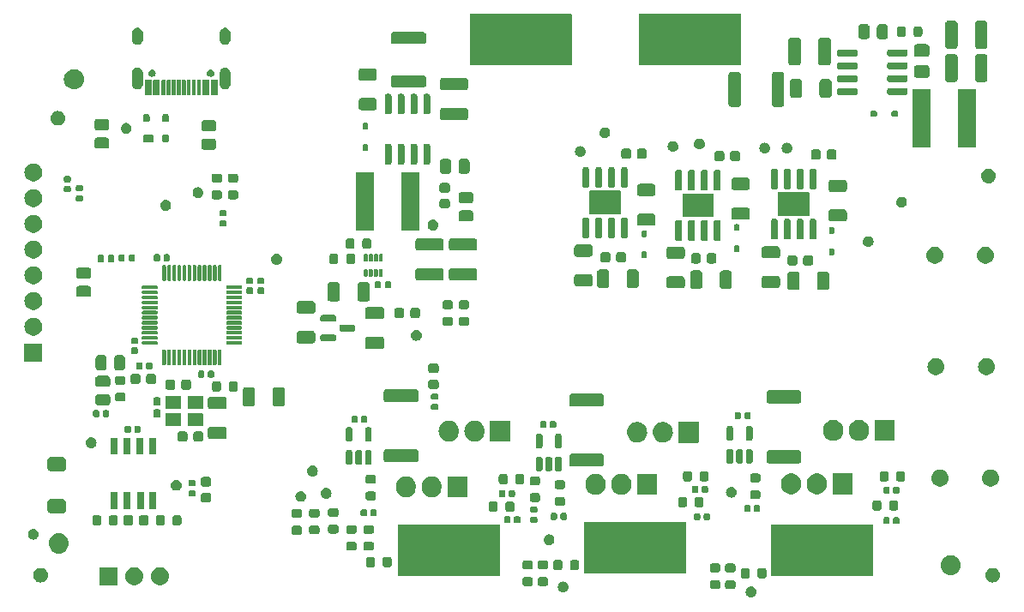
<source format=gts>
G04 #@! TF.GenerationSoftware,KiCad,Pcbnew,8.0.4-8.0.4-0~ubuntu22.04.1*
G04 #@! TF.CreationDate,2024-09-01T21:10:03+02:00*
G04 #@! TF.ProjectId,bldc_project,626c6463-5f70-4726-9f6a-6563742e6b69,rev?*
G04 #@! TF.SameCoordinates,Original*
G04 #@! TF.FileFunction,Soldermask,Top*
G04 #@! TF.FilePolarity,Negative*
%FSLAX46Y46*%
G04 Gerber Fmt 4.6, Leading zero omitted, Abs format (unit mm)*
G04 Created by KiCad (PCBNEW 8.0.4-8.0.4-0~ubuntu22.04.1) date 2024-09-01 21:10:03*
%MOMM*%
%LPD*%
G01*
G04 APERTURE LIST*
G04 APERTURE END LIST*
G36*
X114489245Y-138030332D02*
G01*
X114619000Y-138084078D01*
X114730423Y-138169577D01*
X114815922Y-138281000D01*
X114869668Y-138410755D01*
X114888000Y-138550000D01*
X114869668Y-138689245D01*
X114815922Y-138819000D01*
X114730423Y-138930423D01*
X114619000Y-139015922D01*
X114489245Y-139069668D01*
X114350000Y-139088000D01*
X114210755Y-139069668D01*
X114081000Y-139015922D01*
X113969577Y-138930423D01*
X113884078Y-138819000D01*
X113830332Y-138689245D01*
X113812000Y-138550000D01*
X113830332Y-138410755D01*
X113884078Y-138281000D01*
X113969577Y-138169577D01*
X114081000Y-138084078D01*
X114210755Y-138030332D01*
X114350000Y-138012000D01*
X114489245Y-138030332D01*
G37*
G36*
X95939245Y-137530332D02*
G01*
X96069000Y-137584078D01*
X96180423Y-137669577D01*
X96265922Y-137781000D01*
X96319668Y-137910755D01*
X96338000Y-138050000D01*
X96319668Y-138189245D01*
X96265922Y-138319000D01*
X96180423Y-138430423D01*
X96069000Y-138515922D01*
X95939245Y-138569668D01*
X95800000Y-138588000D01*
X95660755Y-138569668D01*
X95531000Y-138515922D01*
X95419577Y-138430423D01*
X95334078Y-138319000D01*
X95280332Y-138189245D01*
X95262000Y-138050000D01*
X95280332Y-137910755D01*
X95334078Y-137781000D01*
X95419577Y-137669577D01*
X95531000Y-137584078D01*
X95660755Y-137530332D01*
X95800000Y-137512000D01*
X95939245Y-137530332D01*
G37*
G36*
X111079047Y-137387805D02*
G01*
X111127661Y-137393445D01*
X111144271Y-137400779D01*
X111166079Y-137405117D01*
X111189425Y-137420716D01*
X111209012Y-137429365D01*
X111222390Y-137442743D01*
X111243291Y-137456709D01*
X111257256Y-137477609D01*
X111270634Y-137490987D01*
X111279281Y-137510572D01*
X111294883Y-137533921D01*
X111299221Y-137555731D01*
X111306554Y-137572338D01*
X111312192Y-137620942D01*
X111313000Y-137625000D01*
X111313000Y-138025000D01*
X111312192Y-138029059D01*
X111306554Y-138077661D01*
X111299221Y-138094266D01*
X111294883Y-138116079D01*
X111279280Y-138139429D01*
X111270634Y-138159012D01*
X111257258Y-138172387D01*
X111243291Y-138193291D01*
X111222387Y-138207258D01*
X111209012Y-138220634D01*
X111189429Y-138229280D01*
X111166079Y-138244883D01*
X111144266Y-138249221D01*
X111127661Y-138256554D01*
X111079059Y-138262192D01*
X111075000Y-138263000D01*
X110525000Y-138263000D01*
X110520942Y-138262192D01*
X110472338Y-138256554D01*
X110455731Y-138249221D01*
X110433921Y-138244883D01*
X110410572Y-138229281D01*
X110390987Y-138220634D01*
X110377609Y-138207256D01*
X110356709Y-138193291D01*
X110342743Y-138172390D01*
X110329365Y-138159012D01*
X110320716Y-138139425D01*
X110305117Y-138116079D01*
X110300779Y-138094271D01*
X110293445Y-138077661D01*
X110287805Y-138029047D01*
X110287000Y-138025000D01*
X110287000Y-137625000D01*
X110287804Y-137620954D01*
X110293445Y-137572338D01*
X110300779Y-137555727D01*
X110305117Y-137533921D01*
X110320715Y-137510576D01*
X110329365Y-137490987D01*
X110342745Y-137477606D01*
X110356709Y-137456709D01*
X110377606Y-137442745D01*
X110390987Y-137429365D01*
X110410576Y-137420715D01*
X110433921Y-137405117D01*
X110455727Y-137400779D01*
X110472338Y-137393445D01*
X110520954Y-137387804D01*
X110525000Y-137387000D01*
X111075000Y-137387000D01*
X111079047Y-137387805D01*
G37*
G36*
X112579047Y-137387805D02*
G01*
X112627661Y-137393445D01*
X112644271Y-137400779D01*
X112666079Y-137405117D01*
X112689425Y-137420716D01*
X112709012Y-137429365D01*
X112722390Y-137442743D01*
X112743291Y-137456709D01*
X112757256Y-137477609D01*
X112770634Y-137490987D01*
X112779281Y-137510572D01*
X112794883Y-137533921D01*
X112799221Y-137555731D01*
X112806554Y-137572338D01*
X112812192Y-137620942D01*
X112813000Y-137625000D01*
X112813000Y-138025000D01*
X112812192Y-138029059D01*
X112806554Y-138077661D01*
X112799221Y-138094266D01*
X112794883Y-138116079D01*
X112779280Y-138139429D01*
X112770634Y-138159012D01*
X112757258Y-138172387D01*
X112743291Y-138193291D01*
X112722387Y-138207258D01*
X112709012Y-138220634D01*
X112689429Y-138229280D01*
X112666079Y-138244883D01*
X112644266Y-138249221D01*
X112627661Y-138256554D01*
X112579059Y-138262192D01*
X112575000Y-138263000D01*
X112025000Y-138263000D01*
X112020942Y-138262192D01*
X111972338Y-138256554D01*
X111955731Y-138249221D01*
X111933921Y-138244883D01*
X111910572Y-138229281D01*
X111890987Y-138220634D01*
X111877609Y-138207256D01*
X111856709Y-138193291D01*
X111842743Y-138172390D01*
X111829365Y-138159012D01*
X111820716Y-138139425D01*
X111805117Y-138116079D01*
X111800779Y-138094271D01*
X111793445Y-138077661D01*
X111787805Y-138029047D01*
X111787000Y-138025000D01*
X111787000Y-137625000D01*
X111787804Y-137620954D01*
X111793445Y-137572338D01*
X111800779Y-137555727D01*
X111805117Y-137533921D01*
X111820715Y-137510576D01*
X111829365Y-137490987D01*
X111842745Y-137477606D01*
X111856709Y-137456709D01*
X111877606Y-137442745D01*
X111890987Y-137429365D01*
X111910576Y-137420715D01*
X111933921Y-137405117D01*
X111955727Y-137400779D01*
X111972338Y-137393445D01*
X112020954Y-137387804D01*
X112025000Y-137387000D01*
X112575000Y-137387000D01*
X112579047Y-137387805D01*
G37*
G36*
X92579047Y-137087805D02*
G01*
X92627661Y-137093445D01*
X92644271Y-137100779D01*
X92666079Y-137105117D01*
X92689425Y-137120716D01*
X92709012Y-137129365D01*
X92722390Y-137142743D01*
X92743291Y-137156709D01*
X92757256Y-137177609D01*
X92770634Y-137190987D01*
X92779281Y-137210572D01*
X92794883Y-137233921D01*
X92799221Y-137255731D01*
X92806554Y-137272338D01*
X92812192Y-137320942D01*
X92813000Y-137325000D01*
X92813000Y-137725000D01*
X92812192Y-137729059D01*
X92806554Y-137777661D01*
X92799221Y-137794266D01*
X92794883Y-137816079D01*
X92779280Y-137839429D01*
X92770634Y-137859012D01*
X92757258Y-137872387D01*
X92743291Y-137893291D01*
X92722387Y-137907258D01*
X92709012Y-137920634D01*
X92689429Y-137929280D01*
X92666079Y-137944883D01*
X92644266Y-137949221D01*
X92627661Y-137956554D01*
X92579059Y-137962192D01*
X92575000Y-137963000D01*
X92025000Y-137963000D01*
X92020942Y-137962192D01*
X91972338Y-137956554D01*
X91955731Y-137949221D01*
X91933921Y-137944883D01*
X91910572Y-137929281D01*
X91890987Y-137920634D01*
X91877609Y-137907256D01*
X91856709Y-137893291D01*
X91842743Y-137872390D01*
X91829365Y-137859012D01*
X91820716Y-137839425D01*
X91805117Y-137816079D01*
X91800779Y-137794271D01*
X91793445Y-137777661D01*
X91787805Y-137729047D01*
X91787000Y-137725000D01*
X91787000Y-137325000D01*
X91787804Y-137320954D01*
X91793445Y-137272338D01*
X91800779Y-137255727D01*
X91805117Y-137233921D01*
X91820715Y-137210576D01*
X91829365Y-137190987D01*
X91842745Y-137177606D01*
X91856709Y-137156709D01*
X91877606Y-137142745D01*
X91890987Y-137129365D01*
X91910576Y-137120715D01*
X91933921Y-137105117D01*
X91955727Y-137100779D01*
X91972338Y-137093445D01*
X92020954Y-137087804D01*
X92025000Y-137087000D01*
X92575000Y-137087000D01*
X92579047Y-137087805D01*
G37*
G36*
X94079047Y-137087805D02*
G01*
X94127661Y-137093445D01*
X94144271Y-137100779D01*
X94166079Y-137105117D01*
X94189425Y-137120716D01*
X94209012Y-137129365D01*
X94222390Y-137142743D01*
X94243291Y-137156709D01*
X94257256Y-137177609D01*
X94270634Y-137190987D01*
X94279281Y-137210572D01*
X94294883Y-137233921D01*
X94299221Y-137255731D01*
X94306554Y-137272338D01*
X94312192Y-137320942D01*
X94313000Y-137325000D01*
X94313000Y-137725000D01*
X94312192Y-137729059D01*
X94306554Y-137777661D01*
X94299221Y-137794266D01*
X94294883Y-137816079D01*
X94279280Y-137839429D01*
X94270634Y-137859012D01*
X94257258Y-137872387D01*
X94243291Y-137893291D01*
X94222387Y-137907258D01*
X94209012Y-137920634D01*
X94189429Y-137929280D01*
X94166079Y-137944883D01*
X94144266Y-137949221D01*
X94127661Y-137956554D01*
X94079059Y-137962192D01*
X94075000Y-137963000D01*
X93525000Y-137963000D01*
X93520942Y-137962192D01*
X93472338Y-137956554D01*
X93455731Y-137949221D01*
X93433921Y-137944883D01*
X93410572Y-137929281D01*
X93390987Y-137920634D01*
X93377609Y-137907256D01*
X93356709Y-137893291D01*
X93342743Y-137872390D01*
X93329365Y-137859012D01*
X93320716Y-137839425D01*
X93305117Y-137816079D01*
X93300779Y-137794271D01*
X93293445Y-137777661D01*
X93287805Y-137729047D01*
X93287000Y-137725000D01*
X93287000Y-137325000D01*
X93287804Y-137320954D01*
X93293445Y-137272338D01*
X93300779Y-137255727D01*
X93305117Y-137233921D01*
X93320715Y-137210576D01*
X93329365Y-137190987D01*
X93342745Y-137177606D01*
X93356709Y-137156709D01*
X93377606Y-137142745D01*
X93390987Y-137129365D01*
X93410576Y-137120715D01*
X93433921Y-137105117D01*
X93455727Y-137100779D01*
X93472338Y-137093445D01*
X93520954Y-137087804D01*
X93525000Y-137087000D01*
X94075000Y-137087000D01*
X94079047Y-137087805D01*
G37*
G36*
X51764542Y-136114893D02*
G01*
X51776870Y-136123130D01*
X51785107Y-136135458D01*
X51788000Y-136150000D01*
X51788000Y-137850000D01*
X51785107Y-137864542D01*
X51776870Y-137876870D01*
X51764542Y-137885107D01*
X51750000Y-137888000D01*
X50050000Y-137888000D01*
X50035458Y-137885107D01*
X50023130Y-137876870D01*
X50014893Y-137864542D01*
X50012000Y-137850000D01*
X50012000Y-136150000D01*
X50014893Y-136135458D01*
X50023130Y-136123130D01*
X50035458Y-136114893D01*
X50050000Y-136112000D01*
X51750000Y-136112000D01*
X51764542Y-136114893D01*
G37*
G36*
X53714407Y-136155462D02*
G01*
X53884000Y-136230969D01*
X54034188Y-136340087D01*
X54158407Y-136478047D01*
X54251228Y-136638818D01*
X54308595Y-136815374D01*
X54328000Y-137000000D01*
X54308595Y-137184626D01*
X54251228Y-137361182D01*
X54158407Y-137521953D01*
X54034188Y-137659913D01*
X53884000Y-137769031D01*
X53714407Y-137844538D01*
X53532821Y-137883135D01*
X53347179Y-137883135D01*
X53165593Y-137844538D01*
X52996000Y-137769031D01*
X52845812Y-137659913D01*
X52721593Y-137521953D01*
X52628772Y-137361182D01*
X52571405Y-137184626D01*
X52552000Y-137000000D01*
X52571405Y-136815374D01*
X52628772Y-136638818D01*
X52721593Y-136478047D01*
X52845812Y-136340087D01*
X52996000Y-136230969D01*
X53165593Y-136155462D01*
X53347179Y-136116865D01*
X53532821Y-136116865D01*
X53714407Y-136155462D01*
G37*
G36*
X56254407Y-136155462D02*
G01*
X56424000Y-136230969D01*
X56574188Y-136340087D01*
X56698407Y-136478047D01*
X56791228Y-136638818D01*
X56848595Y-136815374D01*
X56868000Y-137000000D01*
X56848595Y-137184626D01*
X56791228Y-137361182D01*
X56698407Y-137521953D01*
X56574188Y-137659913D01*
X56424000Y-137769031D01*
X56254407Y-137844538D01*
X56072821Y-137883135D01*
X55887179Y-137883135D01*
X55705593Y-137844538D01*
X55536000Y-137769031D01*
X55385812Y-137659913D01*
X55261593Y-137521953D01*
X55168772Y-137361182D01*
X55111405Y-137184626D01*
X55092000Y-137000000D01*
X55111405Y-136815374D01*
X55168772Y-136638818D01*
X55261593Y-136478047D01*
X55385812Y-136340087D01*
X55536000Y-136230969D01*
X55705593Y-136155462D01*
X55887179Y-136116865D01*
X56072821Y-136116865D01*
X56254407Y-136155462D01*
G37*
G36*
X44361105Y-136194152D02*
G01*
X44514132Y-136247699D01*
X44651407Y-136333954D01*
X44766046Y-136448593D01*
X44852301Y-136585868D01*
X44905848Y-136738895D01*
X44924000Y-136900000D01*
X44905848Y-137061105D01*
X44852301Y-137214132D01*
X44766046Y-137351407D01*
X44651407Y-137466046D01*
X44514132Y-137552301D01*
X44361105Y-137605848D01*
X44200000Y-137624000D01*
X44038895Y-137605848D01*
X43885868Y-137552301D01*
X43748593Y-137466046D01*
X43633954Y-137351407D01*
X43547699Y-137214132D01*
X43494152Y-137061105D01*
X43476000Y-136900000D01*
X43494152Y-136738895D01*
X43547699Y-136585868D01*
X43633954Y-136448593D01*
X43748593Y-136333954D01*
X43885868Y-136247699D01*
X44038895Y-136194152D01*
X44200000Y-136176000D01*
X44361105Y-136194152D01*
G37*
G36*
X138361105Y-136194152D02*
G01*
X138514132Y-136247699D01*
X138651407Y-136333954D01*
X138766046Y-136448593D01*
X138852301Y-136585868D01*
X138905848Y-136738895D01*
X138924000Y-136900000D01*
X138905848Y-137061105D01*
X138852301Y-137214132D01*
X138766046Y-137351407D01*
X138651407Y-137466046D01*
X138514132Y-137552301D01*
X138361105Y-137605848D01*
X138200000Y-137624000D01*
X138038895Y-137605848D01*
X137885868Y-137552301D01*
X137748593Y-137466046D01*
X137633954Y-137351407D01*
X137547699Y-137214132D01*
X137494152Y-137061105D01*
X137476000Y-136900000D01*
X137494152Y-136738895D01*
X137547699Y-136585868D01*
X137633954Y-136448593D01*
X137748593Y-136333954D01*
X137885868Y-136247699D01*
X138038895Y-136194152D01*
X138200000Y-136176000D01*
X138361105Y-136194152D01*
G37*
G36*
X113979047Y-136187805D02*
G01*
X114027661Y-136193445D01*
X114044271Y-136200779D01*
X114066079Y-136205117D01*
X114089425Y-136220716D01*
X114109012Y-136229365D01*
X114122390Y-136242743D01*
X114143291Y-136256709D01*
X114157256Y-136277609D01*
X114170634Y-136290987D01*
X114179281Y-136310572D01*
X114194883Y-136333921D01*
X114199221Y-136355731D01*
X114206554Y-136372338D01*
X114212192Y-136420942D01*
X114213000Y-136425000D01*
X114213000Y-136975000D01*
X114212192Y-136979059D01*
X114206554Y-137027661D01*
X114199221Y-137044266D01*
X114194883Y-137066079D01*
X114179280Y-137089429D01*
X114170634Y-137109012D01*
X114157258Y-137122387D01*
X114143291Y-137143291D01*
X114122387Y-137157258D01*
X114109012Y-137170634D01*
X114089429Y-137179280D01*
X114066079Y-137194883D01*
X114044266Y-137199221D01*
X114027661Y-137206554D01*
X113979059Y-137212192D01*
X113975000Y-137213000D01*
X113575000Y-137213000D01*
X113570942Y-137212192D01*
X113522338Y-137206554D01*
X113505731Y-137199221D01*
X113483921Y-137194883D01*
X113460572Y-137179281D01*
X113440987Y-137170634D01*
X113427609Y-137157256D01*
X113406709Y-137143291D01*
X113392743Y-137122390D01*
X113379365Y-137109012D01*
X113370716Y-137089425D01*
X113355117Y-137066079D01*
X113350779Y-137044271D01*
X113343445Y-137027661D01*
X113337805Y-136979047D01*
X113337000Y-136975000D01*
X113337000Y-136425000D01*
X113337804Y-136420954D01*
X113343445Y-136372338D01*
X113350779Y-136355727D01*
X113355117Y-136333921D01*
X113370715Y-136310576D01*
X113379365Y-136290987D01*
X113392745Y-136277606D01*
X113406709Y-136256709D01*
X113427606Y-136242745D01*
X113440987Y-136229365D01*
X113460576Y-136220715D01*
X113483921Y-136205117D01*
X113505727Y-136200779D01*
X113522338Y-136193445D01*
X113570954Y-136187804D01*
X113575000Y-136187000D01*
X113975000Y-136187000D01*
X113979047Y-136187805D01*
G37*
G36*
X115629047Y-136187805D02*
G01*
X115677661Y-136193445D01*
X115694271Y-136200779D01*
X115716079Y-136205117D01*
X115739425Y-136220716D01*
X115759012Y-136229365D01*
X115772390Y-136242743D01*
X115793291Y-136256709D01*
X115807256Y-136277609D01*
X115820634Y-136290987D01*
X115829281Y-136310572D01*
X115844883Y-136333921D01*
X115849221Y-136355731D01*
X115856554Y-136372338D01*
X115862192Y-136420942D01*
X115863000Y-136425000D01*
X115863000Y-136975000D01*
X115862192Y-136979059D01*
X115856554Y-137027661D01*
X115849221Y-137044266D01*
X115844883Y-137066079D01*
X115829280Y-137089429D01*
X115820634Y-137109012D01*
X115807258Y-137122387D01*
X115793291Y-137143291D01*
X115772387Y-137157258D01*
X115759012Y-137170634D01*
X115739429Y-137179280D01*
X115716079Y-137194883D01*
X115694266Y-137199221D01*
X115677661Y-137206554D01*
X115629059Y-137212192D01*
X115625000Y-137213000D01*
X115225000Y-137213000D01*
X115220942Y-137212192D01*
X115172338Y-137206554D01*
X115155731Y-137199221D01*
X115133921Y-137194883D01*
X115110572Y-137179281D01*
X115090987Y-137170634D01*
X115077609Y-137157256D01*
X115056709Y-137143291D01*
X115042743Y-137122390D01*
X115029365Y-137109012D01*
X115020716Y-137089425D01*
X115005117Y-137066079D01*
X115000779Y-137044271D01*
X114993445Y-137027661D01*
X114987805Y-136979047D01*
X114987000Y-136975000D01*
X114987000Y-136425000D01*
X114987804Y-136420954D01*
X114993445Y-136372338D01*
X115000779Y-136355727D01*
X115005117Y-136333921D01*
X115020715Y-136310576D01*
X115029365Y-136290987D01*
X115042745Y-136277606D01*
X115056709Y-136256709D01*
X115077606Y-136242745D01*
X115090987Y-136229365D01*
X115110576Y-136220715D01*
X115133921Y-136205117D01*
X115155727Y-136200779D01*
X115172338Y-136193445D01*
X115220954Y-136187804D01*
X115225000Y-136187000D01*
X115625000Y-136187000D01*
X115629047Y-136187805D01*
G37*
G36*
X126377042Y-131899893D02*
G01*
X126389370Y-131908130D01*
X126397607Y-131920458D01*
X126400500Y-131935000D01*
X126400500Y-136935000D01*
X126397607Y-136949542D01*
X126389370Y-136961870D01*
X126377042Y-136970107D01*
X126362500Y-136973000D01*
X116362500Y-136973000D01*
X116347958Y-136970107D01*
X116335630Y-136961870D01*
X116327393Y-136949542D01*
X116324500Y-136935000D01*
X116324500Y-131935000D01*
X116327393Y-131920458D01*
X116335630Y-131908130D01*
X116347958Y-131899893D01*
X116362500Y-131897000D01*
X126362500Y-131897000D01*
X126377042Y-131899893D01*
G37*
G36*
X89514542Y-131864893D02*
G01*
X89526870Y-131873130D01*
X89535107Y-131885458D01*
X89538000Y-131900000D01*
X89538000Y-136900000D01*
X89535107Y-136914542D01*
X89526870Y-136926870D01*
X89514542Y-136935107D01*
X89500000Y-136938000D01*
X79500000Y-136938000D01*
X79485458Y-136935107D01*
X79473130Y-136926870D01*
X79464893Y-136914542D01*
X79462000Y-136900000D01*
X79462000Y-131900000D01*
X79464893Y-131885458D01*
X79473130Y-131873130D01*
X79485458Y-131864893D01*
X79500000Y-131862000D01*
X89500000Y-131862000D01*
X89514542Y-131864893D01*
G37*
G36*
X134245090Y-134919215D02*
G01*
X134432683Y-134976120D01*
X134605570Y-135068530D01*
X134757107Y-135192893D01*
X134881470Y-135344430D01*
X134973880Y-135517317D01*
X135030785Y-135704910D01*
X135050000Y-135900000D01*
X135030785Y-136095090D01*
X134973880Y-136282683D01*
X134881470Y-136455570D01*
X134757107Y-136607107D01*
X134605570Y-136731470D01*
X134432683Y-136823880D01*
X134245090Y-136880785D01*
X134050000Y-136900000D01*
X133854910Y-136880785D01*
X133667317Y-136823880D01*
X133494430Y-136731470D01*
X133342893Y-136607107D01*
X133218530Y-136455570D01*
X133126120Y-136282683D01*
X133069215Y-136095090D01*
X133050000Y-135900000D01*
X133069215Y-135704910D01*
X133126120Y-135517317D01*
X133218530Y-135344430D01*
X133342893Y-135192893D01*
X133494430Y-135068530D01*
X133667317Y-134976120D01*
X133854910Y-134919215D01*
X134050000Y-134900000D01*
X134245090Y-134919215D01*
G37*
G36*
X107914542Y-131664893D02*
G01*
X107926870Y-131673130D01*
X107935107Y-131685458D01*
X107938000Y-131700000D01*
X107938000Y-136700000D01*
X107935107Y-136714542D01*
X107926870Y-136726870D01*
X107914542Y-136735107D01*
X107900000Y-136738000D01*
X97900000Y-136738000D01*
X97885458Y-136735107D01*
X97873130Y-136726870D01*
X97864893Y-136714542D01*
X97862000Y-136700000D01*
X97862000Y-131700000D01*
X97864893Y-131685458D01*
X97873130Y-131673130D01*
X97885458Y-131664893D01*
X97900000Y-131662000D01*
X107900000Y-131662000D01*
X107914542Y-131664893D01*
G37*
G36*
X111079047Y-135737805D02*
G01*
X111127661Y-135743445D01*
X111144271Y-135750779D01*
X111166079Y-135755117D01*
X111189425Y-135770716D01*
X111209012Y-135779365D01*
X111222390Y-135792743D01*
X111243291Y-135806709D01*
X111257256Y-135827609D01*
X111270634Y-135840987D01*
X111279281Y-135860572D01*
X111294883Y-135883921D01*
X111299221Y-135905731D01*
X111306554Y-135922338D01*
X111312192Y-135970942D01*
X111313000Y-135975000D01*
X111313000Y-136375000D01*
X111312192Y-136379059D01*
X111306554Y-136427661D01*
X111299221Y-136444266D01*
X111294883Y-136466079D01*
X111279280Y-136489429D01*
X111270634Y-136509012D01*
X111257258Y-136522387D01*
X111243291Y-136543291D01*
X111222387Y-136557258D01*
X111209012Y-136570634D01*
X111189429Y-136579280D01*
X111166079Y-136594883D01*
X111144266Y-136599221D01*
X111127661Y-136606554D01*
X111079059Y-136612192D01*
X111075000Y-136613000D01*
X110525000Y-136613000D01*
X110520942Y-136612192D01*
X110472338Y-136606554D01*
X110455731Y-136599221D01*
X110433921Y-136594883D01*
X110410572Y-136579281D01*
X110390987Y-136570634D01*
X110377609Y-136557256D01*
X110356709Y-136543291D01*
X110342743Y-136522390D01*
X110329365Y-136509012D01*
X110320716Y-136489425D01*
X110305117Y-136466079D01*
X110300779Y-136444271D01*
X110293445Y-136427661D01*
X110287805Y-136379047D01*
X110287000Y-136375000D01*
X110287000Y-135975000D01*
X110287804Y-135970954D01*
X110293445Y-135922338D01*
X110300779Y-135905727D01*
X110305117Y-135883921D01*
X110320715Y-135860576D01*
X110329365Y-135840987D01*
X110342745Y-135827606D01*
X110356709Y-135806709D01*
X110377606Y-135792745D01*
X110390987Y-135779365D01*
X110410576Y-135770715D01*
X110433921Y-135755117D01*
X110455727Y-135750779D01*
X110472338Y-135743445D01*
X110520954Y-135737804D01*
X110525000Y-135737000D01*
X111075000Y-135737000D01*
X111079047Y-135737805D01*
G37*
G36*
X112579047Y-135737805D02*
G01*
X112627661Y-135743445D01*
X112644271Y-135750779D01*
X112666079Y-135755117D01*
X112689425Y-135770716D01*
X112709012Y-135779365D01*
X112722390Y-135792743D01*
X112743291Y-135806709D01*
X112757256Y-135827609D01*
X112770634Y-135840987D01*
X112779281Y-135860572D01*
X112794883Y-135883921D01*
X112799221Y-135905731D01*
X112806554Y-135922338D01*
X112812192Y-135970942D01*
X112813000Y-135975000D01*
X112813000Y-136375000D01*
X112812192Y-136379059D01*
X112806554Y-136427661D01*
X112799221Y-136444266D01*
X112794883Y-136466079D01*
X112779280Y-136489429D01*
X112770634Y-136509012D01*
X112757258Y-136522387D01*
X112743291Y-136543291D01*
X112722387Y-136557258D01*
X112709012Y-136570634D01*
X112689429Y-136579280D01*
X112666079Y-136594883D01*
X112644266Y-136599221D01*
X112627661Y-136606554D01*
X112579059Y-136612192D01*
X112575000Y-136613000D01*
X112025000Y-136613000D01*
X112020942Y-136612192D01*
X111972338Y-136606554D01*
X111955731Y-136599221D01*
X111933921Y-136594883D01*
X111910572Y-136579281D01*
X111890987Y-136570634D01*
X111877609Y-136557256D01*
X111856709Y-136543291D01*
X111842743Y-136522390D01*
X111829365Y-136509012D01*
X111820716Y-136489425D01*
X111805117Y-136466079D01*
X111800779Y-136444271D01*
X111793445Y-136427661D01*
X111787805Y-136379047D01*
X111787000Y-136375000D01*
X111787000Y-135975000D01*
X111787804Y-135970954D01*
X111793445Y-135922338D01*
X111800779Y-135905727D01*
X111805117Y-135883921D01*
X111820715Y-135860576D01*
X111829365Y-135840987D01*
X111842745Y-135827606D01*
X111856709Y-135806709D01*
X111877606Y-135792745D01*
X111890987Y-135779365D01*
X111910576Y-135770715D01*
X111933921Y-135755117D01*
X111955727Y-135750779D01*
X111972338Y-135743445D01*
X112020954Y-135737804D01*
X112025000Y-135737000D01*
X112575000Y-135737000D01*
X112579047Y-135737805D01*
G37*
G36*
X95479047Y-135387805D02*
G01*
X95527661Y-135393445D01*
X95544271Y-135400779D01*
X95566079Y-135405117D01*
X95589425Y-135420716D01*
X95609012Y-135429365D01*
X95622390Y-135442743D01*
X95643291Y-135456709D01*
X95657256Y-135477609D01*
X95670634Y-135490987D01*
X95679281Y-135510572D01*
X95694883Y-135533921D01*
X95699221Y-135555731D01*
X95706554Y-135572338D01*
X95712192Y-135620942D01*
X95713000Y-135625000D01*
X95713000Y-136175000D01*
X95712192Y-136179059D01*
X95706554Y-136227661D01*
X95699221Y-136244266D01*
X95694883Y-136266079D01*
X95679280Y-136289429D01*
X95670634Y-136309012D01*
X95657258Y-136322387D01*
X95643291Y-136343291D01*
X95622387Y-136357258D01*
X95609012Y-136370634D01*
X95589429Y-136379280D01*
X95566079Y-136394883D01*
X95544266Y-136399221D01*
X95527661Y-136406554D01*
X95479059Y-136412192D01*
X95475000Y-136413000D01*
X95075000Y-136413000D01*
X95070942Y-136412192D01*
X95022338Y-136406554D01*
X95005731Y-136399221D01*
X94983921Y-136394883D01*
X94960572Y-136379281D01*
X94940987Y-136370634D01*
X94927609Y-136357256D01*
X94906709Y-136343291D01*
X94892743Y-136322390D01*
X94879365Y-136309012D01*
X94870716Y-136289425D01*
X94855117Y-136266079D01*
X94850779Y-136244271D01*
X94843445Y-136227661D01*
X94837805Y-136179047D01*
X94837000Y-136175000D01*
X94837000Y-135625000D01*
X94837804Y-135620954D01*
X94843445Y-135572338D01*
X94850779Y-135555727D01*
X94855117Y-135533921D01*
X94870715Y-135510576D01*
X94879365Y-135490987D01*
X94892745Y-135477606D01*
X94906709Y-135456709D01*
X94927606Y-135442745D01*
X94940987Y-135429365D01*
X94960576Y-135420715D01*
X94983921Y-135405117D01*
X95005727Y-135400779D01*
X95022338Y-135393445D01*
X95070954Y-135387804D01*
X95075000Y-135387000D01*
X95475000Y-135387000D01*
X95479047Y-135387805D01*
G37*
G36*
X97129047Y-135387805D02*
G01*
X97177661Y-135393445D01*
X97194271Y-135400779D01*
X97216079Y-135405117D01*
X97239425Y-135420716D01*
X97259012Y-135429365D01*
X97272390Y-135442743D01*
X97293291Y-135456709D01*
X97307256Y-135477609D01*
X97320634Y-135490987D01*
X97329281Y-135510572D01*
X97344883Y-135533921D01*
X97349221Y-135555731D01*
X97356554Y-135572338D01*
X97362192Y-135620942D01*
X97363000Y-135625000D01*
X97363000Y-136175000D01*
X97362192Y-136179059D01*
X97356554Y-136227661D01*
X97349221Y-136244266D01*
X97344883Y-136266079D01*
X97329280Y-136289429D01*
X97320634Y-136309012D01*
X97307258Y-136322387D01*
X97293291Y-136343291D01*
X97272387Y-136357258D01*
X97259012Y-136370634D01*
X97239429Y-136379280D01*
X97216079Y-136394883D01*
X97194266Y-136399221D01*
X97177661Y-136406554D01*
X97129059Y-136412192D01*
X97125000Y-136413000D01*
X96725000Y-136413000D01*
X96720942Y-136412192D01*
X96672338Y-136406554D01*
X96655731Y-136399221D01*
X96633921Y-136394883D01*
X96610572Y-136379281D01*
X96590987Y-136370634D01*
X96577609Y-136357256D01*
X96556709Y-136343291D01*
X96542743Y-136322390D01*
X96529365Y-136309012D01*
X96520716Y-136289425D01*
X96505117Y-136266079D01*
X96500779Y-136244271D01*
X96493445Y-136227661D01*
X96487805Y-136179047D01*
X96487000Y-136175000D01*
X96487000Y-135625000D01*
X96487804Y-135620954D01*
X96493445Y-135572338D01*
X96500779Y-135555727D01*
X96505117Y-135533921D01*
X96520715Y-135510576D01*
X96529365Y-135490987D01*
X96542745Y-135477606D01*
X96556709Y-135456709D01*
X96577606Y-135442745D01*
X96590987Y-135429365D01*
X96610576Y-135420715D01*
X96633921Y-135405117D01*
X96655727Y-135400779D01*
X96672338Y-135393445D01*
X96720954Y-135387804D01*
X96725000Y-135387000D01*
X97125000Y-135387000D01*
X97129047Y-135387805D01*
G37*
G36*
X92579047Y-135437805D02*
G01*
X92627661Y-135443445D01*
X92644271Y-135450779D01*
X92666079Y-135455117D01*
X92689425Y-135470716D01*
X92709012Y-135479365D01*
X92722390Y-135492743D01*
X92743291Y-135506709D01*
X92757256Y-135527609D01*
X92770634Y-135540987D01*
X92779281Y-135560572D01*
X92794883Y-135583921D01*
X92799221Y-135605731D01*
X92806554Y-135622338D01*
X92812192Y-135670942D01*
X92813000Y-135675000D01*
X92813000Y-136075000D01*
X92812192Y-136079059D01*
X92806554Y-136127661D01*
X92799221Y-136144266D01*
X92794883Y-136166079D01*
X92779280Y-136189429D01*
X92770634Y-136209012D01*
X92757258Y-136222387D01*
X92743291Y-136243291D01*
X92722387Y-136257258D01*
X92709012Y-136270634D01*
X92689429Y-136279280D01*
X92666079Y-136294883D01*
X92644266Y-136299221D01*
X92627661Y-136306554D01*
X92579059Y-136312192D01*
X92575000Y-136313000D01*
X92025000Y-136313000D01*
X92020942Y-136312192D01*
X91972338Y-136306554D01*
X91955731Y-136299221D01*
X91933921Y-136294883D01*
X91910572Y-136279281D01*
X91890987Y-136270634D01*
X91877609Y-136257256D01*
X91856709Y-136243291D01*
X91842743Y-136222390D01*
X91829365Y-136209012D01*
X91820716Y-136189425D01*
X91805117Y-136166079D01*
X91800779Y-136144271D01*
X91793445Y-136127661D01*
X91787805Y-136079047D01*
X91787000Y-136075000D01*
X91787000Y-135675000D01*
X91787804Y-135670954D01*
X91793445Y-135622338D01*
X91800779Y-135605727D01*
X91805117Y-135583921D01*
X91820715Y-135560576D01*
X91829365Y-135540987D01*
X91842745Y-135527606D01*
X91856709Y-135506709D01*
X91877606Y-135492745D01*
X91890987Y-135479365D01*
X91910576Y-135470715D01*
X91933921Y-135455117D01*
X91955727Y-135450779D01*
X91972338Y-135443445D01*
X92020954Y-135437804D01*
X92025000Y-135437000D01*
X92575000Y-135437000D01*
X92579047Y-135437805D01*
G37*
G36*
X94079047Y-135437805D02*
G01*
X94127661Y-135443445D01*
X94144271Y-135450779D01*
X94166079Y-135455117D01*
X94189425Y-135470716D01*
X94209012Y-135479365D01*
X94222390Y-135492743D01*
X94243291Y-135506709D01*
X94257256Y-135527609D01*
X94270634Y-135540987D01*
X94279281Y-135560572D01*
X94294883Y-135583921D01*
X94299221Y-135605731D01*
X94306554Y-135622338D01*
X94312192Y-135670942D01*
X94313000Y-135675000D01*
X94313000Y-136075000D01*
X94312192Y-136079059D01*
X94306554Y-136127661D01*
X94299221Y-136144266D01*
X94294883Y-136166079D01*
X94279280Y-136189429D01*
X94270634Y-136209012D01*
X94257258Y-136222387D01*
X94243291Y-136243291D01*
X94222387Y-136257258D01*
X94209012Y-136270634D01*
X94189429Y-136279280D01*
X94166079Y-136294883D01*
X94144266Y-136299221D01*
X94127661Y-136306554D01*
X94079059Y-136312192D01*
X94075000Y-136313000D01*
X93525000Y-136313000D01*
X93520942Y-136312192D01*
X93472338Y-136306554D01*
X93455731Y-136299221D01*
X93433921Y-136294883D01*
X93410572Y-136279281D01*
X93390987Y-136270634D01*
X93377609Y-136257256D01*
X93356709Y-136243291D01*
X93342743Y-136222390D01*
X93329365Y-136209012D01*
X93320716Y-136189425D01*
X93305117Y-136166079D01*
X93300779Y-136144271D01*
X93293445Y-136127661D01*
X93287805Y-136079047D01*
X93287000Y-136075000D01*
X93287000Y-135675000D01*
X93287804Y-135670954D01*
X93293445Y-135622338D01*
X93300779Y-135605727D01*
X93305117Y-135583921D01*
X93320715Y-135560576D01*
X93329365Y-135540987D01*
X93342745Y-135527606D01*
X93356709Y-135506709D01*
X93377606Y-135492745D01*
X93390987Y-135479365D01*
X93410576Y-135470715D01*
X93433921Y-135455117D01*
X93455727Y-135450779D01*
X93472338Y-135443445D01*
X93520954Y-135437804D01*
X93525000Y-135437000D01*
X94075000Y-135437000D01*
X94079047Y-135437805D01*
G37*
G36*
X76979047Y-135087805D02*
G01*
X77027661Y-135093445D01*
X77044271Y-135100779D01*
X77066079Y-135105117D01*
X77089425Y-135120716D01*
X77109012Y-135129365D01*
X77122390Y-135142743D01*
X77143291Y-135156709D01*
X77157256Y-135177609D01*
X77170634Y-135190987D01*
X77179281Y-135210572D01*
X77194883Y-135233921D01*
X77199221Y-135255731D01*
X77206554Y-135272338D01*
X77212192Y-135320942D01*
X77213000Y-135325000D01*
X77213000Y-135875000D01*
X77212192Y-135879059D01*
X77206554Y-135927661D01*
X77199221Y-135944266D01*
X77194883Y-135966079D01*
X77179280Y-135989429D01*
X77170634Y-136009012D01*
X77157258Y-136022387D01*
X77143291Y-136043291D01*
X77122387Y-136057258D01*
X77109012Y-136070634D01*
X77089429Y-136079280D01*
X77066079Y-136094883D01*
X77044266Y-136099221D01*
X77027661Y-136106554D01*
X76979059Y-136112192D01*
X76975000Y-136113000D01*
X76575000Y-136113000D01*
X76570942Y-136112192D01*
X76522338Y-136106554D01*
X76505731Y-136099221D01*
X76483921Y-136094883D01*
X76460572Y-136079281D01*
X76440987Y-136070634D01*
X76427609Y-136057256D01*
X76406709Y-136043291D01*
X76392743Y-136022390D01*
X76379365Y-136009012D01*
X76370716Y-135989425D01*
X76355117Y-135966079D01*
X76350779Y-135944271D01*
X76343445Y-135927661D01*
X76337805Y-135879047D01*
X76337000Y-135875000D01*
X76337000Y-135325000D01*
X76337804Y-135320954D01*
X76343445Y-135272338D01*
X76350779Y-135255727D01*
X76355117Y-135233921D01*
X76370715Y-135210576D01*
X76379365Y-135190987D01*
X76392745Y-135177606D01*
X76406709Y-135156709D01*
X76427606Y-135142745D01*
X76440987Y-135129365D01*
X76460576Y-135120715D01*
X76483921Y-135105117D01*
X76505727Y-135100779D01*
X76522338Y-135093445D01*
X76570954Y-135087804D01*
X76575000Y-135087000D01*
X76975000Y-135087000D01*
X76979047Y-135087805D01*
G37*
G36*
X78629047Y-135087805D02*
G01*
X78677661Y-135093445D01*
X78694271Y-135100779D01*
X78716079Y-135105117D01*
X78739425Y-135120716D01*
X78759012Y-135129365D01*
X78772390Y-135142743D01*
X78793291Y-135156709D01*
X78807256Y-135177609D01*
X78820634Y-135190987D01*
X78829281Y-135210572D01*
X78844883Y-135233921D01*
X78849221Y-135255731D01*
X78856554Y-135272338D01*
X78862192Y-135320942D01*
X78863000Y-135325000D01*
X78863000Y-135875000D01*
X78862192Y-135879059D01*
X78856554Y-135927661D01*
X78849221Y-135944266D01*
X78844883Y-135966079D01*
X78829280Y-135989429D01*
X78820634Y-136009012D01*
X78807258Y-136022387D01*
X78793291Y-136043291D01*
X78772387Y-136057258D01*
X78759012Y-136070634D01*
X78739429Y-136079280D01*
X78716079Y-136094883D01*
X78694266Y-136099221D01*
X78677661Y-136106554D01*
X78629059Y-136112192D01*
X78625000Y-136113000D01*
X78225000Y-136113000D01*
X78220942Y-136112192D01*
X78172338Y-136106554D01*
X78155731Y-136099221D01*
X78133921Y-136094883D01*
X78110572Y-136079281D01*
X78090987Y-136070634D01*
X78077609Y-136057256D01*
X78056709Y-136043291D01*
X78042743Y-136022390D01*
X78029365Y-136009012D01*
X78020716Y-135989425D01*
X78005117Y-135966079D01*
X78000779Y-135944271D01*
X77993445Y-135927661D01*
X77987805Y-135879047D01*
X77987000Y-135875000D01*
X77987000Y-135325000D01*
X77987804Y-135320954D01*
X77993445Y-135272338D01*
X78000779Y-135255727D01*
X78005117Y-135233921D01*
X78020715Y-135210576D01*
X78029365Y-135190987D01*
X78042745Y-135177606D01*
X78056709Y-135156709D01*
X78077606Y-135142745D01*
X78090987Y-135129365D01*
X78110576Y-135120715D01*
X78133921Y-135105117D01*
X78155727Y-135100779D01*
X78172338Y-135093445D01*
X78220954Y-135087804D01*
X78225000Y-135087000D01*
X78625000Y-135087000D01*
X78629047Y-135087805D01*
G37*
G36*
X46195090Y-132769215D02*
G01*
X46382683Y-132826120D01*
X46555570Y-132918530D01*
X46707107Y-133042893D01*
X46831470Y-133194430D01*
X46923880Y-133367317D01*
X46980785Y-133554910D01*
X47000000Y-133750000D01*
X46980785Y-133945090D01*
X46923880Y-134132683D01*
X46831470Y-134305570D01*
X46707107Y-134457107D01*
X46555570Y-134581470D01*
X46382683Y-134673880D01*
X46195090Y-134730785D01*
X46000000Y-134750000D01*
X45804910Y-134730785D01*
X45617317Y-134673880D01*
X45444430Y-134581470D01*
X45292893Y-134457107D01*
X45168530Y-134305570D01*
X45076120Y-134132683D01*
X45019215Y-133945090D01*
X45000000Y-133750000D01*
X45019215Y-133554910D01*
X45076120Y-133367317D01*
X45168530Y-133194430D01*
X45292893Y-133042893D01*
X45444430Y-132918530D01*
X45617317Y-132826120D01*
X45804910Y-132769215D01*
X46000000Y-132750000D01*
X46195090Y-132769215D01*
G37*
G36*
X75179047Y-133587805D02*
G01*
X75227661Y-133593445D01*
X75244271Y-133600779D01*
X75266079Y-133605117D01*
X75289425Y-133620716D01*
X75309012Y-133629365D01*
X75322390Y-133642743D01*
X75343291Y-133656709D01*
X75357256Y-133677609D01*
X75370634Y-133690987D01*
X75379281Y-133710572D01*
X75394883Y-133733921D01*
X75399221Y-133755731D01*
X75406554Y-133772338D01*
X75412192Y-133820942D01*
X75413000Y-133825000D01*
X75413000Y-134225000D01*
X75412192Y-134229059D01*
X75406554Y-134277661D01*
X75399221Y-134294266D01*
X75394883Y-134316079D01*
X75379280Y-134339429D01*
X75370634Y-134359012D01*
X75357258Y-134372387D01*
X75343291Y-134393291D01*
X75322387Y-134407258D01*
X75309012Y-134420634D01*
X75289429Y-134429280D01*
X75266079Y-134444883D01*
X75244266Y-134449221D01*
X75227661Y-134456554D01*
X75179059Y-134462192D01*
X75175000Y-134463000D01*
X74625000Y-134463000D01*
X74620942Y-134462192D01*
X74572338Y-134456554D01*
X74555731Y-134449221D01*
X74533921Y-134444883D01*
X74510572Y-134429281D01*
X74490987Y-134420634D01*
X74477609Y-134407256D01*
X74456709Y-134393291D01*
X74442743Y-134372390D01*
X74429365Y-134359012D01*
X74420716Y-134339425D01*
X74405117Y-134316079D01*
X74400779Y-134294271D01*
X74393445Y-134277661D01*
X74387805Y-134229047D01*
X74387000Y-134225000D01*
X74387000Y-133825000D01*
X74387804Y-133820954D01*
X74393445Y-133772338D01*
X74400779Y-133755727D01*
X74405117Y-133733921D01*
X74420715Y-133710576D01*
X74429365Y-133690987D01*
X74442745Y-133677606D01*
X74456709Y-133656709D01*
X74477606Y-133642745D01*
X74490987Y-133629365D01*
X74510576Y-133620715D01*
X74533921Y-133605117D01*
X74555727Y-133600779D01*
X74572338Y-133593445D01*
X74620954Y-133587804D01*
X74625000Y-133587000D01*
X75175000Y-133587000D01*
X75179047Y-133587805D01*
G37*
G36*
X76879047Y-133587805D02*
G01*
X76927661Y-133593445D01*
X76944271Y-133600779D01*
X76966079Y-133605117D01*
X76989425Y-133620716D01*
X77009012Y-133629365D01*
X77022390Y-133642743D01*
X77043291Y-133656709D01*
X77057256Y-133677609D01*
X77070634Y-133690987D01*
X77079281Y-133710572D01*
X77094883Y-133733921D01*
X77099221Y-133755731D01*
X77106554Y-133772338D01*
X77112192Y-133820942D01*
X77113000Y-133825000D01*
X77113000Y-134225000D01*
X77112192Y-134229059D01*
X77106554Y-134277661D01*
X77099221Y-134294266D01*
X77094883Y-134316079D01*
X77079280Y-134339429D01*
X77070634Y-134359012D01*
X77057258Y-134372387D01*
X77043291Y-134393291D01*
X77022387Y-134407258D01*
X77009012Y-134420634D01*
X76989429Y-134429280D01*
X76966079Y-134444883D01*
X76944266Y-134449221D01*
X76927661Y-134456554D01*
X76879059Y-134462192D01*
X76875000Y-134463000D01*
X76325000Y-134463000D01*
X76320942Y-134462192D01*
X76272338Y-134456554D01*
X76255731Y-134449221D01*
X76233921Y-134444883D01*
X76210572Y-134429281D01*
X76190987Y-134420634D01*
X76177609Y-134407256D01*
X76156709Y-134393291D01*
X76142743Y-134372390D01*
X76129365Y-134359012D01*
X76120716Y-134339425D01*
X76105117Y-134316079D01*
X76100779Y-134294271D01*
X76093445Y-134277661D01*
X76087805Y-134229047D01*
X76087000Y-134225000D01*
X76087000Y-133825000D01*
X76087804Y-133820954D01*
X76093445Y-133772338D01*
X76100779Y-133755727D01*
X76105117Y-133733921D01*
X76120715Y-133710576D01*
X76129365Y-133690987D01*
X76142745Y-133677606D01*
X76156709Y-133656709D01*
X76177606Y-133642745D01*
X76190987Y-133629365D01*
X76210576Y-133620715D01*
X76233921Y-133605117D01*
X76255727Y-133600779D01*
X76272338Y-133593445D01*
X76320954Y-133587804D01*
X76325000Y-133587000D01*
X76875000Y-133587000D01*
X76879047Y-133587805D01*
G37*
G36*
X94539245Y-132880332D02*
G01*
X94669000Y-132934078D01*
X94780423Y-133019577D01*
X94865922Y-133131000D01*
X94919668Y-133260755D01*
X94938000Y-133400000D01*
X94919668Y-133539245D01*
X94865922Y-133669000D01*
X94780423Y-133780423D01*
X94669000Y-133865922D01*
X94539245Y-133919668D01*
X94400000Y-133938000D01*
X94260755Y-133919668D01*
X94131000Y-133865922D01*
X94019577Y-133780423D01*
X93934078Y-133669000D01*
X93880332Y-133539245D01*
X93862000Y-133400000D01*
X93880332Y-133260755D01*
X93934078Y-133131000D01*
X94019577Y-133019577D01*
X94131000Y-132934078D01*
X94260755Y-132880332D01*
X94400000Y-132862000D01*
X94539245Y-132880332D01*
G37*
G36*
X43639245Y-132330332D02*
G01*
X43769000Y-132384078D01*
X43880423Y-132469577D01*
X43965922Y-132581000D01*
X44019668Y-132710755D01*
X44038000Y-132850000D01*
X44019668Y-132989245D01*
X43965922Y-133119000D01*
X43880423Y-133230423D01*
X43769000Y-133315922D01*
X43639245Y-133369668D01*
X43500000Y-133388000D01*
X43360755Y-133369668D01*
X43231000Y-133315922D01*
X43119577Y-133230423D01*
X43034078Y-133119000D01*
X42980332Y-132989245D01*
X42962000Y-132850000D01*
X42980332Y-132710755D01*
X43034078Y-132581000D01*
X43119577Y-132469577D01*
X43231000Y-132384078D01*
X43360755Y-132330332D01*
X43500000Y-132312000D01*
X43639245Y-132330332D01*
G37*
G36*
X69779047Y-132012805D02*
G01*
X69827661Y-132018445D01*
X69844271Y-132025779D01*
X69866079Y-132030117D01*
X69889425Y-132045716D01*
X69909012Y-132054365D01*
X69922390Y-132067743D01*
X69943291Y-132081709D01*
X69957256Y-132102609D01*
X69970634Y-132115987D01*
X69979281Y-132135572D01*
X69994883Y-132158921D01*
X69999221Y-132180731D01*
X70006554Y-132197338D01*
X70012192Y-132245942D01*
X70013000Y-132250000D01*
X70013000Y-132650000D01*
X70012192Y-132654059D01*
X70006554Y-132702661D01*
X69999221Y-132719266D01*
X69994883Y-132741079D01*
X69979280Y-132764429D01*
X69970634Y-132784012D01*
X69957258Y-132797387D01*
X69943291Y-132818291D01*
X69922387Y-132832258D01*
X69909012Y-132845634D01*
X69889429Y-132854280D01*
X69866079Y-132869883D01*
X69844266Y-132874221D01*
X69827661Y-132881554D01*
X69779059Y-132887192D01*
X69775000Y-132888000D01*
X69225000Y-132888000D01*
X69220942Y-132887192D01*
X69172338Y-132881554D01*
X69155731Y-132874221D01*
X69133921Y-132869883D01*
X69110572Y-132854281D01*
X69090987Y-132845634D01*
X69077609Y-132832256D01*
X69056709Y-132818291D01*
X69042743Y-132797390D01*
X69029365Y-132784012D01*
X69020716Y-132764425D01*
X69005117Y-132741079D01*
X69000779Y-132719271D01*
X68993445Y-132702661D01*
X68987805Y-132654047D01*
X68987000Y-132650000D01*
X68987000Y-132250000D01*
X68987804Y-132245954D01*
X68993445Y-132197338D01*
X69000779Y-132180727D01*
X69005117Y-132158921D01*
X69020715Y-132135576D01*
X69029365Y-132115987D01*
X69042745Y-132102606D01*
X69056709Y-132081709D01*
X69077606Y-132067745D01*
X69090987Y-132054365D01*
X69110576Y-132045715D01*
X69133921Y-132030117D01*
X69155727Y-132025779D01*
X69172338Y-132018445D01*
X69220954Y-132012804D01*
X69225000Y-132012000D01*
X69775000Y-132012000D01*
X69779047Y-132012805D01*
G37*
G36*
X71509047Y-131987805D02*
G01*
X71557661Y-131993445D01*
X71574271Y-132000779D01*
X71596079Y-132005117D01*
X71619425Y-132020716D01*
X71639012Y-132029365D01*
X71652390Y-132042743D01*
X71673291Y-132056709D01*
X71687256Y-132077609D01*
X71700634Y-132090987D01*
X71709281Y-132110572D01*
X71724883Y-132133921D01*
X71729221Y-132155731D01*
X71736554Y-132172338D01*
X71742192Y-132220942D01*
X71743000Y-132225000D01*
X71743000Y-132625000D01*
X71742192Y-132629059D01*
X71736554Y-132677661D01*
X71729221Y-132694266D01*
X71724883Y-132716079D01*
X71709280Y-132739429D01*
X71700634Y-132759012D01*
X71687258Y-132772387D01*
X71673291Y-132793291D01*
X71652387Y-132807258D01*
X71639012Y-132820634D01*
X71619429Y-132829280D01*
X71596079Y-132844883D01*
X71574266Y-132849221D01*
X71557661Y-132856554D01*
X71509059Y-132862192D01*
X71505000Y-132863000D01*
X70955000Y-132863000D01*
X70950942Y-132862192D01*
X70902338Y-132856554D01*
X70885731Y-132849221D01*
X70863921Y-132844883D01*
X70840572Y-132829281D01*
X70820987Y-132820634D01*
X70807609Y-132807256D01*
X70786709Y-132793291D01*
X70772743Y-132772390D01*
X70759365Y-132759012D01*
X70750716Y-132739425D01*
X70735117Y-132716079D01*
X70730779Y-132694271D01*
X70723445Y-132677661D01*
X70717805Y-132629047D01*
X70717000Y-132625000D01*
X70717000Y-132225000D01*
X70717804Y-132220954D01*
X70723445Y-132172338D01*
X70730779Y-132155727D01*
X70735117Y-132133921D01*
X70750715Y-132110576D01*
X70759365Y-132090987D01*
X70772745Y-132077606D01*
X70786709Y-132056709D01*
X70807606Y-132042745D01*
X70820987Y-132029365D01*
X70840576Y-132020715D01*
X70863921Y-132005117D01*
X70885727Y-132000779D01*
X70902338Y-131993445D01*
X70950954Y-131987804D01*
X70955000Y-131987000D01*
X71505000Y-131987000D01*
X71509047Y-131987805D01*
G37*
G36*
X75179047Y-131937805D02*
G01*
X75227661Y-131943445D01*
X75244271Y-131950779D01*
X75266079Y-131955117D01*
X75289425Y-131970716D01*
X75309012Y-131979365D01*
X75322390Y-131992743D01*
X75343291Y-132006709D01*
X75357256Y-132027609D01*
X75370634Y-132040987D01*
X75379281Y-132060572D01*
X75394883Y-132083921D01*
X75399221Y-132105731D01*
X75406554Y-132122338D01*
X75412192Y-132170942D01*
X75413000Y-132175000D01*
X75413000Y-132575000D01*
X75412192Y-132579059D01*
X75406554Y-132627661D01*
X75399221Y-132644266D01*
X75394883Y-132666079D01*
X75379280Y-132689429D01*
X75370634Y-132709012D01*
X75357258Y-132722387D01*
X75343291Y-132743291D01*
X75322387Y-132757258D01*
X75309012Y-132770634D01*
X75289429Y-132779280D01*
X75266079Y-132794883D01*
X75244266Y-132799221D01*
X75227661Y-132806554D01*
X75179059Y-132812192D01*
X75175000Y-132813000D01*
X74625000Y-132813000D01*
X74620942Y-132812192D01*
X74572338Y-132806554D01*
X74555731Y-132799221D01*
X74533921Y-132794883D01*
X74510572Y-132779281D01*
X74490987Y-132770634D01*
X74477609Y-132757256D01*
X74456709Y-132743291D01*
X74442743Y-132722390D01*
X74429365Y-132709012D01*
X74420716Y-132689425D01*
X74405117Y-132666079D01*
X74400779Y-132644271D01*
X74393445Y-132627661D01*
X74387805Y-132579047D01*
X74387000Y-132575000D01*
X74387000Y-132175000D01*
X74387804Y-132170954D01*
X74393445Y-132122338D01*
X74400779Y-132105727D01*
X74405117Y-132083921D01*
X74420715Y-132060576D01*
X74429365Y-132040987D01*
X74442745Y-132027606D01*
X74456709Y-132006709D01*
X74477606Y-131992745D01*
X74490987Y-131979365D01*
X74510576Y-131970715D01*
X74533921Y-131955117D01*
X74555727Y-131950779D01*
X74572338Y-131943445D01*
X74620954Y-131937804D01*
X74625000Y-131937000D01*
X75175000Y-131937000D01*
X75179047Y-131937805D01*
G37*
G36*
X76879047Y-131937805D02*
G01*
X76927661Y-131943445D01*
X76944271Y-131950779D01*
X76966079Y-131955117D01*
X76989425Y-131970716D01*
X77009012Y-131979365D01*
X77022390Y-131992743D01*
X77043291Y-132006709D01*
X77057256Y-132027609D01*
X77070634Y-132040987D01*
X77079281Y-132060572D01*
X77094883Y-132083921D01*
X77099221Y-132105731D01*
X77106554Y-132122338D01*
X77112192Y-132170942D01*
X77113000Y-132175000D01*
X77113000Y-132575000D01*
X77112192Y-132579059D01*
X77106554Y-132627661D01*
X77099221Y-132644266D01*
X77094883Y-132666079D01*
X77079280Y-132689429D01*
X77070634Y-132709012D01*
X77057258Y-132722387D01*
X77043291Y-132743291D01*
X77022387Y-132757258D01*
X77009012Y-132770634D01*
X76989429Y-132779280D01*
X76966079Y-132794883D01*
X76944266Y-132799221D01*
X76927661Y-132806554D01*
X76879059Y-132812192D01*
X76875000Y-132813000D01*
X76325000Y-132813000D01*
X76320942Y-132812192D01*
X76272338Y-132806554D01*
X76255731Y-132799221D01*
X76233921Y-132794883D01*
X76210572Y-132779281D01*
X76190987Y-132770634D01*
X76177609Y-132757256D01*
X76156709Y-132743291D01*
X76142743Y-132722390D01*
X76129365Y-132709012D01*
X76120716Y-132689425D01*
X76105117Y-132666079D01*
X76100779Y-132644271D01*
X76093445Y-132627661D01*
X76087805Y-132579047D01*
X76087000Y-132575000D01*
X76087000Y-132175000D01*
X76087804Y-132170954D01*
X76093445Y-132122338D01*
X76100779Y-132105727D01*
X76105117Y-132083921D01*
X76120715Y-132060576D01*
X76129365Y-132040987D01*
X76142745Y-132027606D01*
X76156709Y-132006709D01*
X76177606Y-131992745D01*
X76190987Y-131979365D01*
X76210576Y-131970715D01*
X76233921Y-131955117D01*
X76255727Y-131950779D01*
X76272338Y-131943445D01*
X76320954Y-131937804D01*
X76325000Y-131937000D01*
X76875000Y-131937000D01*
X76879047Y-131937805D01*
G37*
G36*
X73379047Y-131912805D02*
G01*
X73427661Y-131918445D01*
X73444271Y-131925779D01*
X73466079Y-131930117D01*
X73489425Y-131945716D01*
X73509012Y-131954365D01*
X73522390Y-131967743D01*
X73543291Y-131981709D01*
X73557256Y-132002609D01*
X73570634Y-132015987D01*
X73579281Y-132035572D01*
X73594883Y-132058921D01*
X73599221Y-132080731D01*
X73606554Y-132097338D01*
X73612192Y-132145942D01*
X73613000Y-132150000D01*
X73613000Y-132550000D01*
X73612192Y-132554059D01*
X73606554Y-132602661D01*
X73599221Y-132619266D01*
X73594883Y-132641079D01*
X73579280Y-132664429D01*
X73570634Y-132684012D01*
X73557258Y-132697387D01*
X73543291Y-132718291D01*
X73522387Y-132732258D01*
X73509012Y-132745634D01*
X73489429Y-132754280D01*
X73466079Y-132769883D01*
X73444266Y-132774221D01*
X73427661Y-132781554D01*
X73379059Y-132787192D01*
X73375000Y-132788000D01*
X72825000Y-132788000D01*
X72820942Y-132787192D01*
X72772338Y-132781554D01*
X72755731Y-132774221D01*
X72733921Y-132769883D01*
X72710572Y-132754281D01*
X72690987Y-132745634D01*
X72677609Y-132732256D01*
X72656709Y-132718291D01*
X72642743Y-132697390D01*
X72629365Y-132684012D01*
X72620716Y-132664425D01*
X72605117Y-132641079D01*
X72600779Y-132619271D01*
X72593445Y-132602661D01*
X72587805Y-132554047D01*
X72587000Y-132550000D01*
X72587000Y-132150000D01*
X72587804Y-132145954D01*
X72593445Y-132097338D01*
X72600779Y-132080727D01*
X72605117Y-132058921D01*
X72620715Y-132035576D01*
X72629365Y-132015987D01*
X72642745Y-132002606D01*
X72656709Y-131981709D01*
X72677606Y-131967745D01*
X72690987Y-131954365D01*
X72710576Y-131945715D01*
X72733921Y-131930117D01*
X72755727Y-131925779D01*
X72772338Y-131918445D01*
X72820954Y-131912804D01*
X72825000Y-131912000D01*
X73375000Y-131912000D01*
X73379047Y-131912805D01*
G37*
G36*
X49954047Y-130962805D02*
G01*
X50002661Y-130968445D01*
X50019271Y-130975779D01*
X50041079Y-130980117D01*
X50064425Y-130995716D01*
X50084012Y-131004365D01*
X50097390Y-131017743D01*
X50118291Y-131031709D01*
X50132256Y-131052609D01*
X50145634Y-131065987D01*
X50154281Y-131085572D01*
X50169883Y-131108921D01*
X50174221Y-131130731D01*
X50181554Y-131147338D01*
X50187192Y-131195942D01*
X50188000Y-131200000D01*
X50188000Y-131750000D01*
X50187192Y-131754059D01*
X50181554Y-131802661D01*
X50174221Y-131819266D01*
X50169883Y-131841079D01*
X50154280Y-131864429D01*
X50145634Y-131884012D01*
X50132258Y-131897387D01*
X50118291Y-131918291D01*
X50097387Y-131932258D01*
X50084012Y-131945634D01*
X50064429Y-131954280D01*
X50041079Y-131969883D01*
X50019266Y-131974221D01*
X50002661Y-131981554D01*
X49954059Y-131987192D01*
X49950000Y-131988000D01*
X49550000Y-131988000D01*
X49545942Y-131987192D01*
X49497338Y-131981554D01*
X49480731Y-131974221D01*
X49458921Y-131969883D01*
X49435572Y-131954281D01*
X49415987Y-131945634D01*
X49402609Y-131932256D01*
X49381709Y-131918291D01*
X49367743Y-131897390D01*
X49354365Y-131884012D01*
X49345716Y-131864425D01*
X49330117Y-131841079D01*
X49325779Y-131819271D01*
X49318445Y-131802661D01*
X49312805Y-131754047D01*
X49312000Y-131750000D01*
X49312000Y-131200000D01*
X49312804Y-131195954D01*
X49318445Y-131147338D01*
X49325779Y-131130727D01*
X49330117Y-131108921D01*
X49345715Y-131085576D01*
X49354365Y-131065987D01*
X49367745Y-131052606D01*
X49381709Y-131031709D01*
X49402606Y-131017745D01*
X49415987Y-131004365D01*
X49435576Y-130995715D01*
X49458921Y-130980117D01*
X49480727Y-130975779D01*
X49497338Y-130968445D01*
X49545954Y-130962804D01*
X49550000Y-130962000D01*
X49950000Y-130962000D01*
X49954047Y-130962805D01*
G37*
G36*
X51604047Y-130962805D02*
G01*
X51652661Y-130968445D01*
X51669271Y-130975779D01*
X51691079Y-130980117D01*
X51714425Y-130995716D01*
X51734012Y-131004365D01*
X51747390Y-131017743D01*
X51768291Y-131031709D01*
X51782256Y-131052609D01*
X51795634Y-131065987D01*
X51804281Y-131085572D01*
X51819883Y-131108921D01*
X51824221Y-131130731D01*
X51831554Y-131147338D01*
X51837192Y-131195942D01*
X51838000Y-131200000D01*
X51838000Y-131750000D01*
X51837192Y-131754059D01*
X51831554Y-131802661D01*
X51824221Y-131819266D01*
X51819883Y-131841079D01*
X51804280Y-131864429D01*
X51795634Y-131884012D01*
X51782258Y-131897387D01*
X51768291Y-131918291D01*
X51747387Y-131932258D01*
X51734012Y-131945634D01*
X51714429Y-131954280D01*
X51691079Y-131969883D01*
X51669266Y-131974221D01*
X51652661Y-131981554D01*
X51604059Y-131987192D01*
X51600000Y-131988000D01*
X51200000Y-131988000D01*
X51195942Y-131987192D01*
X51147338Y-131981554D01*
X51130731Y-131974221D01*
X51108921Y-131969883D01*
X51085572Y-131954281D01*
X51065987Y-131945634D01*
X51052609Y-131932256D01*
X51031709Y-131918291D01*
X51017743Y-131897390D01*
X51004365Y-131884012D01*
X50995716Y-131864425D01*
X50980117Y-131841079D01*
X50975779Y-131819271D01*
X50968445Y-131802661D01*
X50962805Y-131754047D01*
X50962000Y-131750000D01*
X50962000Y-131200000D01*
X50962804Y-131195954D01*
X50968445Y-131147338D01*
X50975779Y-131130727D01*
X50980117Y-131108921D01*
X50995715Y-131085576D01*
X51004365Y-131065987D01*
X51017745Y-131052606D01*
X51031709Y-131031709D01*
X51052606Y-131017745D01*
X51065987Y-131004365D01*
X51085576Y-130995715D01*
X51108921Y-130980117D01*
X51130727Y-130975779D01*
X51147338Y-130968445D01*
X51195954Y-130962804D01*
X51200000Y-130962000D01*
X51600000Y-130962000D01*
X51604047Y-130962805D01*
G37*
G36*
X53081409Y-130963274D02*
G01*
X53141852Y-130971232D01*
X53157057Y-130978322D01*
X53175646Y-130982020D01*
X53200266Y-130998470D01*
X53225407Y-131010194D01*
X53240702Y-131025489D01*
X53260969Y-131039031D01*
X53274510Y-131059297D01*
X53289805Y-131074592D01*
X53301527Y-131099730D01*
X53317980Y-131124354D01*
X53321677Y-131142944D01*
X53328767Y-131158147D01*
X53336722Y-131218577D01*
X53338000Y-131225000D01*
X53338000Y-131725000D01*
X53336722Y-131731424D01*
X53328767Y-131791852D01*
X53321678Y-131807054D01*
X53317980Y-131825646D01*
X53301525Y-131850271D01*
X53289805Y-131875407D01*
X53274512Y-131890699D01*
X53260969Y-131910969D01*
X53240699Y-131924512D01*
X53225407Y-131939805D01*
X53200271Y-131951525D01*
X53175646Y-131967980D01*
X53157054Y-131971678D01*
X53141852Y-131978767D01*
X53081424Y-131986722D01*
X53075000Y-131988000D01*
X52625000Y-131988000D01*
X52618577Y-131986722D01*
X52558147Y-131978767D01*
X52542944Y-131971677D01*
X52524354Y-131967980D01*
X52499730Y-131951527D01*
X52474592Y-131939805D01*
X52459297Y-131924510D01*
X52439031Y-131910969D01*
X52425489Y-131890702D01*
X52410194Y-131875407D01*
X52398470Y-131850266D01*
X52382020Y-131825646D01*
X52378322Y-131807057D01*
X52371232Y-131791852D01*
X52363274Y-131731409D01*
X52362000Y-131725000D01*
X52362000Y-131225000D01*
X52363274Y-131218592D01*
X52371232Y-131158147D01*
X52378322Y-131142940D01*
X52382020Y-131124354D01*
X52398469Y-131099735D01*
X52410194Y-131074592D01*
X52425491Y-131059294D01*
X52439031Y-131039031D01*
X52459294Y-131025491D01*
X52474592Y-131010194D01*
X52499735Y-130998469D01*
X52524354Y-130982020D01*
X52542940Y-130978322D01*
X52558147Y-130971232D01*
X52618592Y-130963274D01*
X52625000Y-130962000D01*
X53075000Y-130962000D01*
X53081409Y-130963274D01*
G37*
G36*
X54631409Y-130963274D02*
G01*
X54691852Y-130971232D01*
X54707057Y-130978322D01*
X54725646Y-130982020D01*
X54750266Y-130998470D01*
X54775407Y-131010194D01*
X54790702Y-131025489D01*
X54810969Y-131039031D01*
X54824510Y-131059297D01*
X54839805Y-131074592D01*
X54851527Y-131099730D01*
X54867980Y-131124354D01*
X54871677Y-131142944D01*
X54878767Y-131158147D01*
X54886722Y-131218577D01*
X54888000Y-131225000D01*
X54888000Y-131725000D01*
X54886722Y-131731424D01*
X54878767Y-131791852D01*
X54871678Y-131807054D01*
X54867980Y-131825646D01*
X54851525Y-131850271D01*
X54839805Y-131875407D01*
X54824512Y-131890699D01*
X54810969Y-131910969D01*
X54790699Y-131924512D01*
X54775407Y-131939805D01*
X54750271Y-131951525D01*
X54725646Y-131967980D01*
X54707054Y-131971678D01*
X54691852Y-131978767D01*
X54631424Y-131986722D01*
X54625000Y-131988000D01*
X54175000Y-131988000D01*
X54168577Y-131986722D01*
X54108147Y-131978767D01*
X54092944Y-131971677D01*
X54074354Y-131967980D01*
X54049730Y-131951527D01*
X54024592Y-131939805D01*
X54009297Y-131924510D01*
X53989031Y-131910969D01*
X53975489Y-131890702D01*
X53960194Y-131875407D01*
X53948470Y-131850266D01*
X53932020Y-131825646D01*
X53928322Y-131807057D01*
X53921232Y-131791852D01*
X53913274Y-131731409D01*
X53912000Y-131725000D01*
X53912000Y-131225000D01*
X53913274Y-131218592D01*
X53921232Y-131158147D01*
X53928322Y-131142940D01*
X53932020Y-131124354D01*
X53948469Y-131099735D01*
X53960194Y-131074592D01*
X53975491Y-131059294D01*
X53989031Y-131039031D01*
X54009294Y-131025491D01*
X54024592Y-131010194D01*
X54049735Y-130998469D01*
X54074354Y-130982020D01*
X54092940Y-130978322D01*
X54108147Y-130971232D01*
X54168592Y-130963274D01*
X54175000Y-130962000D01*
X54625000Y-130962000D01*
X54631409Y-130963274D01*
G37*
G36*
X56229047Y-130962805D02*
G01*
X56277661Y-130968445D01*
X56294271Y-130975779D01*
X56316079Y-130980117D01*
X56339425Y-130995716D01*
X56359012Y-131004365D01*
X56372390Y-131017743D01*
X56393291Y-131031709D01*
X56407256Y-131052609D01*
X56420634Y-131065987D01*
X56429281Y-131085572D01*
X56444883Y-131108921D01*
X56449221Y-131130731D01*
X56456554Y-131147338D01*
X56462192Y-131195942D01*
X56463000Y-131200000D01*
X56463000Y-131750000D01*
X56462192Y-131754059D01*
X56456554Y-131802661D01*
X56449221Y-131819266D01*
X56444883Y-131841079D01*
X56429280Y-131864429D01*
X56420634Y-131884012D01*
X56407258Y-131897387D01*
X56393291Y-131918291D01*
X56372387Y-131932258D01*
X56359012Y-131945634D01*
X56339429Y-131954280D01*
X56316079Y-131969883D01*
X56294266Y-131974221D01*
X56277661Y-131981554D01*
X56229059Y-131987192D01*
X56225000Y-131988000D01*
X55825000Y-131988000D01*
X55820942Y-131987192D01*
X55772338Y-131981554D01*
X55755731Y-131974221D01*
X55733921Y-131969883D01*
X55710572Y-131954281D01*
X55690987Y-131945634D01*
X55677609Y-131932256D01*
X55656709Y-131918291D01*
X55642743Y-131897390D01*
X55629365Y-131884012D01*
X55620716Y-131864425D01*
X55605117Y-131841079D01*
X55600779Y-131819271D01*
X55593445Y-131802661D01*
X55587805Y-131754047D01*
X55587000Y-131750000D01*
X55587000Y-131200000D01*
X55587804Y-131195954D01*
X55593445Y-131147338D01*
X55600779Y-131130727D01*
X55605117Y-131108921D01*
X55620715Y-131085576D01*
X55629365Y-131065987D01*
X55642745Y-131052606D01*
X55656709Y-131031709D01*
X55677606Y-131017745D01*
X55690987Y-131004365D01*
X55710576Y-130995715D01*
X55733921Y-130980117D01*
X55755727Y-130975779D01*
X55772338Y-130968445D01*
X55820954Y-130962804D01*
X55825000Y-130962000D01*
X56225000Y-130962000D01*
X56229047Y-130962805D01*
G37*
G36*
X57879047Y-130962805D02*
G01*
X57927661Y-130968445D01*
X57944271Y-130975779D01*
X57966079Y-130980117D01*
X57989425Y-130995716D01*
X58009012Y-131004365D01*
X58022390Y-131017743D01*
X58043291Y-131031709D01*
X58057256Y-131052609D01*
X58070634Y-131065987D01*
X58079281Y-131085572D01*
X58094883Y-131108921D01*
X58099221Y-131130731D01*
X58106554Y-131147338D01*
X58112192Y-131195942D01*
X58113000Y-131200000D01*
X58113000Y-131750000D01*
X58112192Y-131754059D01*
X58106554Y-131802661D01*
X58099221Y-131819266D01*
X58094883Y-131841079D01*
X58079280Y-131864429D01*
X58070634Y-131884012D01*
X58057258Y-131897387D01*
X58043291Y-131918291D01*
X58022387Y-131932258D01*
X58009012Y-131945634D01*
X57989429Y-131954280D01*
X57966079Y-131969883D01*
X57944266Y-131974221D01*
X57927661Y-131981554D01*
X57879059Y-131987192D01*
X57875000Y-131988000D01*
X57475000Y-131988000D01*
X57470942Y-131987192D01*
X57422338Y-131981554D01*
X57405731Y-131974221D01*
X57383921Y-131969883D01*
X57360572Y-131954281D01*
X57340987Y-131945634D01*
X57327609Y-131932256D01*
X57306709Y-131918291D01*
X57292743Y-131897390D01*
X57279365Y-131884012D01*
X57270716Y-131864425D01*
X57255117Y-131841079D01*
X57250779Y-131819271D01*
X57243445Y-131802661D01*
X57237805Y-131754047D01*
X57237000Y-131750000D01*
X57237000Y-131200000D01*
X57237804Y-131195954D01*
X57243445Y-131147338D01*
X57250779Y-131130727D01*
X57255117Y-131108921D01*
X57270715Y-131085576D01*
X57279365Y-131065987D01*
X57292745Y-131052606D01*
X57306709Y-131031709D01*
X57327606Y-131017745D01*
X57340987Y-131004365D01*
X57360576Y-130995715D01*
X57383921Y-130980117D01*
X57405727Y-130975779D01*
X57422338Y-130968445D01*
X57470954Y-130962804D01*
X57475000Y-130962000D01*
X57875000Y-130962000D01*
X57879047Y-130962805D01*
G37*
G36*
X127928118Y-131165549D02*
G01*
X127985865Y-131204135D01*
X128024451Y-131261882D01*
X128038000Y-131330000D01*
X128038000Y-131670000D01*
X128024451Y-131738118D01*
X127985865Y-131795865D01*
X127928118Y-131834451D01*
X127860000Y-131848000D01*
X127580000Y-131848000D01*
X127511882Y-131834451D01*
X127454135Y-131795865D01*
X127415549Y-131738118D01*
X127402000Y-131670000D01*
X127402000Y-131330000D01*
X127415549Y-131261882D01*
X127454135Y-131204135D01*
X127511882Y-131165549D01*
X127580000Y-131152000D01*
X127860000Y-131152000D01*
X127928118Y-131165549D01*
G37*
G36*
X128888118Y-131165549D02*
G01*
X128945865Y-131204135D01*
X128984451Y-131261882D01*
X128998000Y-131330000D01*
X128998000Y-131670000D01*
X128984451Y-131738118D01*
X128945865Y-131795865D01*
X128888118Y-131834451D01*
X128820000Y-131848000D01*
X128540000Y-131848000D01*
X128471882Y-131834451D01*
X128414135Y-131795865D01*
X128375549Y-131738118D01*
X128362000Y-131670000D01*
X128362000Y-131330000D01*
X128375549Y-131261882D01*
X128414135Y-131204135D01*
X128471882Y-131165549D01*
X128540000Y-131152000D01*
X128820000Y-131152000D01*
X128888118Y-131165549D01*
G37*
G36*
X90505618Y-131065549D02*
G01*
X90563365Y-131104135D01*
X90601951Y-131161882D01*
X90615500Y-131230000D01*
X90615500Y-131570000D01*
X90601951Y-131638118D01*
X90563365Y-131695865D01*
X90505618Y-131734451D01*
X90437500Y-131748000D01*
X90157500Y-131748000D01*
X90089382Y-131734451D01*
X90031635Y-131695865D01*
X89993049Y-131638118D01*
X89979500Y-131570000D01*
X89979500Y-131230000D01*
X89993049Y-131161882D01*
X90031635Y-131104135D01*
X90089382Y-131065549D01*
X90157500Y-131052000D01*
X90437500Y-131052000D01*
X90505618Y-131065549D01*
G37*
G36*
X91465618Y-131065549D02*
G01*
X91523365Y-131104135D01*
X91561951Y-131161882D01*
X91575500Y-131230000D01*
X91575500Y-131570000D01*
X91561951Y-131638118D01*
X91523365Y-131695865D01*
X91465618Y-131734451D01*
X91397500Y-131748000D01*
X91117500Y-131748000D01*
X91049382Y-131734451D01*
X90991635Y-131695865D01*
X90953049Y-131638118D01*
X90939500Y-131570000D01*
X90939500Y-131230000D01*
X90953049Y-131161882D01*
X90991635Y-131104135D01*
X91049382Y-131065549D01*
X91117500Y-131052000D01*
X91397500Y-131052000D01*
X91465618Y-131065549D01*
G37*
G36*
X93151204Y-131125169D02*
G01*
X93207329Y-131162671D01*
X93244831Y-131218796D01*
X93258000Y-131285000D01*
X93258000Y-131555000D01*
X93244831Y-131621204D01*
X93207329Y-131677329D01*
X93151204Y-131714831D01*
X93085000Y-131728000D01*
X92715000Y-131728000D01*
X92648796Y-131714831D01*
X92592671Y-131677329D01*
X92555169Y-131621204D01*
X92542000Y-131555000D01*
X92542000Y-131285000D01*
X92555169Y-131218796D01*
X92592671Y-131162671D01*
X92648796Y-131125169D01*
X92715000Y-131112000D01*
X93085000Y-131112000D01*
X93151204Y-131125169D01*
G37*
G36*
X109228118Y-130765549D02*
G01*
X109285865Y-130804135D01*
X109324451Y-130861882D01*
X109338000Y-130930000D01*
X109338000Y-131270000D01*
X109324451Y-131338118D01*
X109285865Y-131395865D01*
X109228118Y-131434451D01*
X109160000Y-131448000D01*
X108880000Y-131448000D01*
X108811882Y-131434451D01*
X108754135Y-131395865D01*
X108715549Y-131338118D01*
X108702000Y-131270000D01*
X108702000Y-130930000D01*
X108715549Y-130861882D01*
X108754135Y-130804135D01*
X108811882Y-130765549D01*
X108880000Y-130752000D01*
X109160000Y-130752000D01*
X109228118Y-130765549D01*
G37*
G36*
X110188118Y-130765549D02*
G01*
X110245865Y-130804135D01*
X110284451Y-130861882D01*
X110298000Y-130930000D01*
X110298000Y-131270000D01*
X110284451Y-131338118D01*
X110245865Y-131395865D01*
X110188118Y-131434451D01*
X110120000Y-131448000D01*
X109840000Y-131448000D01*
X109771882Y-131434451D01*
X109714135Y-131395865D01*
X109675549Y-131338118D01*
X109662000Y-131270000D01*
X109662000Y-130930000D01*
X109675549Y-130861882D01*
X109714135Y-130804135D01*
X109771882Y-130765549D01*
X109840000Y-130752000D01*
X110120000Y-130752000D01*
X110188118Y-130765549D01*
G37*
G36*
X95090618Y-130745549D02*
G01*
X95148365Y-130784135D01*
X95186951Y-130841882D01*
X95200500Y-130910000D01*
X95200500Y-131250000D01*
X95186951Y-131318118D01*
X95148365Y-131375865D01*
X95090618Y-131414451D01*
X95022500Y-131428000D01*
X94742500Y-131428000D01*
X94674382Y-131414451D01*
X94616635Y-131375865D01*
X94578049Y-131318118D01*
X94564500Y-131250000D01*
X94564500Y-130910000D01*
X94578049Y-130841882D01*
X94616635Y-130784135D01*
X94674382Y-130745549D01*
X94742500Y-130732000D01*
X95022500Y-130732000D01*
X95090618Y-130745549D01*
G37*
G36*
X96050618Y-130745549D02*
G01*
X96108365Y-130784135D01*
X96146951Y-130841882D01*
X96160500Y-130910000D01*
X96160500Y-131250000D01*
X96146951Y-131318118D01*
X96108365Y-131375865D01*
X96050618Y-131414451D01*
X95982500Y-131428000D01*
X95702500Y-131428000D01*
X95634382Y-131414451D01*
X95576635Y-131375865D01*
X95538049Y-131318118D01*
X95524500Y-131250000D01*
X95524500Y-130910000D01*
X95538049Y-130841882D01*
X95576635Y-130784135D01*
X95634382Y-130745549D01*
X95702500Y-130732000D01*
X95982500Y-130732000D01*
X96050618Y-130745549D01*
G37*
G36*
X69779047Y-130362805D02*
G01*
X69827661Y-130368445D01*
X69844271Y-130375779D01*
X69866079Y-130380117D01*
X69889425Y-130395716D01*
X69909012Y-130404365D01*
X69922390Y-130417743D01*
X69943291Y-130431709D01*
X69957256Y-130452609D01*
X69970634Y-130465987D01*
X69979281Y-130485572D01*
X69994883Y-130508921D01*
X69999221Y-130530731D01*
X70006554Y-130547338D01*
X70012192Y-130595942D01*
X70013000Y-130600000D01*
X70013000Y-131000000D01*
X70012192Y-131004059D01*
X70006554Y-131052661D01*
X69999221Y-131069266D01*
X69994883Y-131091079D01*
X69979280Y-131114429D01*
X69970634Y-131134012D01*
X69957258Y-131147387D01*
X69943291Y-131168291D01*
X69922387Y-131182258D01*
X69909012Y-131195634D01*
X69889429Y-131204280D01*
X69866079Y-131219883D01*
X69844266Y-131224221D01*
X69827661Y-131231554D01*
X69779059Y-131237192D01*
X69775000Y-131238000D01*
X69225000Y-131238000D01*
X69220942Y-131237192D01*
X69172338Y-131231554D01*
X69155731Y-131224221D01*
X69133921Y-131219883D01*
X69110572Y-131204281D01*
X69090987Y-131195634D01*
X69077609Y-131182256D01*
X69056709Y-131168291D01*
X69042743Y-131147390D01*
X69029365Y-131134012D01*
X69020716Y-131114425D01*
X69005117Y-131091079D01*
X69000779Y-131069271D01*
X68993445Y-131052661D01*
X68987805Y-131004047D01*
X68987000Y-131000000D01*
X68987000Y-130600000D01*
X68987804Y-130595954D01*
X68993445Y-130547338D01*
X69000779Y-130530727D01*
X69005117Y-130508921D01*
X69020715Y-130485576D01*
X69029365Y-130465987D01*
X69042745Y-130452606D01*
X69056709Y-130431709D01*
X69077606Y-130417745D01*
X69090987Y-130404365D01*
X69110576Y-130395715D01*
X69133921Y-130380117D01*
X69155727Y-130375779D01*
X69172338Y-130368445D01*
X69220954Y-130362804D01*
X69225000Y-130362000D01*
X69775000Y-130362000D01*
X69779047Y-130362805D01*
G37*
G36*
X71509047Y-130337805D02*
G01*
X71557661Y-130343445D01*
X71574271Y-130350779D01*
X71596079Y-130355117D01*
X71619425Y-130370716D01*
X71639012Y-130379365D01*
X71652390Y-130392743D01*
X71673291Y-130406709D01*
X71687256Y-130427609D01*
X71700634Y-130440987D01*
X71709281Y-130460572D01*
X71724883Y-130483921D01*
X71729221Y-130505731D01*
X71736554Y-130522338D01*
X71742192Y-130570942D01*
X71743000Y-130575000D01*
X71743000Y-130975000D01*
X71742192Y-130979059D01*
X71736554Y-131027661D01*
X71729221Y-131044266D01*
X71724883Y-131066079D01*
X71709280Y-131089429D01*
X71700634Y-131109012D01*
X71687258Y-131122387D01*
X71673291Y-131143291D01*
X71652387Y-131157258D01*
X71639012Y-131170634D01*
X71619429Y-131179280D01*
X71596079Y-131194883D01*
X71574266Y-131199221D01*
X71557661Y-131206554D01*
X71509059Y-131212192D01*
X71505000Y-131213000D01*
X70955000Y-131213000D01*
X70950942Y-131212192D01*
X70902338Y-131206554D01*
X70885731Y-131199221D01*
X70863921Y-131194883D01*
X70840572Y-131179281D01*
X70820987Y-131170634D01*
X70807609Y-131157256D01*
X70786709Y-131143291D01*
X70772743Y-131122390D01*
X70759365Y-131109012D01*
X70750716Y-131089425D01*
X70735117Y-131066079D01*
X70730779Y-131044271D01*
X70723445Y-131027661D01*
X70717805Y-130979047D01*
X70717000Y-130975000D01*
X70717000Y-130575000D01*
X70717804Y-130570954D01*
X70723445Y-130522338D01*
X70730779Y-130505727D01*
X70735117Y-130483921D01*
X70750715Y-130460576D01*
X70759365Y-130440987D01*
X70772745Y-130427606D01*
X70786709Y-130406709D01*
X70807606Y-130392745D01*
X70820987Y-130379365D01*
X70840576Y-130370715D01*
X70863921Y-130355117D01*
X70885727Y-130350779D01*
X70902338Y-130343445D01*
X70950954Y-130337804D01*
X70955000Y-130337000D01*
X71505000Y-130337000D01*
X71509047Y-130337805D01*
G37*
G36*
X73379047Y-130262805D02*
G01*
X73427661Y-130268445D01*
X73444271Y-130275779D01*
X73466079Y-130280117D01*
X73489425Y-130295716D01*
X73509012Y-130304365D01*
X73522390Y-130317743D01*
X73543291Y-130331709D01*
X73557256Y-130352609D01*
X73570634Y-130365987D01*
X73579281Y-130385572D01*
X73594883Y-130408921D01*
X73599221Y-130430731D01*
X73606554Y-130447338D01*
X73612192Y-130495942D01*
X73613000Y-130500000D01*
X73613000Y-130900000D01*
X73612192Y-130904059D01*
X73606554Y-130952661D01*
X73599221Y-130969266D01*
X73594883Y-130991079D01*
X73579280Y-131014429D01*
X73570634Y-131034012D01*
X73557258Y-131047387D01*
X73543291Y-131068291D01*
X73522387Y-131082258D01*
X73509012Y-131095634D01*
X73489429Y-131104280D01*
X73466079Y-131119883D01*
X73444266Y-131124221D01*
X73427661Y-131131554D01*
X73379059Y-131137192D01*
X73375000Y-131138000D01*
X72825000Y-131138000D01*
X72820942Y-131137192D01*
X72772338Y-131131554D01*
X72755731Y-131124221D01*
X72733921Y-131119883D01*
X72710572Y-131104281D01*
X72690987Y-131095634D01*
X72677609Y-131082256D01*
X72656709Y-131068291D01*
X72642743Y-131047390D01*
X72629365Y-131034012D01*
X72620716Y-131014425D01*
X72605117Y-130991079D01*
X72600779Y-130969271D01*
X72593445Y-130952661D01*
X72587805Y-130904047D01*
X72587000Y-130900000D01*
X72587000Y-130500000D01*
X72587804Y-130495954D01*
X72593445Y-130447338D01*
X72600779Y-130430727D01*
X72605117Y-130408921D01*
X72620715Y-130385576D01*
X72629365Y-130365987D01*
X72642745Y-130352606D01*
X72656709Y-130331709D01*
X72677606Y-130317745D01*
X72690987Y-130304365D01*
X72710576Y-130295715D01*
X72733921Y-130280117D01*
X72755727Y-130275779D01*
X72772338Y-130268445D01*
X72820954Y-130262804D01*
X72825000Y-130262000D01*
X73375000Y-130262000D01*
X73379047Y-130262805D01*
G37*
G36*
X76330618Y-130383049D02*
G01*
X76388365Y-130421635D01*
X76426951Y-130479382D01*
X76440500Y-130547500D01*
X76440500Y-130887500D01*
X76426951Y-130955618D01*
X76388365Y-131013365D01*
X76330618Y-131051951D01*
X76262500Y-131065500D01*
X75982500Y-131065500D01*
X75914382Y-131051951D01*
X75856635Y-131013365D01*
X75818049Y-130955618D01*
X75804500Y-130887500D01*
X75804500Y-130547500D01*
X75818049Y-130479382D01*
X75856635Y-130421635D01*
X75914382Y-130383049D01*
X75982500Y-130369500D01*
X76262500Y-130369500D01*
X76330618Y-130383049D01*
G37*
G36*
X77290618Y-130383049D02*
G01*
X77348365Y-130421635D01*
X77386951Y-130479382D01*
X77400500Y-130547500D01*
X77400500Y-130887500D01*
X77386951Y-130955618D01*
X77348365Y-131013365D01*
X77290618Y-131051951D01*
X77222500Y-131065500D01*
X76942500Y-131065500D01*
X76874382Y-131051951D01*
X76816635Y-131013365D01*
X76778049Y-130955618D01*
X76764500Y-130887500D01*
X76764500Y-130547500D01*
X76778049Y-130479382D01*
X76816635Y-130421635D01*
X76874382Y-130383049D01*
X76942500Y-130369500D01*
X77222500Y-130369500D01*
X77290618Y-130383049D01*
G37*
G36*
X46469644Y-129377610D02*
G01*
X46475642Y-129380542D01*
X46478342Y-129380970D01*
X46521566Y-129402994D01*
X46580694Y-129431900D01*
X46668100Y-129519306D01*
X46697010Y-129578441D01*
X46719028Y-129621654D01*
X46719455Y-129624353D01*
X46722390Y-129630356D01*
X46738000Y-129737500D01*
X46738000Y-130412500D01*
X46722390Y-130519644D01*
X46719456Y-130525645D01*
X46719029Y-130528342D01*
X46697029Y-130571518D01*
X46668100Y-130630694D01*
X46580694Y-130718100D01*
X46521533Y-130747022D01*
X46478345Y-130769028D01*
X46475646Y-130769455D01*
X46469644Y-130772390D01*
X46362500Y-130788000D01*
X45237500Y-130788000D01*
X45130356Y-130772390D01*
X45124355Y-130769456D01*
X45121657Y-130769029D01*
X45078456Y-130747017D01*
X45019306Y-130718100D01*
X44931900Y-130630694D01*
X44903001Y-130571581D01*
X44880971Y-130528345D01*
X44880543Y-130525643D01*
X44877610Y-130519644D01*
X44862000Y-130412500D01*
X44862000Y-129737500D01*
X44877610Y-129630356D01*
X44880542Y-129624358D01*
X44880970Y-129621657D01*
X44903006Y-129578408D01*
X44931900Y-129519306D01*
X45019306Y-129431900D01*
X45078393Y-129403013D01*
X45121654Y-129380971D01*
X45124356Y-129380542D01*
X45130356Y-129377610D01*
X45237500Y-129362000D01*
X46362500Y-129362000D01*
X46469644Y-129377610D01*
G37*
G36*
X93151204Y-130105169D02*
G01*
X93207329Y-130142671D01*
X93244831Y-130198796D01*
X93258000Y-130265000D01*
X93258000Y-130535000D01*
X93244831Y-130601204D01*
X93207329Y-130657329D01*
X93151204Y-130694831D01*
X93085000Y-130708000D01*
X92715000Y-130708000D01*
X92648796Y-130694831D01*
X92592671Y-130657329D01*
X92555169Y-130601204D01*
X92542000Y-130535000D01*
X92542000Y-130265000D01*
X92555169Y-130198796D01*
X92592671Y-130142671D01*
X92648796Y-130105169D01*
X92715000Y-130092000D01*
X93085000Y-130092000D01*
X93151204Y-130105169D01*
G37*
G36*
X114190618Y-129965549D02*
G01*
X114248365Y-130004135D01*
X114286951Y-130061882D01*
X114300500Y-130130000D01*
X114300500Y-130470000D01*
X114286951Y-130538118D01*
X114248365Y-130595865D01*
X114190618Y-130634451D01*
X114122500Y-130648000D01*
X113842500Y-130648000D01*
X113774382Y-130634451D01*
X113716635Y-130595865D01*
X113678049Y-130538118D01*
X113664500Y-130470000D01*
X113664500Y-130130000D01*
X113678049Y-130061882D01*
X113716635Y-130004135D01*
X113774382Y-129965549D01*
X113842500Y-129952000D01*
X114122500Y-129952000D01*
X114190618Y-129965549D01*
G37*
G36*
X115150618Y-129965549D02*
G01*
X115208365Y-130004135D01*
X115246951Y-130061882D01*
X115260500Y-130130000D01*
X115260500Y-130470000D01*
X115246951Y-130538118D01*
X115208365Y-130595865D01*
X115150618Y-130634451D01*
X115082500Y-130648000D01*
X114802500Y-130648000D01*
X114734382Y-130634451D01*
X114676635Y-130595865D01*
X114638049Y-130538118D01*
X114624500Y-130470000D01*
X114624500Y-130130000D01*
X114638049Y-130061882D01*
X114676635Y-130004135D01*
X114734382Y-129965549D01*
X114802500Y-129952000D01*
X115082500Y-129952000D01*
X115150618Y-129965549D01*
G37*
G36*
X89096547Y-129605305D02*
G01*
X89145161Y-129610945D01*
X89161771Y-129618279D01*
X89183579Y-129622617D01*
X89206925Y-129638216D01*
X89226512Y-129646865D01*
X89239890Y-129660243D01*
X89260791Y-129674209D01*
X89274756Y-129695109D01*
X89288134Y-129708487D01*
X89296781Y-129728072D01*
X89312383Y-129751421D01*
X89316721Y-129773231D01*
X89324054Y-129789838D01*
X89329692Y-129838442D01*
X89330500Y-129842500D01*
X89330500Y-130392500D01*
X89329692Y-130396559D01*
X89324054Y-130445161D01*
X89316721Y-130461766D01*
X89312383Y-130483579D01*
X89296780Y-130506929D01*
X89288134Y-130526512D01*
X89274758Y-130539887D01*
X89260791Y-130560791D01*
X89239887Y-130574758D01*
X89226512Y-130588134D01*
X89206929Y-130596780D01*
X89183579Y-130612383D01*
X89161766Y-130616721D01*
X89145161Y-130624054D01*
X89096559Y-130629692D01*
X89092500Y-130630500D01*
X88692500Y-130630500D01*
X88688442Y-130629692D01*
X88639838Y-130624054D01*
X88623231Y-130616721D01*
X88601421Y-130612383D01*
X88578072Y-130596781D01*
X88558487Y-130588134D01*
X88545109Y-130574756D01*
X88524209Y-130560791D01*
X88510243Y-130539890D01*
X88496865Y-130526512D01*
X88488216Y-130506925D01*
X88472617Y-130483579D01*
X88468279Y-130461771D01*
X88460945Y-130445161D01*
X88455305Y-130396547D01*
X88454500Y-130392500D01*
X88454500Y-129842500D01*
X88455304Y-129838454D01*
X88460945Y-129789838D01*
X88468279Y-129773227D01*
X88472617Y-129751421D01*
X88488215Y-129728076D01*
X88496865Y-129708487D01*
X88510245Y-129695106D01*
X88524209Y-129674209D01*
X88545106Y-129660245D01*
X88558487Y-129646865D01*
X88578076Y-129638215D01*
X88601421Y-129622617D01*
X88623227Y-129618279D01*
X88639838Y-129610945D01*
X88688454Y-129605304D01*
X88692500Y-129604500D01*
X89092500Y-129604500D01*
X89096547Y-129605305D01*
G37*
G36*
X90746547Y-129605305D02*
G01*
X90795161Y-129610945D01*
X90811771Y-129618279D01*
X90833579Y-129622617D01*
X90856925Y-129638216D01*
X90876512Y-129646865D01*
X90889890Y-129660243D01*
X90910791Y-129674209D01*
X90924756Y-129695109D01*
X90938134Y-129708487D01*
X90946781Y-129728072D01*
X90962383Y-129751421D01*
X90966721Y-129773231D01*
X90974054Y-129789838D01*
X90979692Y-129838442D01*
X90980500Y-129842500D01*
X90980500Y-130392500D01*
X90979692Y-130396559D01*
X90974054Y-130445161D01*
X90966721Y-130461766D01*
X90962383Y-130483579D01*
X90946780Y-130506929D01*
X90938134Y-130526512D01*
X90924758Y-130539887D01*
X90910791Y-130560791D01*
X90889887Y-130574758D01*
X90876512Y-130588134D01*
X90856929Y-130596780D01*
X90833579Y-130612383D01*
X90811766Y-130616721D01*
X90795161Y-130624054D01*
X90746559Y-130629692D01*
X90742500Y-130630500D01*
X90342500Y-130630500D01*
X90338442Y-130629692D01*
X90289838Y-130624054D01*
X90273231Y-130616721D01*
X90251421Y-130612383D01*
X90228072Y-130596781D01*
X90208487Y-130588134D01*
X90195109Y-130574756D01*
X90174209Y-130560791D01*
X90160243Y-130539890D01*
X90146865Y-130526512D01*
X90138216Y-130506925D01*
X90122617Y-130483579D01*
X90118279Y-130461771D01*
X90110945Y-130445161D01*
X90105305Y-130396547D01*
X90104500Y-130392500D01*
X90104500Y-129842500D01*
X90105304Y-129838454D01*
X90110945Y-129789838D01*
X90118279Y-129773227D01*
X90122617Y-129751421D01*
X90138215Y-129728076D01*
X90146865Y-129708487D01*
X90160245Y-129695106D01*
X90174209Y-129674209D01*
X90195106Y-129660245D01*
X90208487Y-129646865D01*
X90228076Y-129638215D01*
X90251421Y-129622617D01*
X90273227Y-129618279D01*
X90289838Y-129610945D01*
X90338454Y-129605304D01*
X90342500Y-129604500D01*
X90742500Y-129604500D01*
X90746547Y-129605305D01*
G37*
G36*
X126979047Y-129487805D02*
G01*
X127027661Y-129493445D01*
X127044271Y-129500779D01*
X127066079Y-129505117D01*
X127089425Y-129520716D01*
X127109012Y-129529365D01*
X127122390Y-129542743D01*
X127143291Y-129556709D01*
X127157256Y-129577609D01*
X127170634Y-129590987D01*
X127179281Y-129610572D01*
X127194883Y-129633921D01*
X127199221Y-129655731D01*
X127206554Y-129672338D01*
X127212192Y-129720942D01*
X127213000Y-129725000D01*
X127213000Y-130275000D01*
X127212192Y-130279059D01*
X127206554Y-130327661D01*
X127199221Y-130344266D01*
X127194883Y-130366079D01*
X127179280Y-130389429D01*
X127170634Y-130409012D01*
X127157258Y-130422387D01*
X127143291Y-130443291D01*
X127122387Y-130457258D01*
X127109012Y-130470634D01*
X127089429Y-130479280D01*
X127066079Y-130494883D01*
X127044266Y-130499221D01*
X127027661Y-130506554D01*
X126979059Y-130512192D01*
X126975000Y-130513000D01*
X126575000Y-130513000D01*
X126570942Y-130512192D01*
X126522338Y-130506554D01*
X126505731Y-130499221D01*
X126483921Y-130494883D01*
X126460572Y-130479281D01*
X126440987Y-130470634D01*
X126427609Y-130457256D01*
X126406709Y-130443291D01*
X126392743Y-130422390D01*
X126379365Y-130409012D01*
X126370716Y-130389425D01*
X126355117Y-130366079D01*
X126350779Y-130344271D01*
X126343445Y-130327661D01*
X126337805Y-130279047D01*
X126337000Y-130275000D01*
X126337000Y-129725000D01*
X126337804Y-129720954D01*
X126343445Y-129672338D01*
X126350779Y-129655727D01*
X126355117Y-129633921D01*
X126370715Y-129610576D01*
X126379365Y-129590987D01*
X126392745Y-129577606D01*
X126406709Y-129556709D01*
X126427606Y-129542745D01*
X126440987Y-129529365D01*
X126460576Y-129520715D01*
X126483921Y-129505117D01*
X126505727Y-129500779D01*
X126522338Y-129493445D01*
X126570954Y-129487804D01*
X126575000Y-129487000D01*
X126975000Y-129487000D01*
X126979047Y-129487805D01*
G37*
G36*
X128629047Y-129487805D02*
G01*
X128677661Y-129493445D01*
X128694271Y-129500779D01*
X128716079Y-129505117D01*
X128739425Y-129520716D01*
X128759012Y-129529365D01*
X128772390Y-129542743D01*
X128793291Y-129556709D01*
X128807256Y-129577609D01*
X128820634Y-129590987D01*
X128829281Y-129610572D01*
X128844883Y-129633921D01*
X128849221Y-129655731D01*
X128856554Y-129672338D01*
X128862192Y-129720942D01*
X128863000Y-129725000D01*
X128863000Y-130275000D01*
X128862192Y-130279059D01*
X128856554Y-130327661D01*
X128849221Y-130344266D01*
X128844883Y-130366079D01*
X128829280Y-130389429D01*
X128820634Y-130409012D01*
X128807258Y-130422387D01*
X128793291Y-130443291D01*
X128772387Y-130457258D01*
X128759012Y-130470634D01*
X128739429Y-130479280D01*
X128716079Y-130494883D01*
X128694266Y-130499221D01*
X128677661Y-130506554D01*
X128629059Y-130512192D01*
X128625000Y-130513000D01*
X128225000Y-130513000D01*
X128220942Y-130512192D01*
X128172338Y-130506554D01*
X128155731Y-130499221D01*
X128133921Y-130494883D01*
X128110572Y-130479281D01*
X128090987Y-130470634D01*
X128077609Y-130457256D01*
X128056709Y-130443291D01*
X128042743Y-130422390D01*
X128029365Y-130409012D01*
X128020716Y-130389425D01*
X128005117Y-130366079D01*
X128000779Y-130344271D01*
X127993445Y-130327661D01*
X127987805Y-130279047D01*
X127987000Y-130275000D01*
X127987000Y-129725000D01*
X127987804Y-129720954D01*
X127993445Y-129672338D01*
X128000779Y-129655727D01*
X128005117Y-129633921D01*
X128020715Y-129610576D01*
X128029365Y-129590987D01*
X128042745Y-129577606D01*
X128056709Y-129556709D01*
X128077606Y-129542745D01*
X128090987Y-129529365D01*
X128110576Y-129520715D01*
X128133921Y-129505117D01*
X128155727Y-129500779D01*
X128172338Y-129493445D01*
X128220954Y-129487804D01*
X128225000Y-129487000D01*
X128625000Y-129487000D01*
X128629047Y-129487805D01*
G37*
G36*
X51789542Y-128714893D02*
G01*
X51801870Y-128723130D01*
X51810107Y-128735458D01*
X51813000Y-128750000D01*
X51813000Y-130300000D01*
X51810107Y-130314542D01*
X51801870Y-130326870D01*
X51789542Y-130335107D01*
X51775000Y-130338000D01*
X51175000Y-130338000D01*
X51160458Y-130335107D01*
X51148130Y-130326870D01*
X51139893Y-130314542D01*
X51137000Y-130300000D01*
X51137000Y-128750000D01*
X51139893Y-128735458D01*
X51148130Y-128723130D01*
X51160458Y-128714893D01*
X51175000Y-128712000D01*
X51775000Y-128712000D01*
X51789542Y-128714893D01*
G37*
G36*
X53059542Y-128714893D02*
G01*
X53071870Y-128723130D01*
X53080107Y-128735458D01*
X53083000Y-128750000D01*
X53083000Y-130300000D01*
X53080107Y-130314542D01*
X53071870Y-130326870D01*
X53059542Y-130335107D01*
X53045000Y-130338000D01*
X52445000Y-130338000D01*
X52430458Y-130335107D01*
X52418130Y-130326870D01*
X52409893Y-130314542D01*
X52407000Y-130300000D01*
X52407000Y-128750000D01*
X52409893Y-128735458D01*
X52418130Y-128723130D01*
X52430458Y-128714893D01*
X52445000Y-128712000D01*
X53045000Y-128712000D01*
X53059542Y-128714893D01*
G37*
G36*
X54394542Y-128714893D02*
G01*
X54406870Y-128723130D01*
X54415107Y-128735458D01*
X54418000Y-128750000D01*
X54418000Y-130300000D01*
X54415107Y-130314542D01*
X54406870Y-130326870D01*
X54394542Y-130335107D01*
X54380000Y-130338000D01*
X53780000Y-130338000D01*
X53765458Y-130335107D01*
X53753130Y-130326870D01*
X53744893Y-130314542D01*
X53742000Y-130300000D01*
X53742000Y-128750000D01*
X53744893Y-128735458D01*
X53753130Y-128723130D01*
X53765458Y-128714893D01*
X53780000Y-128712000D01*
X54380000Y-128712000D01*
X54394542Y-128714893D01*
G37*
G36*
X55599542Y-128714893D02*
G01*
X55611870Y-128723130D01*
X55620107Y-128735458D01*
X55623000Y-128750000D01*
X55623000Y-130300000D01*
X55620107Y-130314542D01*
X55611870Y-130326870D01*
X55599542Y-130335107D01*
X55585000Y-130338000D01*
X54985000Y-130338000D01*
X54970458Y-130335107D01*
X54958130Y-130326870D01*
X54949893Y-130314542D01*
X54947000Y-130300000D01*
X54947000Y-128750000D01*
X54949893Y-128735458D01*
X54958130Y-128723130D01*
X54970458Y-128714893D01*
X54985000Y-128712000D01*
X55585000Y-128712000D01*
X55599542Y-128714893D01*
G37*
G36*
X107779047Y-129160305D02*
G01*
X107827661Y-129165945D01*
X107844271Y-129173279D01*
X107866079Y-129177617D01*
X107889425Y-129193216D01*
X107909012Y-129201865D01*
X107922390Y-129215243D01*
X107943291Y-129229209D01*
X107957256Y-129250109D01*
X107970634Y-129263487D01*
X107979281Y-129283072D01*
X107994883Y-129306421D01*
X107999221Y-129328231D01*
X108006554Y-129344838D01*
X108012192Y-129393442D01*
X108013000Y-129397500D01*
X108013000Y-129947500D01*
X108012192Y-129951559D01*
X108006554Y-130000161D01*
X107999221Y-130016766D01*
X107994883Y-130038579D01*
X107979280Y-130061929D01*
X107970634Y-130081512D01*
X107957258Y-130094887D01*
X107943291Y-130115791D01*
X107922387Y-130129758D01*
X107909012Y-130143134D01*
X107889429Y-130151780D01*
X107866079Y-130167383D01*
X107844266Y-130171721D01*
X107827661Y-130179054D01*
X107779059Y-130184692D01*
X107775000Y-130185500D01*
X107375000Y-130185500D01*
X107370942Y-130184692D01*
X107322338Y-130179054D01*
X107305731Y-130171721D01*
X107283921Y-130167383D01*
X107260572Y-130151781D01*
X107240987Y-130143134D01*
X107227609Y-130129756D01*
X107206709Y-130115791D01*
X107192743Y-130094890D01*
X107179365Y-130081512D01*
X107170716Y-130061925D01*
X107155117Y-130038579D01*
X107150779Y-130016771D01*
X107143445Y-130000161D01*
X107137805Y-129951547D01*
X107137000Y-129947500D01*
X107137000Y-129397500D01*
X107137804Y-129393454D01*
X107143445Y-129344838D01*
X107150779Y-129328227D01*
X107155117Y-129306421D01*
X107170715Y-129283076D01*
X107179365Y-129263487D01*
X107192745Y-129250106D01*
X107206709Y-129229209D01*
X107227606Y-129215245D01*
X107240987Y-129201865D01*
X107260576Y-129193215D01*
X107283921Y-129177617D01*
X107305727Y-129173279D01*
X107322338Y-129165945D01*
X107370954Y-129160304D01*
X107375000Y-129159500D01*
X107775000Y-129159500D01*
X107779047Y-129160305D01*
G37*
G36*
X109429047Y-129160305D02*
G01*
X109477661Y-129165945D01*
X109494271Y-129173279D01*
X109516079Y-129177617D01*
X109539425Y-129193216D01*
X109559012Y-129201865D01*
X109572390Y-129215243D01*
X109593291Y-129229209D01*
X109607256Y-129250109D01*
X109620634Y-129263487D01*
X109629281Y-129283072D01*
X109644883Y-129306421D01*
X109649221Y-129328231D01*
X109656554Y-129344838D01*
X109662192Y-129393442D01*
X109663000Y-129397500D01*
X109663000Y-129947500D01*
X109662192Y-129951559D01*
X109656554Y-130000161D01*
X109649221Y-130016766D01*
X109644883Y-130038579D01*
X109629280Y-130061929D01*
X109620634Y-130081512D01*
X109607258Y-130094887D01*
X109593291Y-130115791D01*
X109572387Y-130129758D01*
X109559012Y-130143134D01*
X109539429Y-130151780D01*
X109516079Y-130167383D01*
X109494266Y-130171721D01*
X109477661Y-130179054D01*
X109429059Y-130184692D01*
X109425000Y-130185500D01*
X109025000Y-130185500D01*
X109020942Y-130184692D01*
X108972338Y-130179054D01*
X108955731Y-130171721D01*
X108933921Y-130167383D01*
X108910572Y-130151781D01*
X108890987Y-130143134D01*
X108877609Y-130129756D01*
X108856709Y-130115791D01*
X108842743Y-130094890D01*
X108829365Y-130081512D01*
X108820716Y-130061925D01*
X108805117Y-130038579D01*
X108800779Y-130016771D01*
X108793445Y-130000161D01*
X108787805Y-129951547D01*
X108787000Y-129947500D01*
X108787000Y-129397500D01*
X108787804Y-129393454D01*
X108793445Y-129344838D01*
X108800779Y-129328227D01*
X108805117Y-129306421D01*
X108820715Y-129283076D01*
X108829365Y-129263487D01*
X108842745Y-129250106D01*
X108856709Y-129229209D01*
X108877606Y-129215245D01*
X108890987Y-129201865D01*
X108910576Y-129193215D01*
X108933921Y-129177617D01*
X108955727Y-129173279D01*
X108972338Y-129165945D01*
X109020954Y-129160304D01*
X109025000Y-129159500D01*
X109425000Y-129159500D01*
X109429047Y-129160305D01*
G37*
G36*
X95741547Y-129167805D02*
G01*
X95790161Y-129173445D01*
X95806771Y-129180779D01*
X95828579Y-129185117D01*
X95851925Y-129200716D01*
X95871512Y-129209365D01*
X95884890Y-129222743D01*
X95905791Y-129236709D01*
X95919756Y-129257609D01*
X95933134Y-129270987D01*
X95941781Y-129290572D01*
X95957383Y-129313921D01*
X95961721Y-129335731D01*
X95969054Y-129352338D01*
X95974692Y-129400942D01*
X95975500Y-129405000D01*
X95975500Y-129805000D01*
X95974692Y-129809059D01*
X95969054Y-129857661D01*
X95961721Y-129874266D01*
X95957383Y-129896079D01*
X95941780Y-129919429D01*
X95933134Y-129939012D01*
X95919758Y-129952387D01*
X95905791Y-129973291D01*
X95884887Y-129987258D01*
X95871512Y-130000634D01*
X95851929Y-130009280D01*
X95828579Y-130024883D01*
X95806766Y-130029221D01*
X95790161Y-130036554D01*
X95741559Y-130042192D01*
X95737500Y-130043000D01*
X95187500Y-130043000D01*
X95183442Y-130042192D01*
X95134838Y-130036554D01*
X95118231Y-130029221D01*
X95096421Y-130024883D01*
X95073072Y-130009281D01*
X95053487Y-130000634D01*
X95040109Y-129987256D01*
X95019209Y-129973291D01*
X95005243Y-129952390D01*
X94991865Y-129939012D01*
X94983216Y-129919425D01*
X94967617Y-129896079D01*
X94963279Y-129874271D01*
X94955945Y-129857661D01*
X94950305Y-129809047D01*
X94949500Y-129805000D01*
X94949500Y-129405000D01*
X94950304Y-129400954D01*
X94955945Y-129352338D01*
X94963279Y-129335727D01*
X94967617Y-129313921D01*
X94983215Y-129290576D01*
X94991865Y-129270987D01*
X95005245Y-129257606D01*
X95019209Y-129236709D01*
X95040106Y-129222745D01*
X95053487Y-129209365D01*
X95073076Y-129200715D01*
X95096421Y-129185117D01*
X95118227Y-129180779D01*
X95134838Y-129173445D01*
X95183454Y-129167804D01*
X95187500Y-129167000D01*
X95737500Y-129167000D01*
X95741547Y-129167805D01*
G37*
G36*
X60810297Y-128762805D02*
G01*
X60863203Y-128768943D01*
X60881279Y-128776924D01*
X60904504Y-128781544D01*
X60929367Y-128798157D01*
X60950858Y-128807646D01*
X60965535Y-128822323D01*
X60987800Y-128837200D01*
X61002676Y-128859464D01*
X61017353Y-128874141D01*
X61026841Y-128895629D01*
X61043456Y-128920496D01*
X61048076Y-128943723D01*
X61056056Y-128961796D01*
X61062192Y-129014691D01*
X61063000Y-129018750D01*
X61063000Y-129456250D01*
X61062192Y-129460309D01*
X61056056Y-129513203D01*
X61048076Y-129531274D01*
X61043456Y-129554504D01*
X61026839Y-129579372D01*
X61017353Y-129600858D01*
X61002678Y-129615532D01*
X60987800Y-129637800D01*
X60965532Y-129652678D01*
X60950858Y-129667353D01*
X60929372Y-129676839D01*
X60904504Y-129693456D01*
X60881274Y-129698076D01*
X60863203Y-129706056D01*
X60810309Y-129712192D01*
X60806250Y-129713000D01*
X60293750Y-129713000D01*
X60289691Y-129712192D01*
X60236796Y-129706056D01*
X60218723Y-129698076D01*
X60195496Y-129693456D01*
X60170629Y-129676841D01*
X60149141Y-129667353D01*
X60134464Y-129652676D01*
X60112200Y-129637800D01*
X60097323Y-129615535D01*
X60082646Y-129600858D01*
X60073157Y-129579367D01*
X60056544Y-129554504D01*
X60051924Y-129531279D01*
X60043943Y-129513203D01*
X60037805Y-129460297D01*
X60037000Y-129456250D01*
X60037000Y-129018750D01*
X60037804Y-129014703D01*
X60043943Y-128961796D01*
X60051924Y-128943719D01*
X60056544Y-128920496D01*
X60073155Y-128895634D01*
X60082646Y-128874141D01*
X60097325Y-128859461D01*
X60112200Y-128837200D01*
X60134461Y-128822325D01*
X60149141Y-128807646D01*
X60170634Y-128798155D01*
X60195496Y-128781544D01*
X60218719Y-128776924D01*
X60236796Y-128768943D01*
X60289703Y-128762804D01*
X60293750Y-128762000D01*
X60806250Y-128762000D01*
X60810297Y-128762805D01*
G37*
G36*
X93279047Y-128787805D02*
G01*
X93327661Y-128793445D01*
X93344271Y-128800779D01*
X93366079Y-128805117D01*
X93389425Y-128820716D01*
X93409012Y-128829365D01*
X93422390Y-128842743D01*
X93443291Y-128856709D01*
X93457256Y-128877609D01*
X93470634Y-128890987D01*
X93479281Y-128910572D01*
X93494883Y-128933921D01*
X93499221Y-128955731D01*
X93506554Y-128972338D01*
X93512192Y-129020942D01*
X93513000Y-129025000D01*
X93513000Y-129425000D01*
X93512192Y-129429059D01*
X93506554Y-129477661D01*
X93499221Y-129494266D01*
X93494883Y-129516079D01*
X93479280Y-129539429D01*
X93470634Y-129559012D01*
X93457258Y-129572387D01*
X93443291Y-129593291D01*
X93422387Y-129607258D01*
X93409012Y-129620634D01*
X93389429Y-129629280D01*
X93366079Y-129644883D01*
X93344266Y-129649221D01*
X93327661Y-129656554D01*
X93279059Y-129662192D01*
X93275000Y-129663000D01*
X92725000Y-129663000D01*
X92720942Y-129662192D01*
X92672338Y-129656554D01*
X92655731Y-129649221D01*
X92633921Y-129644883D01*
X92610572Y-129629281D01*
X92590987Y-129620634D01*
X92577609Y-129607256D01*
X92556709Y-129593291D01*
X92542743Y-129572390D01*
X92529365Y-129559012D01*
X92520716Y-129539425D01*
X92505117Y-129516079D01*
X92500779Y-129494271D01*
X92493445Y-129477661D01*
X92487805Y-129429047D01*
X92487000Y-129425000D01*
X92487000Y-129025000D01*
X92487804Y-129020954D01*
X92493445Y-128972338D01*
X92500779Y-128955727D01*
X92505117Y-128933921D01*
X92520715Y-128910576D01*
X92529365Y-128890987D01*
X92542745Y-128877606D01*
X92556709Y-128856709D01*
X92577606Y-128842745D01*
X92590987Y-128829365D01*
X92610576Y-128820715D01*
X92633921Y-128805117D01*
X92655727Y-128800779D01*
X92672338Y-128793445D01*
X92720954Y-128787804D01*
X92725000Y-128787000D01*
X93275000Y-128787000D01*
X93279047Y-128787805D01*
G37*
G36*
X70039245Y-128580332D02*
G01*
X70169000Y-128634078D01*
X70280423Y-128719577D01*
X70365922Y-128831000D01*
X70419668Y-128960755D01*
X70438000Y-129100000D01*
X70419668Y-129239245D01*
X70365922Y-129369000D01*
X70280423Y-129480423D01*
X70169000Y-129565922D01*
X70039245Y-129619668D01*
X69900000Y-129638000D01*
X69760755Y-129619668D01*
X69631000Y-129565922D01*
X69519577Y-129480423D01*
X69434078Y-129369000D01*
X69380332Y-129239245D01*
X69362000Y-129100000D01*
X69380332Y-128960755D01*
X69434078Y-128831000D01*
X69519577Y-128719577D01*
X69631000Y-128634078D01*
X69760755Y-128580332D01*
X69900000Y-128562000D01*
X70039245Y-128580332D01*
G37*
G36*
X77081547Y-128630305D02*
G01*
X77130161Y-128635945D01*
X77146771Y-128643279D01*
X77168579Y-128647617D01*
X77191925Y-128663216D01*
X77211512Y-128671865D01*
X77224890Y-128685243D01*
X77245791Y-128699209D01*
X77259756Y-128720109D01*
X77273134Y-128733487D01*
X77281781Y-128753072D01*
X77297383Y-128776421D01*
X77301721Y-128798231D01*
X77309054Y-128814838D01*
X77314692Y-128863442D01*
X77315500Y-128867500D01*
X77315500Y-129267500D01*
X77314692Y-129271559D01*
X77309054Y-129320161D01*
X77301721Y-129336766D01*
X77297383Y-129358579D01*
X77281780Y-129381929D01*
X77273134Y-129401512D01*
X77259758Y-129414887D01*
X77245791Y-129435791D01*
X77224887Y-129449758D01*
X77211512Y-129463134D01*
X77191929Y-129471780D01*
X77168579Y-129487383D01*
X77146766Y-129491721D01*
X77130161Y-129499054D01*
X77081559Y-129504692D01*
X77077500Y-129505500D01*
X76527500Y-129505500D01*
X76523442Y-129504692D01*
X76474838Y-129499054D01*
X76458231Y-129491721D01*
X76436421Y-129487383D01*
X76413072Y-129471781D01*
X76393487Y-129463134D01*
X76380109Y-129449756D01*
X76359209Y-129435791D01*
X76345243Y-129414890D01*
X76331865Y-129401512D01*
X76323216Y-129381925D01*
X76307617Y-129358579D01*
X76303279Y-129336771D01*
X76295945Y-129320161D01*
X76290305Y-129271547D01*
X76289500Y-129267500D01*
X76289500Y-128867500D01*
X76290304Y-128863454D01*
X76295945Y-128814838D01*
X76303279Y-128798227D01*
X76307617Y-128776421D01*
X76323215Y-128753076D01*
X76331865Y-128733487D01*
X76345245Y-128720106D01*
X76359209Y-128699209D01*
X76380106Y-128685245D01*
X76393487Y-128671865D01*
X76413076Y-128663215D01*
X76436421Y-128647617D01*
X76458227Y-128643279D01*
X76474838Y-128635945D01*
X76523454Y-128630304D01*
X76527500Y-128629500D01*
X77077500Y-128629500D01*
X77081547Y-128630305D01*
G37*
G36*
X115041547Y-128497805D02*
G01*
X115090161Y-128503445D01*
X115106771Y-128510779D01*
X115128579Y-128515117D01*
X115151925Y-128530716D01*
X115171512Y-128539365D01*
X115184890Y-128552743D01*
X115205791Y-128566709D01*
X115219756Y-128587609D01*
X115233134Y-128600987D01*
X115241781Y-128620572D01*
X115257383Y-128643921D01*
X115261721Y-128665731D01*
X115269054Y-128682338D01*
X115274692Y-128730942D01*
X115275500Y-128735000D01*
X115275500Y-129135000D01*
X115274692Y-129139059D01*
X115269054Y-129187661D01*
X115261721Y-129204266D01*
X115257383Y-129226079D01*
X115241780Y-129249429D01*
X115233134Y-129269012D01*
X115219758Y-129282387D01*
X115205791Y-129303291D01*
X115184887Y-129317258D01*
X115171512Y-129330634D01*
X115151929Y-129339280D01*
X115128579Y-129354883D01*
X115106766Y-129359221D01*
X115090161Y-129366554D01*
X115041559Y-129372192D01*
X115037500Y-129373000D01*
X114487500Y-129373000D01*
X114483442Y-129372192D01*
X114434838Y-129366554D01*
X114418231Y-129359221D01*
X114396421Y-129354883D01*
X114373072Y-129339281D01*
X114353487Y-129330634D01*
X114340109Y-129317256D01*
X114319209Y-129303291D01*
X114305243Y-129282390D01*
X114291865Y-129269012D01*
X114283216Y-129249425D01*
X114267617Y-129226079D01*
X114263279Y-129204271D01*
X114255945Y-129187661D01*
X114250305Y-129139047D01*
X114249500Y-129135000D01*
X114249500Y-128735000D01*
X114250304Y-128730954D01*
X114255945Y-128682338D01*
X114263279Y-128665727D01*
X114267617Y-128643921D01*
X114283215Y-128620576D01*
X114291865Y-128600987D01*
X114305245Y-128587606D01*
X114319209Y-128566709D01*
X114340106Y-128552745D01*
X114353487Y-128539365D01*
X114373076Y-128530715D01*
X114396421Y-128515117D01*
X114418227Y-128510779D01*
X114434838Y-128503445D01*
X114483454Y-128497804D01*
X114487500Y-128497000D01*
X115037500Y-128497000D01*
X115041547Y-128497805D01*
G37*
G36*
X72539245Y-128280332D02*
G01*
X72669000Y-128334078D01*
X72780423Y-128419577D01*
X72865922Y-128531000D01*
X72919668Y-128660755D01*
X72938000Y-128800000D01*
X72919668Y-128939245D01*
X72865922Y-129069000D01*
X72780423Y-129180423D01*
X72669000Y-129265922D01*
X72539245Y-129319668D01*
X72400000Y-129338000D01*
X72260755Y-129319668D01*
X72131000Y-129265922D01*
X72019577Y-129180423D01*
X71934078Y-129069000D01*
X71880332Y-128939245D01*
X71862000Y-128800000D01*
X71880332Y-128660755D01*
X71934078Y-128531000D01*
X72019577Y-128419577D01*
X72131000Y-128334078D01*
X72260755Y-128280332D01*
X72400000Y-128262000D01*
X72539245Y-128280332D01*
G37*
G36*
X112539245Y-128180332D02*
G01*
X112669000Y-128234078D01*
X112780423Y-128319577D01*
X112865922Y-128431000D01*
X112919668Y-128560755D01*
X112938000Y-128700000D01*
X112919668Y-128839245D01*
X112865922Y-128969000D01*
X112780423Y-129080423D01*
X112669000Y-129165922D01*
X112539245Y-129219668D01*
X112400000Y-129238000D01*
X112260755Y-129219668D01*
X112131000Y-129165922D01*
X112019577Y-129080423D01*
X111934078Y-128969000D01*
X111880332Y-128839245D01*
X111862000Y-128700000D01*
X111880332Y-128560755D01*
X111934078Y-128431000D01*
X112019577Y-128319577D01*
X112131000Y-128234078D01*
X112260755Y-128180332D01*
X112400000Y-128162000D01*
X112539245Y-128180332D01*
G37*
G36*
X86317042Y-127114893D02*
G01*
X86329370Y-127123130D01*
X86337607Y-127135458D01*
X86340500Y-127150000D01*
X86340500Y-129150000D01*
X86337607Y-129164542D01*
X86329370Y-129176870D01*
X86317042Y-129185107D01*
X86302500Y-129188000D01*
X84397500Y-129188000D01*
X84382958Y-129185107D01*
X84370630Y-129176870D01*
X84362393Y-129164542D01*
X84359500Y-129150000D01*
X84359500Y-127150000D01*
X84362393Y-127135458D01*
X84370630Y-127123130D01*
X84382958Y-127114893D01*
X84397500Y-127112000D01*
X86302500Y-127112000D01*
X86317042Y-127114893D01*
G37*
G36*
X80557527Y-127154651D02*
G01*
X80736918Y-127228957D01*
X80898367Y-127336833D01*
X81035667Y-127474133D01*
X81143543Y-127635582D01*
X81217849Y-127814973D01*
X81255730Y-128005414D01*
X81260500Y-128102500D01*
X81260500Y-128197500D01*
X81255730Y-128294586D01*
X81217849Y-128485027D01*
X81143543Y-128664418D01*
X81035667Y-128825867D01*
X80898367Y-128963167D01*
X80736918Y-129071043D01*
X80557527Y-129145349D01*
X80367086Y-129183230D01*
X80172914Y-129183230D01*
X79982473Y-129145349D01*
X79803082Y-129071043D01*
X79641633Y-128963167D01*
X79504333Y-128825867D01*
X79396457Y-128664418D01*
X79322151Y-128485027D01*
X79284270Y-128294586D01*
X79279500Y-128197500D01*
X79279500Y-128102500D01*
X79284270Y-128005414D01*
X79322151Y-127814973D01*
X79396457Y-127635582D01*
X79504333Y-127474133D01*
X79641633Y-127336833D01*
X79803082Y-127228957D01*
X79982473Y-127154651D01*
X80172914Y-127116770D01*
X80367086Y-127116770D01*
X80557527Y-127154651D01*
G37*
G36*
X83097527Y-127154651D02*
G01*
X83276918Y-127228957D01*
X83438367Y-127336833D01*
X83575667Y-127474133D01*
X83683543Y-127635582D01*
X83757849Y-127814973D01*
X83795730Y-128005414D01*
X83800500Y-128102500D01*
X83800500Y-128197500D01*
X83795730Y-128294586D01*
X83757849Y-128485027D01*
X83683543Y-128664418D01*
X83575667Y-128825867D01*
X83438367Y-128963167D01*
X83276918Y-129071043D01*
X83097527Y-129145349D01*
X82907086Y-129183230D01*
X82712914Y-129183230D01*
X82522473Y-129145349D01*
X82343082Y-129071043D01*
X82181633Y-128963167D01*
X82044333Y-128825867D01*
X81936457Y-128664418D01*
X81862151Y-128485027D01*
X81824270Y-128294586D01*
X81819500Y-128197500D01*
X81819500Y-128102500D01*
X81824270Y-128005414D01*
X81862151Y-127814973D01*
X81936457Y-127635582D01*
X82044333Y-127474133D01*
X82181633Y-127336833D01*
X82343082Y-127228957D01*
X82522473Y-127154651D01*
X82712914Y-127116770D01*
X82907086Y-127116770D01*
X83097527Y-127154651D01*
G37*
G36*
X89985618Y-128483049D02*
G01*
X90043365Y-128521635D01*
X90081951Y-128579382D01*
X90095500Y-128647500D01*
X90095500Y-128987500D01*
X90081951Y-129055618D01*
X90043365Y-129113365D01*
X89985618Y-129151951D01*
X89917500Y-129165500D01*
X89637500Y-129165500D01*
X89569382Y-129151951D01*
X89511635Y-129113365D01*
X89473049Y-129055618D01*
X89459500Y-128987500D01*
X89459500Y-128647500D01*
X89473049Y-128579382D01*
X89511635Y-128521635D01*
X89569382Y-128483049D01*
X89637500Y-128469500D01*
X89917500Y-128469500D01*
X89985618Y-128483049D01*
G37*
G36*
X90945618Y-128483049D02*
G01*
X91003365Y-128521635D01*
X91041951Y-128579382D01*
X91055500Y-128647500D01*
X91055500Y-128987500D01*
X91041951Y-129055618D01*
X91003365Y-129113365D01*
X90945618Y-129151951D01*
X90877500Y-129165500D01*
X90597500Y-129165500D01*
X90529382Y-129151951D01*
X90471635Y-129113365D01*
X90433049Y-129055618D01*
X90419500Y-128987500D01*
X90419500Y-128647500D01*
X90433049Y-128579382D01*
X90471635Y-128521635D01*
X90529382Y-128483049D01*
X90597500Y-128469500D01*
X90877500Y-128469500D01*
X90945618Y-128483049D01*
G37*
G36*
X59401204Y-128515169D02*
G01*
X59457329Y-128552671D01*
X59494831Y-128608796D01*
X59508000Y-128675000D01*
X59508000Y-128945000D01*
X59494831Y-129011204D01*
X59457329Y-129067329D01*
X59401204Y-129104831D01*
X59335000Y-129118000D01*
X58965000Y-129118000D01*
X58898796Y-129104831D01*
X58842671Y-129067329D01*
X58805169Y-129011204D01*
X58792000Y-128945000D01*
X58792000Y-128675000D01*
X58805169Y-128608796D01*
X58842671Y-128552671D01*
X58898796Y-128515169D01*
X58965000Y-128502000D01*
X59335000Y-128502000D01*
X59401204Y-128515169D01*
G37*
G36*
X105044542Y-126882393D02*
G01*
X105056870Y-126890630D01*
X105065107Y-126902958D01*
X105068000Y-126917500D01*
X105068000Y-128917500D01*
X105065107Y-128932042D01*
X105056870Y-128944370D01*
X105044542Y-128952607D01*
X105030000Y-128955500D01*
X103125000Y-128955500D01*
X103110458Y-128952607D01*
X103098130Y-128944370D01*
X103089893Y-128932042D01*
X103087000Y-128917500D01*
X103087000Y-126917500D01*
X103089893Y-126902958D01*
X103098130Y-126890630D01*
X103110458Y-126882393D01*
X103125000Y-126879500D01*
X105030000Y-126879500D01*
X105044542Y-126882393D01*
G37*
G36*
X99285027Y-126922151D02*
G01*
X99464418Y-126996457D01*
X99625867Y-127104333D01*
X99763167Y-127241633D01*
X99871043Y-127403082D01*
X99945349Y-127582473D01*
X99983230Y-127772914D01*
X99988000Y-127870000D01*
X99988000Y-127965000D01*
X99983230Y-128062086D01*
X99945349Y-128252527D01*
X99871043Y-128431918D01*
X99763167Y-128593367D01*
X99625867Y-128730667D01*
X99464418Y-128838543D01*
X99285027Y-128912849D01*
X99094586Y-128950730D01*
X98900414Y-128950730D01*
X98709973Y-128912849D01*
X98530582Y-128838543D01*
X98369133Y-128730667D01*
X98231833Y-128593367D01*
X98123957Y-128431918D01*
X98049651Y-128252527D01*
X98011770Y-128062086D01*
X98007000Y-127965000D01*
X98007000Y-127870000D01*
X98011770Y-127772914D01*
X98049651Y-127582473D01*
X98123957Y-127403082D01*
X98231833Y-127241633D01*
X98369133Y-127104333D01*
X98530582Y-126996457D01*
X98709973Y-126922151D01*
X98900414Y-126884270D01*
X99094586Y-126884270D01*
X99285027Y-126922151D01*
G37*
G36*
X101825027Y-126922151D02*
G01*
X102004418Y-126996457D01*
X102165867Y-127104333D01*
X102303167Y-127241633D01*
X102411043Y-127403082D01*
X102485349Y-127582473D01*
X102523230Y-127772914D01*
X102528000Y-127870000D01*
X102528000Y-127965000D01*
X102523230Y-128062086D01*
X102485349Y-128252527D01*
X102411043Y-128431918D01*
X102303167Y-128593367D01*
X102165867Y-128730667D01*
X102004418Y-128838543D01*
X101825027Y-128912849D01*
X101634586Y-128950730D01*
X101440414Y-128950730D01*
X101249973Y-128912849D01*
X101070582Y-128838543D01*
X100909133Y-128730667D01*
X100771833Y-128593367D01*
X100663957Y-128431918D01*
X100589651Y-128252527D01*
X100551770Y-128062086D01*
X100547000Y-127965000D01*
X100547000Y-127870000D01*
X100551770Y-127772914D01*
X100589651Y-127582473D01*
X100663957Y-127403082D01*
X100771833Y-127241633D01*
X100909133Y-127104333D01*
X101070582Y-126996457D01*
X101249973Y-126922151D01*
X101440414Y-126884270D01*
X101634586Y-126884270D01*
X101825027Y-126922151D01*
G37*
G36*
X124344542Y-126837393D02*
G01*
X124356870Y-126845630D01*
X124365107Y-126857958D01*
X124368000Y-126872500D01*
X124368000Y-128872500D01*
X124365107Y-128887042D01*
X124356870Y-128899370D01*
X124344542Y-128907607D01*
X124330000Y-128910500D01*
X122425000Y-128910500D01*
X122410458Y-128907607D01*
X122398130Y-128899370D01*
X122389893Y-128887042D01*
X122387000Y-128872500D01*
X122387000Y-126872500D01*
X122389893Y-126857958D01*
X122398130Y-126845630D01*
X122410458Y-126837393D01*
X122425000Y-126834500D01*
X124330000Y-126834500D01*
X124344542Y-126837393D01*
G37*
G36*
X118585027Y-126877151D02*
G01*
X118764418Y-126951457D01*
X118925867Y-127059333D01*
X119063167Y-127196633D01*
X119171043Y-127358082D01*
X119245349Y-127537473D01*
X119283230Y-127727914D01*
X119288000Y-127825000D01*
X119288000Y-127920000D01*
X119283230Y-128017086D01*
X119245349Y-128207527D01*
X119171043Y-128386918D01*
X119063167Y-128548367D01*
X118925867Y-128685667D01*
X118764418Y-128793543D01*
X118585027Y-128867849D01*
X118394586Y-128905730D01*
X118200414Y-128905730D01*
X118009973Y-128867849D01*
X117830582Y-128793543D01*
X117669133Y-128685667D01*
X117531833Y-128548367D01*
X117423957Y-128386918D01*
X117349651Y-128207527D01*
X117311770Y-128017086D01*
X117307000Y-127920000D01*
X117307000Y-127825000D01*
X117311770Y-127727914D01*
X117349651Y-127537473D01*
X117423957Y-127358082D01*
X117531833Y-127196633D01*
X117669133Y-127059333D01*
X117830582Y-126951457D01*
X118009973Y-126877151D01*
X118200414Y-126839270D01*
X118394586Y-126839270D01*
X118585027Y-126877151D01*
G37*
G36*
X121125027Y-126877151D02*
G01*
X121304418Y-126951457D01*
X121465867Y-127059333D01*
X121603167Y-127196633D01*
X121711043Y-127358082D01*
X121785349Y-127537473D01*
X121823230Y-127727914D01*
X121828000Y-127825000D01*
X121828000Y-127920000D01*
X121823230Y-128017086D01*
X121785349Y-128207527D01*
X121711043Y-128386918D01*
X121603167Y-128548367D01*
X121465867Y-128685667D01*
X121304418Y-128793543D01*
X121125027Y-128867849D01*
X120934586Y-128905730D01*
X120740414Y-128905730D01*
X120549973Y-128867849D01*
X120370582Y-128793543D01*
X120209133Y-128685667D01*
X120071833Y-128548367D01*
X119963957Y-128386918D01*
X119889651Y-128207527D01*
X119851770Y-128017086D01*
X119847000Y-127920000D01*
X119847000Y-127825000D01*
X119851770Y-127727914D01*
X119889651Y-127537473D01*
X119963957Y-127358082D01*
X120071833Y-127196633D01*
X120209133Y-127059333D01*
X120370582Y-126951457D01*
X120549973Y-126877151D01*
X120740414Y-126839270D01*
X120934586Y-126839270D01*
X121125027Y-126877151D01*
G37*
G36*
X127928118Y-128165549D02*
G01*
X127985865Y-128204135D01*
X128024451Y-128261882D01*
X128038000Y-128330000D01*
X128038000Y-128670000D01*
X128024451Y-128738118D01*
X127985865Y-128795865D01*
X127928118Y-128834451D01*
X127860000Y-128848000D01*
X127580000Y-128848000D01*
X127511882Y-128834451D01*
X127454135Y-128795865D01*
X127415549Y-128738118D01*
X127402000Y-128670000D01*
X127402000Y-128330000D01*
X127415549Y-128261882D01*
X127454135Y-128204135D01*
X127511882Y-128165549D01*
X127580000Y-128152000D01*
X127860000Y-128152000D01*
X127928118Y-128165549D01*
G37*
G36*
X128888118Y-128165549D02*
G01*
X128945865Y-128204135D01*
X128984451Y-128261882D01*
X128998000Y-128330000D01*
X128998000Y-128670000D01*
X128984451Y-128738118D01*
X128945865Y-128795865D01*
X128888118Y-128834451D01*
X128820000Y-128848000D01*
X128540000Y-128848000D01*
X128471882Y-128834451D01*
X128414135Y-128795865D01*
X128375549Y-128738118D01*
X128362000Y-128670000D01*
X128362000Y-128330000D01*
X128375549Y-128261882D01*
X128414135Y-128204135D01*
X128471882Y-128165549D01*
X128540000Y-128152000D01*
X128820000Y-128152000D01*
X128888118Y-128165549D01*
G37*
G36*
X109028118Y-128065549D02*
G01*
X109085865Y-128104135D01*
X109124451Y-128161882D01*
X109138000Y-128230000D01*
X109138000Y-128570000D01*
X109124451Y-128638118D01*
X109085865Y-128695865D01*
X109028118Y-128734451D01*
X108960000Y-128748000D01*
X108680000Y-128748000D01*
X108611882Y-128734451D01*
X108554135Y-128695865D01*
X108515549Y-128638118D01*
X108502000Y-128570000D01*
X108502000Y-128230000D01*
X108515549Y-128161882D01*
X108554135Y-128104135D01*
X108611882Y-128065549D01*
X108680000Y-128052000D01*
X108960000Y-128052000D01*
X109028118Y-128065549D01*
G37*
G36*
X109988118Y-128065549D02*
G01*
X110045865Y-128104135D01*
X110084451Y-128161882D01*
X110098000Y-128230000D01*
X110098000Y-128570000D01*
X110084451Y-128638118D01*
X110045865Y-128695865D01*
X109988118Y-128734451D01*
X109920000Y-128748000D01*
X109640000Y-128748000D01*
X109571882Y-128734451D01*
X109514135Y-128695865D01*
X109475549Y-128638118D01*
X109462000Y-128570000D01*
X109462000Y-128230000D01*
X109475549Y-128161882D01*
X109514135Y-128104135D01*
X109571882Y-128065549D01*
X109640000Y-128052000D01*
X109920000Y-128052000D01*
X109988118Y-128065549D01*
G37*
G36*
X57739245Y-127480332D02*
G01*
X57869000Y-127534078D01*
X57980423Y-127619577D01*
X58065922Y-127731000D01*
X58119668Y-127860755D01*
X58138000Y-128000000D01*
X58119668Y-128139245D01*
X58065922Y-128269000D01*
X57980423Y-128380423D01*
X57869000Y-128465922D01*
X57739245Y-128519668D01*
X57600000Y-128538000D01*
X57460755Y-128519668D01*
X57331000Y-128465922D01*
X57219577Y-128380423D01*
X57134078Y-128269000D01*
X57080332Y-128139245D01*
X57062000Y-128000000D01*
X57080332Y-127860755D01*
X57134078Y-127731000D01*
X57219577Y-127619577D01*
X57331000Y-127534078D01*
X57460755Y-127480332D01*
X57600000Y-127462000D01*
X57739245Y-127480332D01*
G37*
G36*
X95741547Y-127517805D02*
G01*
X95790161Y-127523445D01*
X95806771Y-127530779D01*
X95828579Y-127535117D01*
X95851925Y-127550716D01*
X95871512Y-127559365D01*
X95884890Y-127572743D01*
X95905791Y-127586709D01*
X95919756Y-127607609D01*
X95933134Y-127620987D01*
X95941781Y-127640572D01*
X95957383Y-127663921D01*
X95961721Y-127685731D01*
X95969054Y-127702338D01*
X95974692Y-127750942D01*
X95975500Y-127755000D01*
X95975500Y-128155000D01*
X95974692Y-128159059D01*
X95969054Y-128207661D01*
X95961721Y-128224266D01*
X95957383Y-128246079D01*
X95941780Y-128269429D01*
X95933134Y-128289012D01*
X95919758Y-128302387D01*
X95905791Y-128323291D01*
X95884887Y-128337258D01*
X95871512Y-128350634D01*
X95851929Y-128359280D01*
X95828579Y-128374883D01*
X95806766Y-128379221D01*
X95790161Y-128386554D01*
X95741559Y-128392192D01*
X95737500Y-128393000D01*
X95187500Y-128393000D01*
X95183442Y-128392192D01*
X95134838Y-128386554D01*
X95118231Y-128379221D01*
X95096421Y-128374883D01*
X95073072Y-128359281D01*
X95053487Y-128350634D01*
X95040109Y-128337256D01*
X95019209Y-128323291D01*
X95005243Y-128302390D01*
X94991865Y-128289012D01*
X94983216Y-128269425D01*
X94967617Y-128246079D01*
X94963279Y-128224271D01*
X94955945Y-128207661D01*
X94950305Y-128159047D01*
X94949500Y-128155000D01*
X94949500Y-127755000D01*
X94950304Y-127750954D01*
X94955945Y-127702338D01*
X94963279Y-127685727D01*
X94967617Y-127663921D01*
X94983215Y-127640576D01*
X94991865Y-127620987D01*
X95005245Y-127607606D01*
X95019209Y-127586709D01*
X95040106Y-127572745D01*
X95053487Y-127559365D01*
X95073076Y-127550715D01*
X95096421Y-127535117D01*
X95118227Y-127530779D01*
X95134838Y-127523445D01*
X95183454Y-127517804D01*
X95187500Y-127517000D01*
X95737500Y-127517000D01*
X95741547Y-127517805D01*
G37*
G36*
X60810297Y-127187805D02*
G01*
X60863203Y-127193943D01*
X60881279Y-127201924D01*
X60904504Y-127206544D01*
X60929367Y-127223157D01*
X60950858Y-127232646D01*
X60965535Y-127247323D01*
X60987800Y-127262200D01*
X61002676Y-127284464D01*
X61017353Y-127299141D01*
X61026841Y-127320629D01*
X61043456Y-127345496D01*
X61048076Y-127368723D01*
X61056056Y-127386796D01*
X61062192Y-127439691D01*
X61063000Y-127443750D01*
X61063000Y-127881250D01*
X61062192Y-127885309D01*
X61056056Y-127938203D01*
X61048076Y-127956274D01*
X61043456Y-127979504D01*
X61026839Y-128004372D01*
X61017353Y-128025858D01*
X61002678Y-128040532D01*
X60987800Y-128062800D01*
X60965532Y-128077678D01*
X60950858Y-128092353D01*
X60929372Y-128101839D01*
X60904504Y-128118456D01*
X60881274Y-128123076D01*
X60863203Y-128131056D01*
X60810309Y-128137192D01*
X60806250Y-128138000D01*
X60293750Y-128138000D01*
X60289691Y-128137192D01*
X60236796Y-128131056D01*
X60218723Y-128123076D01*
X60195496Y-128118456D01*
X60170629Y-128101841D01*
X60149141Y-128092353D01*
X60134464Y-128077676D01*
X60112200Y-128062800D01*
X60097323Y-128040535D01*
X60082646Y-128025858D01*
X60073157Y-128004367D01*
X60056544Y-127979504D01*
X60051924Y-127956279D01*
X60043943Y-127938203D01*
X60037805Y-127885297D01*
X60037000Y-127881250D01*
X60037000Y-127443750D01*
X60037804Y-127439703D01*
X60043943Y-127386796D01*
X60051924Y-127368719D01*
X60056544Y-127345496D01*
X60073155Y-127320634D01*
X60082646Y-127299141D01*
X60097325Y-127284461D01*
X60112200Y-127262200D01*
X60134461Y-127247325D01*
X60149141Y-127232646D01*
X60170634Y-127223155D01*
X60195496Y-127206544D01*
X60218719Y-127201924D01*
X60236796Y-127193943D01*
X60289703Y-127187804D01*
X60293750Y-127187000D01*
X60806250Y-127187000D01*
X60810297Y-127187805D01*
G37*
G36*
X133258956Y-126503015D02*
G01*
X133419000Y-126574271D01*
X133560731Y-126677245D01*
X133677956Y-126807436D01*
X133765551Y-126959155D01*
X133819688Y-127125770D01*
X133838000Y-127300000D01*
X133819688Y-127474230D01*
X133765551Y-127640845D01*
X133677956Y-127792564D01*
X133560731Y-127922755D01*
X133419000Y-128025729D01*
X133258956Y-128096985D01*
X133087595Y-128133409D01*
X132912405Y-128133409D01*
X132741044Y-128096985D01*
X132581000Y-128025729D01*
X132439269Y-127922755D01*
X132322044Y-127792564D01*
X132234449Y-127640845D01*
X132180312Y-127474230D01*
X132162000Y-127300000D01*
X132180312Y-127125770D01*
X132234449Y-126959155D01*
X132322044Y-126807436D01*
X132439269Y-126677245D01*
X132581000Y-126574271D01*
X132741044Y-126503015D01*
X132912405Y-126466591D01*
X133087595Y-126466591D01*
X133258956Y-126503015D01*
G37*
G36*
X138258956Y-126503015D02*
G01*
X138419000Y-126574271D01*
X138560731Y-126677245D01*
X138677956Y-126807436D01*
X138765551Y-126959155D01*
X138819688Y-127125770D01*
X138838000Y-127300000D01*
X138819688Y-127474230D01*
X138765551Y-127640845D01*
X138677956Y-127792564D01*
X138560731Y-127922755D01*
X138419000Y-128025729D01*
X138258956Y-128096985D01*
X138087595Y-128133409D01*
X137912405Y-128133409D01*
X137741044Y-128096985D01*
X137581000Y-128025729D01*
X137439269Y-127922755D01*
X137322044Y-127792564D01*
X137234449Y-127640845D01*
X137180312Y-127474230D01*
X137162000Y-127300000D01*
X137180312Y-127125770D01*
X137234449Y-126959155D01*
X137322044Y-126807436D01*
X137439269Y-126677245D01*
X137581000Y-126574271D01*
X137741044Y-126503015D01*
X137912405Y-126466591D01*
X138087595Y-126466591D01*
X138258956Y-126503015D01*
G37*
G36*
X59401204Y-127495169D02*
G01*
X59457329Y-127532671D01*
X59494831Y-127588796D01*
X59508000Y-127655000D01*
X59508000Y-127925000D01*
X59494831Y-127991204D01*
X59457329Y-128047329D01*
X59401204Y-128084831D01*
X59335000Y-128098000D01*
X58965000Y-128098000D01*
X58898796Y-128084831D01*
X58842671Y-128047329D01*
X58805169Y-127991204D01*
X58792000Y-127925000D01*
X58792000Y-127655000D01*
X58805169Y-127588796D01*
X58842671Y-127532671D01*
X58898796Y-127495169D01*
X58965000Y-127482000D01*
X59335000Y-127482000D01*
X59401204Y-127495169D01*
G37*
G36*
X93279047Y-127137805D02*
G01*
X93327661Y-127143445D01*
X93344271Y-127150779D01*
X93366079Y-127155117D01*
X93389425Y-127170716D01*
X93409012Y-127179365D01*
X93422390Y-127192743D01*
X93443291Y-127206709D01*
X93457256Y-127227609D01*
X93470634Y-127240987D01*
X93479281Y-127260572D01*
X93494883Y-127283921D01*
X93499221Y-127305731D01*
X93506554Y-127322338D01*
X93512192Y-127370942D01*
X93513000Y-127375000D01*
X93513000Y-127775000D01*
X93512192Y-127779059D01*
X93506554Y-127827661D01*
X93499221Y-127844266D01*
X93494883Y-127866079D01*
X93479280Y-127889429D01*
X93470634Y-127909012D01*
X93457258Y-127922387D01*
X93443291Y-127943291D01*
X93422387Y-127957258D01*
X93409012Y-127970634D01*
X93389429Y-127979280D01*
X93366079Y-127994883D01*
X93344266Y-127999221D01*
X93327661Y-128006554D01*
X93279059Y-128012192D01*
X93275000Y-128013000D01*
X92725000Y-128013000D01*
X92720942Y-128012192D01*
X92672338Y-128006554D01*
X92655731Y-127999221D01*
X92633921Y-127994883D01*
X92610572Y-127979281D01*
X92590987Y-127970634D01*
X92577609Y-127957256D01*
X92556709Y-127943291D01*
X92542743Y-127922390D01*
X92529365Y-127909012D01*
X92520716Y-127889425D01*
X92505117Y-127866079D01*
X92500779Y-127844271D01*
X92493445Y-127827661D01*
X92487805Y-127779047D01*
X92487000Y-127775000D01*
X92487000Y-127375000D01*
X92487804Y-127370954D01*
X92493445Y-127322338D01*
X92500779Y-127305727D01*
X92505117Y-127283921D01*
X92520715Y-127260576D01*
X92529365Y-127240987D01*
X92542745Y-127227606D01*
X92556709Y-127206709D01*
X92577606Y-127192745D01*
X92590987Y-127179365D01*
X92610576Y-127170715D01*
X92633921Y-127155117D01*
X92655727Y-127150779D01*
X92672338Y-127143445D01*
X92720954Y-127137804D01*
X92725000Y-127137000D01*
X93275000Y-127137000D01*
X93279047Y-127137805D01*
G37*
G36*
X90079047Y-126887805D02*
G01*
X90127661Y-126893445D01*
X90144271Y-126900779D01*
X90166079Y-126905117D01*
X90189425Y-126920716D01*
X90209012Y-126929365D01*
X90222390Y-126942743D01*
X90243291Y-126956709D01*
X90257256Y-126977609D01*
X90270634Y-126990987D01*
X90279281Y-127010572D01*
X90294883Y-127033921D01*
X90299221Y-127055731D01*
X90306554Y-127072338D01*
X90312192Y-127120942D01*
X90313000Y-127125000D01*
X90313000Y-127675000D01*
X90312192Y-127679059D01*
X90306554Y-127727661D01*
X90299221Y-127744266D01*
X90294883Y-127766079D01*
X90279280Y-127789429D01*
X90270634Y-127809012D01*
X90257258Y-127822387D01*
X90243291Y-127843291D01*
X90222387Y-127857258D01*
X90209012Y-127870634D01*
X90189429Y-127879280D01*
X90166079Y-127894883D01*
X90144266Y-127899221D01*
X90127661Y-127906554D01*
X90079059Y-127912192D01*
X90075000Y-127913000D01*
X89675000Y-127913000D01*
X89670942Y-127912192D01*
X89622338Y-127906554D01*
X89605731Y-127899221D01*
X89583921Y-127894883D01*
X89560572Y-127879281D01*
X89540987Y-127870634D01*
X89527609Y-127857256D01*
X89506709Y-127843291D01*
X89492743Y-127822390D01*
X89479365Y-127809012D01*
X89470716Y-127789425D01*
X89455117Y-127766079D01*
X89450779Y-127744271D01*
X89443445Y-127727661D01*
X89437805Y-127679047D01*
X89437000Y-127675000D01*
X89437000Y-127125000D01*
X89437804Y-127120954D01*
X89443445Y-127072338D01*
X89450779Y-127055727D01*
X89455117Y-127033921D01*
X89470715Y-127010576D01*
X89479365Y-126990987D01*
X89492745Y-126977606D01*
X89506709Y-126956709D01*
X89527606Y-126942745D01*
X89540987Y-126929365D01*
X89560576Y-126920715D01*
X89583921Y-126905117D01*
X89605727Y-126900779D01*
X89622338Y-126893445D01*
X89670954Y-126887804D01*
X89675000Y-126887000D01*
X90075000Y-126887000D01*
X90079047Y-126887805D01*
G37*
G36*
X91729047Y-126887805D02*
G01*
X91777661Y-126893445D01*
X91794271Y-126900779D01*
X91816079Y-126905117D01*
X91839425Y-126920716D01*
X91859012Y-126929365D01*
X91872390Y-126942743D01*
X91893291Y-126956709D01*
X91907256Y-126977609D01*
X91920634Y-126990987D01*
X91929281Y-127010572D01*
X91944883Y-127033921D01*
X91949221Y-127055731D01*
X91956554Y-127072338D01*
X91962192Y-127120942D01*
X91963000Y-127125000D01*
X91963000Y-127675000D01*
X91962192Y-127679059D01*
X91956554Y-127727661D01*
X91949221Y-127744266D01*
X91944883Y-127766079D01*
X91929280Y-127789429D01*
X91920634Y-127809012D01*
X91907258Y-127822387D01*
X91893291Y-127843291D01*
X91872387Y-127857258D01*
X91859012Y-127870634D01*
X91839429Y-127879280D01*
X91816079Y-127894883D01*
X91794266Y-127899221D01*
X91777661Y-127906554D01*
X91729059Y-127912192D01*
X91725000Y-127913000D01*
X91325000Y-127913000D01*
X91320942Y-127912192D01*
X91272338Y-127906554D01*
X91255731Y-127899221D01*
X91233921Y-127894883D01*
X91210572Y-127879281D01*
X91190987Y-127870634D01*
X91177609Y-127857256D01*
X91156709Y-127843291D01*
X91142743Y-127822390D01*
X91129365Y-127809012D01*
X91120716Y-127789425D01*
X91105117Y-127766079D01*
X91100779Y-127744271D01*
X91093445Y-127727661D01*
X91087805Y-127679047D01*
X91087000Y-127675000D01*
X91087000Y-127125000D01*
X91087804Y-127120954D01*
X91093445Y-127072338D01*
X91100779Y-127055727D01*
X91105117Y-127033921D01*
X91120715Y-127010576D01*
X91129365Y-126990987D01*
X91142745Y-126977606D01*
X91156709Y-126956709D01*
X91177606Y-126942745D01*
X91190987Y-126929365D01*
X91210576Y-126920715D01*
X91233921Y-126905117D01*
X91255727Y-126900779D01*
X91272338Y-126893445D01*
X91320954Y-126887804D01*
X91325000Y-126887000D01*
X91725000Y-126887000D01*
X91729047Y-126887805D01*
G37*
G36*
X77081547Y-126980305D02*
G01*
X77130161Y-126985945D01*
X77146771Y-126993279D01*
X77168579Y-126997617D01*
X77191925Y-127013216D01*
X77211512Y-127021865D01*
X77224890Y-127035243D01*
X77245791Y-127049209D01*
X77259756Y-127070109D01*
X77273134Y-127083487D01*
X77281781Y-127103072D01*
X77297383Y-127126421D01*
X77301721Y-127148231D01*
X77309054Y-127164838D01*
X77314692Y-127213442D01*
X77315500Y-127217500D01*
X77315500Y-127617500D01*
X77314692Y-127621559D01*
X77309054Y-127670161D01*
X77301721Y-127686766D01*
X77297383Y-127708579D01*
X77281780Y-127731929D01*
X77273134Y-127751512D01*
X77259758Y-127764887D01*
X77245791Y-127785791D01*
X77224887Y-127799758D01*
X77211512Y-127813134D01*
X77191929Y-127821780D01*
X77168579Y-127837383D01*
X77146766Y-127841721D01*
X77130161Y-127849054D01*
X77081559Y-127854692D01*
X77077500Y-127855500D01*
X76527500Y-127855500D01*
X76523442Y-127854692D01*
X76474838Y-127849054D01*
X76458231Y-127841721D01*
X76436421Y-127837383D01*
X76413072Y-127821781D01*
X76393487Y-127813134D01*
X76380109Y-127799756D01*
X76359209Y-127785791D01*
X76345243Y-127764890D01*
X76331865Y-127751512D01*
X76323216Y-127731925D01*
X76307617Y-127708579D01*
X76303279Y-127686771D01*
X76295945Y-127670161D01*
X76290305Y-127621547D01*
X76289500Y-127617500D01*
X76289500Y-127217500D01*
X76290304Y-127213454D01*
X76295945Y-127164838D01*
X76303279Y-127148227D01*
X76307617Y-127126421D01*
X76323215Y-127103076D01*
X76331865Y-127083487D01*
X76345245Y-127070106D01*
X76359209Y-127049209D01*
X76380106Y-127035245D01*
X76393487Y-127021865D01*
X76413076Y-127013215D01*
X76436421Y-126997617D01*
X76458227Y-126993279D01*
X76474838Y-126985945D01*
X76523454Y-126980304D01*
X76527500Y-126979500D01*
X77077500Y-126979500D01*
X77081547Y-126980305D01*
G37*
G36*
X115041547Y-126847805D02*
G01*
X115090161Y-126853445D01*
X115106771Y-126860779D01*
X115128579Y-126865117D01*
X115151925Y-126880716D01*
X115171512Y-126889365D01*
X115184890Y-126902743D01*
X115205791Y-126916709D01*
X115219756Y-126937609D01*
X115233134Y-126950987D01*
X115241781Y-126970572D01*
X115257383Y-126993921D01*
X115261721Y-127015731D01*
X115269054Y-127032338D01*
X115274692Y-127080942D01*
X115275500Y-127085000D01*
X115275500Y-127485000D01*
X115274692Y-127489059D01*
X115269054Y-127537661D01*
X115261721Y-127554266D01*
X115257383Y-127576079D01*
X115241780Y-127599429D01*
X115233134Y-127619012D01*
X115219758Y-127632387D01*
X115205791Y-127653291D01*
X115184887Y-127667258D01*
X115171512Y-127680634D01*
X115151929Y-127689280D01*
X115128579Y-127704883D01*
X115106766Y-127709221D01*
X115090161Y-127716554D01*
X115041559Y-127722192D01*
X115037500Y-127723000D01*
X114487500Y-127723000D01*
X114483442Y-127722192D01*
X114434838Y-127716554D01*
X114418231Y-127709221D01*
X114396421Y-127704883D01*
X114373072Y-127689281D01*
X114353487Y-127680634D01*
X114340109Y-127667256D01*
X114319209Y-127653291D01*
X114305243Y-127632390D01*
X114291865Y-127619012D01*
X114283216Y-127599425D01*
X114267617Y-127576079D01*
X114263279Y-127554271D01*
X114255945Y-127537661D01*
X114250305Y-127489047D01*
X114249500Y-127485000D01*
X114249500Y-127085000D01*
X114250304Y-127080954D01*
X114255945Y-127032338D01*
X114263279Y-127015727D01*
X114267617Y-126993921D01*
X114283215Y-126970576D01*
X114291865Y-126950987D01*
X114305245Y-126937606D01*
X114319209Y-126916709D01*
X114340106Y-126902745D01*
X114353487Y-126889365D01*
X114373076Y-126880715D01*
X114396421Y-126865117D01*
X114418227Y-126860779D01*
X114434838Y-126853445D01*
X114483454Y-126847804D01*
X114487500Y-126847000D01*
X115037500Y-126847000D01*
X115041547Y-126847805D01*
G37*
G36*
X127679047Y-126625305D02*
G01*
X127727661Y-126630945D01*
X127744271Y-126638279D01*
X127766079Y-126642617D01*
X127789425Y-126658216D01*
X127809012Y-126666865D01*
X127822390Y-126680243D01*
X127843291Y-126694209D01*
X127857256Y-126715109D01*
X127870634Y-126728487D01*
X127879281Y-126748072D01*
X127894883Y-126771421D01*
X127899221Y-126793231D01*
X127906554Y-126809838D01*
X127912192Y-126858442D01*
X127913000Y-126862500D01*
X127913000Y-127412500D01*
X127912192Y-127416559D01*
X127906554Y-127465161D01*
X127899221Y-127481766D01*
X127894883Y-127503579D01*
X127879280Y-127526929D01*
X127870634Y-127546512D01*
X127857258Y-127559887D01*
X127843291Y-127580791D01*
X127822387Y-127594758D01*
X127809012Y-127608134D01*
X127789429Y-127616780D01*
X127766079Y-127632383D01*
X127744266Y-127636721D01*
X127727661Y-127644054D01*
X127679059Y-127649692D01*
X127675000Y-127650500D01*
X127275000Y-127650500D01*
X127270942Y-127649692D01*
X127222338Y-127644054D01*
X127205731Y-127636721D01*
X127183921Y-127632383D01*
X127160572Y-127616781D01*
X127140987Y-127608134D01*
X127127609Y-127594756D01*
X127106709Y-127580791D01*
X127092743Y-127559890D01*
X127079365Y-127546512D01*
X127070716Y-127526925D01*
X127055117Y-127503579D01*
X127050779Y-127481771D01*
X127043445Y-127465161D01*
X127037805Y-127416547D01*
X127037000Y-127412500D01*
X127037000Y-126862500D01*
X127037804Y-126858454D01*
X127043445Y-126809838D01*
X127050779Y-126793227D01*
X127055117Y-126771421D01*
X127070715Y-126748076D01*
X127079365Y-126728487D01*
X127092745Y-126715106D01*
X127106709Y-126694209D01*
X127127606Y-126680245D01*
X127140987Y-126666865D01*
X127160576Y-126658215D01*
X127183921Y-126642617D01*
X127205727Y-126638279D01*
X127222338Y-126630945D01*
X127270954Y-126625304D01*
X127275000Y-126624500D01*
X127675000Y-126624500D01*
X127679047Y-126625305D01*
G37*
G36*
X129329047Y-126625305D02*
G01*
X129377661Y-126630945D01*
X129394271Y-126638279D01*
X129416079Y-126642617D01*
X129439425Y-126658216D01*
X129459012Y-126666865D01*
X129472390Y-126680243D01*
X129493291Y-126694209D01*
X129507256Y-126715109D01*
X129520634Y-126728487D01*
X129529281Y-126748072D01*
X129544883Y-126771421D01*
X129549221Y-126793231D01*
X129556554Y-126809838D01*
X129562192Y-126858442D01*
X129563000Y-126862500D01*
X129563000Y-127412500D01*
X129562192Y-127416559D01*
X129556554Y-127465161D01*
X129549221Y-127481766D01*
X129544883Y-127503579D01*
X129529280Y-127526929D01*
X129520634Y-127546512D01*
X129507258Y-127559887D01*
X129493291Y-127580791D01*
X129472387Y-127594758D01*
X129459012Y-127608134D01*
X129439429Y-127616780D01*
X129416079Y-127632383D01*
X129394266Y-127636721D01*
X129377661Y-127644054D01*
X129329059Y-127649692D01*
X129325000Y-127650500D01*
X128925000Y-127650500D01*
X128920942Y-127649692D01*
X128872338Y-127644054D01*
X128855731Y-127636721D01*
X128833921Y-127632383D01*
X128810572Y-127616781D01*
X128790987Y-127608134D01*
X128777609Y-127594756D01*
X128756709Y-127580791D01*
X128742743Y-127559890D01*
X128729365Y-127546512D01*
X128720716Y-127526925D01*
X128705117Y-127503579D01*
X128700779Y-127481771D01*
X128693445Y-127465161D01*
X128687805Y-127416547D01*
X128687000Y-127412500D01*
X128687000Y-126862500D01*
X128687804Y-126858454D01*
X128693445Y-126809838D01*
X128700779Y-126793227D01*
X128705117Y-126771421D01*
X128720715Y-126748076D01*
X128729365Y-126728487D01*
X128742745Y-126715106D01*
X128756709Y-126694209D01*
X128777606Y-126680245D01*
X128790987Y-126666865D01*
X128810576Y-126658215D01*
X128833921Y-126642617D01*
X128855727Y-126638279D01*
X128872338Y-126630945D01*
X128920954Y-126625304D01*
X128925000Y-126624500D01*
X129325000Y-126624500D01*
X129329047Y-126625305D01*
G37*
G36*
X108279047Y-126605305D02*
G01*
X108327661Y-126610945D01*
X108344271Y-126618279D01*
X108366079Y-126622617D01*
X108389425Y-126638216D01*
X108409012Y-126646865D01*
X108422390Y-126660243D01*
X108443291Y-126674209D01*
X108457256Y-126695109D01*
X108470634Y-126708487D01*
X108479281Y-126728072D01*
X108494883Y-126751421D01*
X108499221Y-126773231D01*
X108506554Y-126789838D01*
X108512192Y-126838442D01*
X108513000Y-126842500D01*
X108513000Y-127392500D01*
X108512192Y-127396559D01*
X108506554Y-127445161D01*
X108499221Y-127461766D01*
X108494883Y-127483579D01*
X108479280Y-127506929D01*
X108470634Y-127526512D01*
X108457258Y-127539887D01*
X108443291Y-127560791D01*
X108422387Y-127574758D01*
X108409012Y-127588134D01*
X108389429Y-127596780D01*
X108366079Y-127612383D01*
X108344266Y-127616721D01*
X108327661Y-127624054D01*
X108279059Y-127629692D01*
X108275000Y-127630500D01*
X107875000Y-127630500D01*
X107870942Y-127629692D01*
X107822338Y-127624054D01*
X107805731Y-127616721D01*
X107783921Y-127612383D01*
X107760572Y-127596781D01*
X107740987Y-127588134D01*
X107727609Y-127574756D01*
X107706709Y-127560791D01*
X107692743Y-127539890D01*
X107679365Y-127526512D01*
X107670716Y-127506925D01*
X107655117Y-127483579D01*
X107650779Y-127461771D01*
X107643445Y-127445161D01*
X107637805Y-127396547D01*
X107637000Y-127392500D01*
X107637000Y-126842500D01*
X107637804Y-126838454D01*
X107643445Y-126789838D01*
X107650779Y-126773227D01*
X107655117Y-126751421D01*
X107670715Y-126728076D01*
X107679365Y-126708487D01*
X107692745Y-126695106D01*
X107706709Y-126674209D01*
X107727606Y-126660245D01*
X107740987Y-126646865D01*
X107760576Y-126638215D01*
X107783921Y-126622617D01*
X107805727Y-126618279D01*
X107822338Y-126610945D01*
X107870954Y-126605304D01*
X107875000Y-126604500D01*
X108275000Y-126604500D01*
X108279047Y-126605305D01*
G37*
G36*
X109929047Y-126605305D02*
G01*
X109977661Y-126610945D01*
X109994271Y-126618279D01*
X110016079Y-126622617D01*
X110039425Y-126638216D01*
X110059012Y-126646865D01*
X110072390Y-126660243D01*
X110093291Y-126674209D01*
X110107256Y-126695109D01*
X110120634Y-126708487D01*
X110129281Y-126728072D01*
X110144883Y-126751421D01*
X110149221Y-126773231D01*
X110156554Y-126789838D01*
X110162192Y-126838442D01*
X110163000Y-126842500D01*
X110163000Y-127392500D01*
X110162192Y-127396559D01*
X110156554Y-127445161D01*
X110149221Y-127461766D01*
X110144883Y-127483579D01*
X110129280Y-127506929D01*
X110120634Y-127526512D01*
X110107258Y-127539887D01*
X110093291Y-127560791D01*
X110072387Y-127574758D01*
X110059012Y-127588134D01*
X110039429Y-127596780D01*
X110016079Y-127612383D01*
X109994266Y-127616721D01*
X109977661Y-127624054D01*
X109929059Y-127629692D01*
X109925000Y-127630500D01*
X109525000Y-127630500D01*
X109520942Y-127629692D01*
X109472338Y-127624054D01*
X109455731Y-127616721D01*
X109433921Y-127612383D01*
X109410572Y-127596781D01*
X109390987Y-127588134D01*
X109377609Y-127574756D01*
X109356709Y-127560791D01*
X109342743Y-127539890D01*
X109329365Y-127526512D01*
X109320716Y-127506925D01*
X109305117Y-127483579D01*
X109300779Y-127461771D01*
X109293445Y-127445161D01*
X109287805Y-127396547D01*
X109287000Y-127392500D01*
X109287000Y-126842500D01*
X109287804Y-126838454D01*
X109293445Y-126789838D01*
X109300779Y-126773227D01*
X109305117Y-126751421D01*
X109320715Y-126728076D01*
X109329365Y-126708487D01*
X109342745Y-126695106D01*
X109356709Y-126674209D01*
X109377606Y-126660245D01*
X109390987Y-126646865D01*
X109410576Y-126638215D01*
X109433921Y-126622617D01*
X109455727Y-126618279D01*
X109472338Y-126610945D01*
X109520954Y-126605304D01*
X109525000Y-126604500D01*
X109925000Y-126604500D01*
X109929047Y-126605305D01*
G37*
G36*
X71189245Y-126080332D02*
G01*
X71319000Y-126134078D01*
X71430423Y-126219577D01*
X71515922Y-126331000D01*
X71569668Y-126460755D01*
X71588000Y-126600000D01*
X71569668Y-126739245D01*
X71515922Y-126869000D01*
X71430423Y-126980423D01*
X71319000Y-127065922D01*
X71189245Y-127119668D01*
X71050000Y-127138000D01*
X70910755Y-127119668D01*
X70781000Y-127065922D01*
X70669577Y-126980423D01*
X70584078Y-126869000D01*
X70530332Y-126739245D01*
X70512000Y-126600000D01*
X70530332Y-126460755D01*
X70584078Y-126331000D01*
X70669577Y-126219577D01*
X70781000Y-126134078D01*
X70910755Y-126080332D01*
X71050000Y-126062000D01*
X71189245Y-126080332D01*
G37*
G36*
X46469644Y-125227610D02*
G01*
X46475642Y-125230542D01*
X46478342Y-125230970D01*
X46521566Y-125252994D01*
X46580694Y-125281900D01*
X46668100Y-125369306D01*
X46697010Y-125428441D01*
X46719028Y-125471654D01*
X46719455Y-125474353D01*
X46722390Y-125480356D01*
X46738000Y-125587500D01*
X46738000Y-126262500D01*
X46722390Y-126369644D01*
X46719456Y-126375645D01*
X46719029Y-126378342D01*
X46697029Y-126421518D01*
X46668100Y-126480694D01*
X46580694Y-126568100D01*
X46521533Y-126597022D01*
X46478345Y-126619028D01*
X46475646Y-126619455D01*
X46469644Y-126622390D01*
X46362500Y-126638000D01*
X45237500Y-126638000D01*
X45130356Y-126622390D01*
X45124355Y-126619456D01*
X45121657Y-126619029D01*
X45078456Y-126597017D01*
X45019306Y-126568100D01*
X44931900Y-126480694D01*
X44903001Y-126421581D01*
X44880971Y-126378345D01*
X44880543Y-126375643D01*
X44877610Y-126369644D01*
X44862000Y-126262500D01*
X44862000Y-125587500D01*
X44877610Y-125480356D01*
X44880542Y-125474358D01*
X44880970Y-125471657D01*
X44903006Y-125428408D01*
X44931900Y-125369306D01*
X45019306Y-125281900D01*
X45078393Y-125253013D01*
X45121654Y-125230971D01*
X45124356Y-125230542D01*
X45130356Y-125227610D01*
X45237500Y-125212000D01*
X46362500Y-125212000D01*
X46469644Y-125227610D01*
G37*
G36*
X93649444Y-125223811D02*
G01*
X93710436Y-125264564D01*
X93751189Y-125325556D01*
X93765500Y-125397500D01*
X93765500Y-126422500D01*
X93751189Y-126494444D01*
X93710436Y-126555436D01*
X93649444Y-126596189D01*
X93577500Y-126610500D01*
X93277500Y-126610500D01*
X93205556Y-126596189D01*
X93144564Y-126555436D01*
X93103811Y-126494444D01*
X93089500Y-126422500D01*
X93089500Y-125397500D01*
X93103811Y-125325556D01*
X93144564Y-125264564D01*
X93205556Y-125223811D01*
X93277500Y-125209500D01*
X93577500Y-125209500D01*
X93649444Y-125223811D01*
G37*
G36*
X94599444Y-125223811D02*
G01*
X94660436Y-125264564D01*
X94701189Y-125325556D01*
X94715500Y-125397500D01*
X94715500Y-126422500D01*
X94701189Y-126494444D01*
X94660436Y-126555436D01*
X94599444Y-126596189D01*
X94527500Y-126610500D01*
X94227500Y-126610500D01*
X94155556Y-126596189D01*
X94094564Y-126555436D01*
X94053811Y-126494444D01*
X94039500Y-126422500D01*
X94039500Y-125397500D01*
X94053811Y-125325556D01*
X94094564Y-125264564D01*
X94155556Y-125223811D01*
X94227500Y-125209500D01*
X94527500Y-125209500D01*
X94599444Y-125223811D01*
G37*
G36*
X95549444Y-125223811D02*
G01*
X95610436Y-125264564D01*
X95651189Y-125325556D01*
X95665500Y-125397500D01*
X95665500Y-126422500D01*
X95651189Y-126494444D01*
X95610436Y-126555436D01*
X95549444Y-126596189D01*
X95477500Y-126610500D01*
X95177500Y-126610500D01*
X95105556Y-126596189D01*
X95044564Y-126555436D01*
X95003811Y-126494444D01*
X94989500Y-126422500D01*
X94989500Y-125397500D01*
X95003811Y-125325556D01*
X95044564Y-125264564D01*
X95105556Y-125223811D01*
X95177500Y-125209500D01*
X95477500Y-125209500D01*
X95549444Y-125223811D01*
G37*
G36*
X99590938Y-124882150D02*
G01*
X99595653Y-124884232D01*
X99598326Y-124884584D01*
X99631770Y-124900179D01*
X99687759Y-124924901D01*
X99762599Y-124999741D01*
X99787330Y-125055751D01*
X99802915Y-125089173D01*
X99803266Y-125091843D01*
X99805350Y-125096562D01*
X99813000Y-125162500D01*
X99813000Y-125887500D01*
X99805350Y-125953438D01*
X99803266Y-125958156D01*
X99802915Y-125960826D01*
X99787338Y-125994230D01*
X99762599Y-126050259D01*
X99687759Y-126125099D01*
X99631730Y-126149838D01*
X99598326Y-126165415D01*
X99595656Y-126165766D01*
X99590938Y-126167850D01*
X99525000Y-126175500D01*
X96675000Y-126175500D01*
X96609062Y-126167850D01*
X96604343Y-126165766D01*
X96601673Y-126165415D01*
X96568251Y-126149830D01*
X96512241Y-126125099D01*
X96437401Y-126050259D01*
X96412679Y-125994270D01*
X96397084Y-125960826D01*
X96396732Y-125958153D01*
X96394650Y-125953438D01*
X96387000Y-125887500D01*
X96387000Y-125162500D01*
X96394650Y-125096562D01*
X96396732Y-125091846D01*
X96397084Y-125089173D01*
X96412687Y-125055710D01*
X96437401Y-124999741D01*
X96512241Y-124924901D01*
X96568210Y-124900187D01*
X96601673Y-124884584D01*
X96604346Y-124884232D01*
X96609062Y-124882150D01*
X96675000Y-124874500D01*
X99525000Y-124874500D01*
X99590938Y-124882150D01*
G37*
G36*
X74889444Y-124568811D02*
G01*
X74950436Y-124609564D01*
X74991189Y-124670556D01*
X75005500Y-124742500D01*
X75005500Y-125767500D01*
X74991189Y-125839444D01*
X74950436Y-125900436D01*
X74889444Y-125941189D01*
X74817500Y-125955500D01*
X74517500Y-125955500D01*
X74445556Y-125941189D01*
X74384564Y-125900436D01*
X74343811Y-125839444D01*
X74329500Y-125767500D01*
X74329500Y-124742500D01*
X74343811Y-124670556D01*
X74384564Y-124609564D01*
X74445556Y-124568811D01*
X74517500Y-124554500D01*
X74817500Y-124554500D01*
X74889444Y-124568811D01*
G37*
G36*
X75839444Y-124568811D02*
G01*
X75900436Y-124609564D01*
X75941189Y-124670556D01*
X75955500Y-124742500D01*
X75955500Y-125767500D01*
X75941189Y-125839444D01*
X75900436Y-125900436D01*
X75839444Y-125941189D01*
X75767500Y-125955500D01*
X75467500Y-125955500D01*
X75395556Y-125941189D01*
X75334564Y-125900436D01*
X75293811Y-125839444D01*
X75279500Y-125767500D01*
X75279500Y-124742500D01*
X75293811Y-124670556D01*
X75334564Y-124609564D01*
X75395556Y-124568811D01*
X75467500Y-124554500D01*
X75767500Y-124554500D01*
X75839444Y-124568811D01*
G37*
G36*
X76789444Y-124568811D02*
G01*
X76850436Y-124609564D01*
X76891189Y-124670556D01*
X76905500Y-124742500D01*
X76905500Y-125767500D01*
X76891189Y-125839444D01*
X76850436Y-125900436D01*
X76789444Y-125941189D01*
X76717500Y-125955500D01*
X76417500Y-125955500D01*
X76345556Y-125941189D01*
X76284564Y-125900436D01*
X76243811Y-125839444D01*
X76229500Y-125767500D01*
X76229500Y-124742500D01*
X76243811Y-124670556D01*
X76284564Y-124609564D01*
X76345556Y-124568811D01*
X76417500Y-124554500D01*
X76717500Y-124554500D01*
X76789444Y-124568811D01*
G37*
G36*
X119090938Y-124557150D02*
G01*
X119095653Y-124559232D01*
X119098326Y-124559584D01*
X119131770Y-124575179D01*
X119187759Y-124599901D01*
X119262599Y-124674741D01*
X119287330Y-124730751D01*
X119302915Y-124764173D01*
X119303266Y-124766843D01*
X119305350Y-124771562D01*
X119313000Y-124837500D01*
X119313000Y-125562500D01*
X119305350Y-125628438D01*
X119303266Y-125633156D01*
X119302915Y-125635826D01*
X119287338Y-125669230D01*
X119262599Y-125725259D01*
X119187759Y-125800099D01*
X119131730Y-125824838D01*
X119098326Y-125840415D01*
X119095656Y-125840766D01*
X119090938Y-125842850D01*
X119025000Y-125850500D01*
X116175000Y-125850500D01*
X116109062Y-125842850D01*
X116104343Y-125840766D01*
X116101673Y-125840415D01*
X116068251Y-125824830D01*
X116012241Y-125800099D01*
X115937401Y-125725259D01*
X115912679Y-125669270D01*
X115897084Y-125635826D01*
X115896732Y-125633153D01*
X115894650Y-125628438D01*
X115887000Y-125562500D01*
X115887000Y-124837500D01*
X115894650Y-124771562D01*
X115896732Y-124766846D01*
X115897084Y-124764173D01*
X115912687Y-124730710D01*
X115937401Y-124674741D01*
X116012241Y-124599901D01*
X116068210Y-124575187D01*
X116101673Y-124559584D01*
X116104346Y-124559232D01*
X116109062Y-124557150D01*
X116175000Y-124549500D01*
X119025000Y-124549500D01*
X119090938Y-124557150D01*
G37*
G36*
X112486944Y-124461311D02*
G01*
X112547936Y-124502064D01*
X112588689Y-124563056D01*
X112603000Y-124635000D01*
X112603000Y-125660000D01*
X112588689Y-125731944D01*
X112547936Y-125792936D01*
X112486944Y-125833689D01*
X112415000Y-125848000D01*
X112115000Y-125848000D01*
X112043056Y-125833689D01*
X111982064Y-125792936D01*
X111941311Y-125731944D01*
X111927000Y-125660000D01*
X111927000Y-124635000D01*
X111941311Y-124563056D01*
X111982064Y-124502064D01*
X112043056Y-124461311D01*
X112115000Y-124447000D01*
X112415000Y-124447000D01*
X112486944Y-124461311D01*
G37*
G36*
X113436944Y-124461311D02*
G01*
X113497936Y-124502064D01*
X113538689Y-124563056D01*
X113553000Y-124635000D01*
X113553000Y-125660000D01*
X113538689Y-125731944D01*
X113497936Y-125792936D01*
X113436944Y-125833689D01*
X113365000Y-125848000D01*
X113065000Y-125848000D01*
X112993056Y-125833689D01*
X112932064Y-125792936D01*
X112891311Y-125731944D01*
X112877000Y-125660000D01*
X112877000Y-124635000D01*
X112891311Y-124563056D01*
X112932064Y-124502064D01*
X112993056Y-124461311D01*
X113065000Y-124447000D01*
X113365000Y-124447000D01*
X113436944Y-124461311D01*
G37*
G36*
X114386944Y-124461311D02*
G01*
X114447936Y-124502064D01*
X114488689Y-124563056D01*
X114503000Y-124635000D01*
X114503000Y-125660000D01*
X114488689Y-125731944D01*
X114447936Y-125792936D01*
X114386944Y-125833689D01*
X114315000Y-125848000D01*
X114015000Y-125848000D01*
X113943056Y-125833689D01*
X113882064Y-125792936D01*
X113841311Y-125731944D01*
X113827000Y-125660000D01*
X113827000Y-124635000D01*
X113841311Y-124563056D01*
X113882064Y-124502064D01*
X113943056Y-124461311D01*
X114015000Y-124447000D01*
X114315000Y-124447000D01*
X114386944Y-124461311D01*
G37*
G36*
X81290938Y-124432150D02*
G01*
X81295653Y-124434232D01*
X81298326Y-124434584D01*
X81331770Y-124450179D01*
X81387759Y-124474901D01*
X81462599Y-124549741D01*
X81487330Y-124605751D01*
X81502915Y-124639173D01*
X81503266Y-124641843D01*
X81505350Y-124646562D01*
X81513000Y-124712500D01*
X81513000Y-125437500D01*
X81505350Y-125503438D01*
X81503266Y-125508156D01*
X81502915Y-125510826D01*
X81487338Y-125544230D01*
X81462599Y-125600259D01*
X81387759Y-125675099D01*
X81331730Y-125699838D01*
X81298326Y-125715415D01*
X81295656Y-125715766D01*
X81290938Y-125717850D01*
X81225000Y-125725500D01*
X78375000Y-125725500D01*
X78309062Y-125717850D01*
X78304343Y-125715766D01*
X78301673Y-125715415D01*
X78268251Y-125699830D01*
X78212241Y-125675099D01*
X78137401Y-125600259D01*
X78112679Y-125544270D01*
X78097084Y-125510826D01*
X78096732Y-125508153D01*
X78094650Y-125503438D01*
X78087000Y-125437500D01*
X78087000Y-124712500D01*
X78094650Y-124646562D01*
X78096732Y-124641846D01*
X78097084Y-124639173D01*
X78112687Y-124605710D01*
X78137401Y-124549741D01*
X78212241Y-124474901D01*
X78268210Y-124450187D01*
X78301673Y-124434584D01*
X78304346Y-124434232D01*
X78309062Y-124432150D01*
X78375000Y-124424500D01*
X81225000Y-124424500D01*
X81290938Y-124432150D01*
G37*
G36*
X51789542Y-123314893D02*
G01*
X51801870Y-123323130D01*
X51810107Y-123335458D01*
X51813000Y-123350000D01*
X51813000Y-124900000D01*
X51810107Y-124914542D01*
X51801870Y-124926870D01*
X51789542Y-124935107D01*
X51775000Y-124938000D01*
X51175000Y-124938000D01*
X51160458Y-124935107D01*
X51148130Y-124926870D01*
X51139893Y-124914542D01*
X51137000Y-124900000D01*
X51137000Y-123350000D01*
X51139893Y-123335458D01*
X51148130Y-123323130D01*
X51160458Y-123314893D01*
X51175000Y-123312000D01*
X51775000Y-123312000D01*
X51789542Y-123314893D01*
G37*
G36*
X53059542Y-123314893D02*
G01*
X53071870Y-123323130D01*
X53080107Y-123335458D01*
X53083000Y-123350000D01*
X53083000Y-124900000D01*
X53080107Y-124914542D01*
X53071870Y-124926870D01*
X53059542Y-124935107D01*
X53045000Y-124938000D01*
X52445000Y-124938000D01*
X52430458Y-124935107D01*
X52418130Y-124926870D01*
X52409893Y-124914542D01*
X52407000Y-124900000D01*
X52407000Y-123350000D01*
X52409893Y-123335458D01*
X52418130Y-123323130D01*
X52430458Y-123314893D01*
X52445000Y-123312000D01*
X53045000Y-123312000D01*
X53059542Y-123314893D01*
G37*
G36*
X54329542Y-123314893D02*
G01*
X54341870Y-123323130D01*
X54350107Y-123335458D01*
X54353000Y-123350000D01*
X54353000Y-124900000D01*
X54350107Y-124914542D01*
X54341870Y-124926870D01*
X54329542Y-124935107D01*
X54315000Y-124938000D01*
X53715000Y-124938000D01*
X53700458Y-124935107D01*
X53688130Y-124926870D01*
X53679893Y-124914542D01*
X53677000Y-124900000D01*
X53677000Y-123350000D01*
X53679893Y-123335458D01*
X53688130Y-123323130D01*
X53700458Y-123314893D01*
X53715000Y-123312000D01*
X54315000Y-123312000D01*
X54329542Y-123314893D01*
G37*
G36*
X55599542Y-123314893D02*
G01*
X55611870Y-123323130D01*
X55620107Y-123335458D01*
X55623000Y-123350000D01*
X55623000Y-124900000D01*
X55620107Y-124914542D01*
X55611870Y-124926870D01*
X55599542Y-124935107D01*
X55585000Y-124938000D01*
X54985000Y-124938000D01*
X54970458Y-124935107D01*
X54958130Y-124926870D01*
X54949893Y-124914542D01*
X54947000Y-124900000D01*
X54947000Y-123350000D01*
X54949893Y-123335458D01*
X54958130Y-123323130D01*
X54970458Y-123314893D01*
X54985000Y-123312000D01*
X55585000Y-123312000D01*
X55599542Y-123314893D01*
G37*
G36*
X49339245Y-123280332D02*
G01*
X49469000Y-123334078D01*
X49580423Y-123419577D01*
X49665922Y-123531000D01*
X49719668Y-123660755D01*
X49738000Y-123800000D01*
X49719668Y-123939245D01*
X49665922Y-124069000D01*
X49580423Y-124180423D01*
X49469000Y-124265922D01*
X49339245Y-124319668D01*
X49200000Y-124338000D01*
X49060755Y-124319668D01*
X48931000Y-124265922D01*
X48819577Y-124180423D01*
X48734078Y-124069000D01*
X48680332Y-123939245D01*
X48662000Y-123800000D01*
X48680332Y-123660755D01*
X48734078Y-123531000D01*
X48819577Y-123419577D01*
X48931000Y-123334078D01*
X49060755Y-123280332D01*
X49200000Y-123262000D01*
X49339245Y-123280332D01*
G37*
G36*
X93649444Y-122948811D02*
G01*
X93710436Y-122989564D01*
X93751189Y-123050556D01*
X93765500Y-123122500D01*
X93765500Y-124147500D01*
X93751189Y-124219444D01*
X93710436Y-124280436D01*
X93649444Y-124321189D01*
X93577500Y-124335500D01*
X93277500Y-124335500D01*
X93205556Y-124321189D01*
X93144564Y-124280436D01*
X93103811Y-124219444D01*
X93089500Y-124147500D01*
X93089500Y-123122500D01*
X93103811Y-123050556D01*
X93144564Y-122989564D01*
X93205556Y-122948811D01*
X93277500Y-122934500D01*
X93577500Y-122934500D01*
X93649444Y-122948811D01*
G37*
G36*
X95549444Y-122948811D02*
G01*
X95610436Y-122989564D01*
X95651189Y-123050556D01*
X95665500Y-123122500D01*
X95665500Y-124147500D01*
X95651189Y-124219444D01*
X95610436Y-124280436D01*
X95549444Y-124321189D01*
X95477500Y-124335500D01*
X95177500Y-124335500D01*
X95105556Y-124321189D01*
X95044564Y-124280436D01*
X95003811Y-124219444D01*
X94989500Y-124147500D01*
X94989500Y-123122500D01*
X95003811Y-123050556D01*
X95044564Y-122989564D01*
X95105556Y-122948811D01*
X95177500Y-122934500D01*
X95477500Y-122934500D01*
X95549444Y-122948811D01*
G37*
G36*
X109144542Y-121737393D02*
G01*
X109156870Y-121745630D01*
X109165107Y-121757958D01*
X109168000Y-121772500D01*
X109168000Y-123772500D01*
X109165107Y-123787042D01*
X109156870Y-123799370D01*
X109144542Y-123807607D01*
X109130000Y-123810500D01*
X107225000Y-123810500D01*
X107210458Y-123807607D01*
X107198130Y-123799370D01*
X107189893Y-123787042D01*
X107187000Y-123772500D01*
X107187000Y-121772500D01*
X107189893Y-121757958D01*
X107198130Y-121745630D01*
X107210458Y-121737393D01*
X107225000Y-121734500D01*
X109130000Y-121734500D01*
X109144542Y-121737393D01*
G37*
G36*
X103385027Y-121777151D02*
G01*
X103564418Y-121851457D01*
X103725867Y-121959333D01*
X103863167Y-122096633D01*
X103971043Y-122258082D01*
X104045349Y-122437473D01*
X104083230Y-122627914D01*
X104088000Y-122725000D01*
X104088000Y-122820000D01*
X104083230Y-122917086D01*
X104045349Y-123107527D01*
X103971043Y-123286918D01*
X103863167Y-123448367D01*
X103725867Y-123585667D01*
X103564418Y-123693543D01*
X103385027Y-123767849D01*
X103194586Y-123805730D01*
X103000414Y-123805730D01*
X102809973Y-123767849D01*
X102630582Y-123693543D01*
X102469133Y-123585667D01*
X102331833Y-123448367D01*
X102223957Y-123286918D01*
X102149651Y-123107527D01*
X102111770Y-122917086D01*
X102107000Y-122820000D01*
X102107000Y-122725000D01*
X102111770Y-122627914D01*
X102149651Y-122437473D01*
X102223957Y-122258082D01*
X102331833Y-122096633D01*
X102469133Y-121959333D01*
X102630582Y-121851457D01*
X102809973Y-121777151D01*
X103000414Y-121739270D01*
X103194586Y-121739270D01*
X103385027Y-121777151D01*
G37*
G36*
X105925027Y-121777151D02*
G01*
X106104418Y-121851457D01*
X106265867Y-121959333D01*
X106403167Y-122096633D01*
X106511043Y-122258082D01*
X106585349Y-122437473D01*
X106623230Y-122627914D01*
X106628000Y-122725000D01*
X106628000Y-122820000D01*
X106623230Y-122917086D01*
X106585349Y-123107527D01*
X106511043Y-123286918D01*
X106403167Y-123448367D01*
X106265867Y-123585667D01*
X106104418Y-123693543D01*
X105925027Y-123767849D01*
X105734586Y-123805730D01*
X105540414Y-123805730D01*
X105349973Y-123767849D01*
X105170582Y-123693543D01*
X105009133Y-123585667D01*
X104871833Y-123448367D01*
X104763957Y-123286918D01*
X104689651Y-123107527D01*
X104651770Y-122917086D01*
X104647000Y-122820000D01*
X104647000Y-122725000D01*
X104651770Y-122627914D01*
X104689651Y-122437473D01*
X104763957Y-122258082D01*
X104871833Y-122096633D01*
X105009133Y-121959333D01*
X105170582Y-121851457D01*
X105349973Y-121777151D01*
X105540414Y-121739270D01*
X105734586Y-121739270D01*
X105925027Y-121777151D01*
G37*
G36*
X58456409Y-122688274D02*
G01*
X58516852Y-122696232D01*
X58532057Y-122703322D01*
X58550646Y-122707020D01*
X58575266Y-122723470D01*
X58600407Y-122735194D01*
X58615702Y-122750489D01*
X58635969Y-122764031D01*
X58649510Y-122784297D01*
X58664805Y-122799592D01*
X58676527Y-122824730D01*
X58692980Y-122849354D01*
X58696677Y-122867944D01*
X58703767Y-122883147D01*
X58711722Y-122943577D01*
X58713000Y-122950000D01*
X58713000Y-123450000D01*
X58711722Y-123456424D01*
X58703767Y-123516852D01*
X58696678Y-123532054D01*
X58692980Y-123550646D01*
X58676525Y-123575271D01*
X58664805Y-123600407D01*
X58649512Y-123615699D01*
X58635969Y-123635969D01*
X58615699Y-123649512D01*
X58600407Y-123664805D01*
X58575271Y-123676525D01*
X58550646Y-123692980D01*
X58532054Y-123696678D01*
X58516852Y-123703767D01*
X58456424Y-123711722D01*
X58450000Y-123713000D01*
X58000000Y-123713000D01*
X57993577Y-123711722D01*
X57933147Y-123703767D01*
X57917944Y-123696677D01*
X57899354Y-123692980D01*
X57874730Y-123676527D01*
X57849592Y-123664805D01*
X57834297Y-123649510D01*
X57814031Y-123635969D01*
X57800489Y-123615702D01*
X57785194Y-123600407D01*
X57773470Y-123575266D01*
X57757020Y-123550646D01*
X57753322Y-123532057D01*
X57746232Y-123516852D01*
X57738274Y-123456409D01*
X57737000Y-123450000D01*
X57737000Y-122950000D01*
X57738274Y-122943592D01*
X57746232Y-122883147D01*
X57753322Y-122867940D01*
X57757020Y-122849354D01*
X57773469Y-122824735D01*
X57785194Y-122799592D01*
X57800491Y-122784294D01*
X57814031Y-122764031D01*
X57834294Y-122750491D01*
X57849592Y-122735194D01*
X57874735Y-122723469D01*
X57899354Y-122707020D01*
X57917940Y-122703322D01*
X57933147Y-122696232D01*
X57993592Y-122688274D01*
X58000000Y-122687000D01*
X58450000Y-122687000D01*
X58456409Y-122688274D01*
G37*
G36*
X60006409Y-122688274D02*
G01*
X60066852Y-122696232D01*
X60082057Y-122703322D01*
X60100646Y-122707020D01*
X60125266Y-122723470D01*
X60150407Y-122735194D01*
X60165702Y-122750489D01*
X60185969Y-122764031D01*
X60199510Y-122784297D01*
X60214805Y-122799592D01*
X60226527Y-122824730D01*
X60242980Y-122849354D01*
X60246677Y-122867944D01*
X60253767Y-122883147D01*
X60261722Y-122943577D01*
X60263000Y-122950000D01*
X60263000Y-123450000D01*
X60261722Y-123456424D01*
X60253767Y-123516852D01*
X60246678Y-123532054D01*
X60242980Y-123550646D01*
X60226525Y-123575271D01*
X60214805Y-123600407D01*
X60199512Y-123615699D01*
X60185969Y-123635969D01*
X60165699Y-123649512D01*
X60150407Y-123664805D01*
X60125271Y-123676525D01*
X60100646Y-123692980D01*
X60082054Y-123696678D01*
X60066852Y-123703767D01*
X60006424Y-123711722D01*
X60000000Y-123713000D01*
X59550000Y-123713000D01*
X59543577Y-123711722D01*
X59483147Y-123703767D01*
X59467944Y-123696677D01*
X59449354Y-123692980D01*
X59424730Y-123676527D01*
X59399592Y-123664805D01*
X59384297Y-123649510D01*
X59364031Y-123635969D01*
X59350489Y-123615702D01*
X59335194Y-123600407D01*
X59323470Y-123575266D01*
X59307020Y-123550646D01*
X59303322Y-123532057D01*
X59296232Y-123516852D01*
X59288274Y-123456409D01*
X59287000Y-123450000D01*
X59287000Y-122950000D01*
X59288274Y-122943592D01*
X59296232Y-122883147D01*
X59303322Y-122867940D01*
X59307020Y-122849354D01*
X59323469Y-122824735D01*
X59335194Y-122799592D01*
X59350491Y-122784294D01*
X59364031Y-122764031D01*
X59384294Y-122750491D01*
X59399592Y-122735194D01*
X59424735Y-122723469D01*
X59449354Y-122707020D01*
X59467940Y-122703322D01*
X59483147Y-122696232D01*
X59543592Y-122688274D01*
X59550000Y-122687000D01*
X60000000Y-122687000D01*
X60006409Y-122688274D01*
G37*
G36*
X90547042Y-121619893D02*
G01*
X90559370Y-121628130D01*
X90567607Y-121640458D01*
X90570500Y-121655000D01*
X90570500Y-123655000D01*
X90567607Y-123669542D01*
X90559370Y-123681870D01*
X90547042Y-123690107D01*
X90532500Y-123693000D01*
X88627500Y-123693000D01*
X88612958Y-123690107D01*
X88600630Y-123681870D01*
X88592393Y-123669542D01*
X88589500Y-123655000D01*
X88589500Y-121655000D01*
X88592393Y-121640458D01*
X88600630Y-121628130D01*
X88612958Y-121619893D01*
X88627500Y-121617000D01*
X90532500Y-121617000D01*
X90547042Y-121619893D01*
G37*
G36*
X84787527Y-121659651D02*
G01*
X84966918Y-121733957D01*
X85128367Y-121841833D01*
X85265667Y-121979133D01*
X85373543Y-122140582D01*
X85447849Y-122319973D01*
X85485730Y-122510414D01*
X85490500Y-122607500D01*
X85490500Y-122702500D01*
X85485730Y-122799586D01*
X85447849Y-122990027D01*
X85373543Y-123169418D01*
X85265667Y-123330867D01*
X85128367Y-123468167D01*
X84966918Y-123576043D01*
X84787527Y-123650349D01*
X84597086Y-123688230D01*
X84402914Y-123688230D01*
X84212473Y-123650349D01*
X84033082Y-123576043D01*
X83871633Y-123468167D01*
X83734333Y-123330867D01*
X83626457Y-123169418D01*
X83552151Y-122990027D01*
X83514270Y-122799586D01*
X83509500Y-122702500D01*
X83509500Y-122607500D01*
X83514270Y-122510414D01*
X83552151Y-122319973D01*
X83626457Y-122140582D01*
X83734333Y-121979133D01*
X83871633Y-121841833D01*
X84033082Y-121733957D01*
X84212473Y-121659651D01*
X84402914Y-121621770D01*
X84597086Y-121621770D01*
X84787527Y-121659651D01*
G37*
G36*
X87327527Y-121659651D02*
G01*
X87506918Y-121733957D01*
X87668367Y-121841833D01*
X87805667Y-121979133D01*
X87913543Y-122140582D01*
X87987849Y-122319973D01*
X88025730Y-122510414D01*
X88030500Y-122607500D01*
X88030500Y-122702500D01*
X88025730Y-122799586D01*
X87987849Y-122990027D01*
X87913543Y-123169418D01*
X87805667Y-123330867D01*
X87668367Y-123468167D01*
X87506918Y-123576043D01*
X87327527Y-123650349D01*
X87137086Y-123688230D01*
X86942914Y-123688230D01*
X86752473Y-123650349D01*
X86573082Y-123576043D01*
X86411633Y-123468167D01*
X86274333Y-123330867D01*
X86166457Y-123169418D01*
X86092151Y-122990027D01*
X86054270Y-122799586D01*
X86049500Y-122702500D01*
X86049500Y-122607500D01*
X86054270Y-122510414D01*
X86092151Y-122319973D01*
X86166457Y-122140582D01*
X86274333Y-121979133D01*
X86411633Y-121841833D01*
X86573082Y-121733957D01*
X86752473Y-121659651D01*
X86942914Y-121621770D01*
X87137086Y-121621770D01*
X87327527Y-121659651D01*
G37*
G36*
X74889444Y-122293811D02*
G01*
X74950436Y-122334564D01*
X74991189Y-122395556D01*
X75005500Y-122467500D01*
X75005500Y-123492500D01*
X74991189Y-123564444D01*
X74950436Y-123625436D01*
X74889444Y-123666189D01*
X74817500Y-123680500D01*
X74517500Y-123680500D01*
X74445556Y-123666189D01*
X74384564Y-123625436D01*
X74343811Y-123564444D01*
X74329500Y-123492500D01*
X74329500Y-122467500D01*
X74343811Y-122395556D01*
X74384564Y-122334564D01*
X74445556Y-122293811D01*
X74517500Y-122279500D01*
X74817500Y-122279500D01*
X74889444Y-122293811D01*
G37*
G36*
X76789444Y-122293811D02*
G01*
X76850436Y-122334564D01*
X76891189Y-122395556D01*
X76905500Y-122467500D01*
X76905500Y-123492500D01*
X76891189Y-123564444D01*
X76850436Y-123625436D01*
X76789444Y-123666189D01*
X76717500Y-123680500D01*
X76417500Y-123680500D01*
X76345556Y-123666189D01*
X76284564Y-123625436D01*
X76243811Y-123564444D01*
X76229500Y-123492500D01*
X76229500Y-122467500D01*
X76243811Y-122395556D01*
X76284564Y-122334564D01*
X76345556Y-122293811D01*
X76417500Y-122279500D01*
X76717500Y-122279500D01*
X76789444Y-122293811D01*
G37*
G36*
X128507042Y-121557393D02*
G01*
X128519370Y-121565630D01*
X128527607Y-121577958D01*
X128530500Y-121592500D01*
X128530500Y-123592500D01*
X128527607Y-123607042D01*
X128519370Y-123619370D01*
X128507042Y-123627607D01*
X128492500Y-123630500D01*
X126587500Y-123630500D01*
X126572958Y-123627607D01*
X126560630Y-123619370D01*
X126552393Y-123607042D01*
X126549500Y-123592500D01*
X126549500Y-121592500D01*
X126552393Y-121577958D01*
X126560630Y-121565630D01*
X126572958Y-121557393D01*
X126587500Y-121554500D01*
X128492500Y-121554500D01*
X128507042Y-121557393D01*
G37*
G36*
X122747527Y-121597151D02*
G01*
X122926918Y-121671457D01*
X123088367Y-121779333D01*
X123225667Y-121916633D01*
X123333543Y-122078082D01*
X123407849Y-122257473D01*
X123445730Y-122447914D01*
X123450500Y-122545000D01*
X123450500Y-122640000D01*
X123445730Y-122737086D01*
X123407849Y-122927527D01*
X123333543Y-123106918D01*
X123225667Y-123268367D01*
X123088367Y-123405667D01*
X122926918Y-123513543D01*
X122747527Y-123587849D01*
X122557086Y-123625730D01*
X122362914Y-123625730D01*
X122172473Y-123587849D01*
X121993082Y-123513543D01*
X121831633Y-123405667D01*
X121694333Y-123268367D01*
X121586457Y-123106918D01*
X121512151Y-122927527D01*
X121474270Y-122737086D01*
X121469500Y-122640000D01*
X121469500Y-122545000D01*
X121474270Y-122447914D01*
X121512151Y-122257473D01*
X121586457Y-122078082D01*
X121694333Y-121916633D01*
X121831633Y-121779333D01*
X121993082Y-121671457D01*
X122172473Y-121597151D01*
X122362914Y-121559270D01*
X122557086Y-121559270D01*
X122747527Y-121597151D01*
G37*
G36*
X125287527Y-121597151D02*
G01*
X125466918Y-121671457D01*
X125628367Y-121779333D01*
X125765667Y-121916633D01*
X125873543Y-122078082D01*
X125947849Y-122257473D01*
X125985730Y-122447914D01*
X125990500Y-122545000D01*
X125990500Y-122640000D01*
X125985730Y-122737086D01*
X125947849Y-122927527D01*
X125873543Y-123106918D01*
X125765667Y-123268367D01*
X125628367Y-123405667D01*
X125466918Y-123513543D01*
X125287527Y-123587849D01*
X125097086Y-123625730D01*
X124902914Y-123625730D01*
X124712473Y-123587849D01*
X124533082Y-123513543D01*
X124371633Y-123405667D01*
X124234333Y-123268367D01*
X124126457Y-123106918D01*
X124052151Y-122927527D01*
X124014270Y-122737086D01*
X124009500Y-122640000D01*
X124009500Y-122545000D01*
X124014270Y-122447914D01*
X124052151Y-122257473D01*
X124126457Y-122078082D01*
X124234333Y-121916633D01*
X124371633Y-121779333D01*
X124533082Y-121671457D01*
X124712473Y-121597151D01*
X124902914Y-121559270D01*
X125097086Y-121559270D01*
X125287527Y-121597151D01*
G37*
G36*
X112486944Y-122186311D02*
G01*
X112547936Y-122227064D01*
X112588689Y-122288056D01*
X112603000Y-122360000D01*
X112603000Y-123385000D01*
X112588689Y-123456944D01*
X112547936Y-123517936D01*
X112486944Y-123558689D01*
X112415000Y-123573000D01*
X112115000Y-123573000D01*
X112043056Y-123558689D01*
X111982064Y-123517936D01*
X111941311Y-123456944D01*
X111927000Y-123385000D01*
X111927000Y-122360000D01*
X111941311Y-122288056D01*
X111982064Y-122227064D01*
X112043056Y-122186311D01*
X112115000Y-122172000D01*
X112415000Y-122172000D01*
X112486944Y-122186311D01*
G37*
G36*
X114386944Y-122186311D02*
G01*
X114447936Y-122227064D01*
X114488689Y-122288056D01*
X114503000Y-122360000D01*
X114503000Y-123385000D01*
X114488689Y-123456944D01*
X114447936Y-123517936D01*
X114386944Y-123558689D01*
X114315000Y-123573000D01*
X114015000Y-123573000D01*
X113943056Y-123558689D01*
X113882064Y-123517936D01*
X113841311Y-123456944D01*
X113827000Y-123385000D01*
X113827000Y-122360000D01*
X113841311Y-122288056D01*
X113882064Y-122227064D01*
X113943056Y-122186311D01*
X114015000Y-122172000D01*
X114315000Y-122172000D01*
X114386944Y-122186311D01*
G37*
G36*
X62365938Y-122219650D02*
G01*
X62370653Y-122221732D01*
X62373326Y-122222084D01*
X62406770Y-122237679D01*
X62462759Y-122262401D01*
X62537599Y-122337241D01*
X62562330Y-122393251D01*
X62577915Y-122426673D01*
X62578266Y-122429343D01*
X62580350Y-122434062D01*
X62588000Y-122500000D01*
X62588000Y-123150000D01*
X62580350Y-123215938D01*
X62578266Y-123220656D01*
X62577915Y-123223326D01*
X62562338Y-123256730D01*
X62537599Y-123312759D01*
X62462759Y-123387599D01*
X62406730Y-123412338D01*
X62373326Y-123427915D01*
X62370656Y-123428266D01*
X62365938Y-123430350D01*
X62300000Y-123438000D01*
X61000000Y-123438000D01*
X60934062Y-123430350D01*
X60929343Y-123428266D01*
X60926673Y-123427915D01*
X60893251Y-123412330D01*
X60837241Y-123387599D01*
X60762401Y-123312759D01*
X60737679Y-123256770D01*
X60722084Y-123223326D01*
X60721732Y-123220653D01*
X60719650Y-123215938D01*
X60712000Y-123150000D01*
X60712000Y-122500000D01*
X60719650Y-122434062D01*
X60721732Y-122429346D01*
X60722084Y-122426673D01*
X60737687Y-122393210D01*
X60762401Y-122337241D01*
X60837241Y-122262401D01*
X60893210Y-122237687D01*
X60926673Y-122222084D01*
X60929346Y-122221732D01*
X60934062Y-122219650D01*
X61000000Y-122212000D01*
X62300000Y-122212000D01*
X62365938Y-122219650D01*
G37*
G36*
X53028118Y-122140549D02*
G01*
X53085865Y-122179135D01*
X53124451Y-122236882D01*
X53138000Y-122305000D01*
X53138000Y-122645000D01*
X53124451Y-122713118D01*
X53085865Y-122770865D01*
X53028118Y-122809451D01*
X52960000Y-122823000D01*
X52680000Y-122823000D01*
X52611882Y-122809451D01*
X52554135Y-122770865D01*
X52515549Y-122713118D01*
X52502000Y-122645000D01*
X52502000Y-122305000D01*
X52515549Y-122236882D01*
X52554135Y-122179135D01*
X52611882Y-122140549D01*
X52680000Y-122127000D01*
X52960000Y-122127000D01*
X53028118Y-122140549D01*
G37*
G36*
X53988118Y-122140549D02*
G01*
X54045865Y-122179135D01*
X54084451Y-122236882D01*
X54098000Y-122305000D01*
X54098000Y-122645000D01*
X54084451Y-122713118D01*
X54045865Y-122770865D01*
X53988118Y-122809451D01*
X53920000Y-122823000D01*
X53640000Y-122823000D01*
X53571882Y-122809451D01*
X53514135Y-122770865D01*
X53475549Y-122713118D01*
X53462000Y-122645000D01*
X53462000Y-122305000D01*
X53475549Y-122236882D01*
X53514135Y-122179135D01*
X53571882Y-122140549D01*
X53640000Y-122127000D01*
X53920000Y-122127000D01*
X53988118Y-122140549D01*
G37*
G36*
X94045618Y-121675549D02*
G01*
X94103365Y-121714135D01*
X94141951Y-121771882D01*
X94155500Y-121840000D01*
X94155500Y-122180000D01*
X94141951Y-122248118D01*
X94103365Y-122305865D01*
X94045618Y-122344451D01*
X93977500Y-122358000D01*
X93697500Y-122358000D01*
X93629382Y-122344451D01*
X93571635Y-122305865D01*
X93533049Y-122248118D01*
X93519500Y-122180000D01*
X93519500Y-121840000D01*
X93533049Y-121771882D01*
X93571635Y-121714135D01*
X93629382Y-121675549D01*
X93697500Y-121662000D01*
X93977500Y-121662000D01*
X94045618Y-121675549D01*
G37*
G36*
X95005618Y-121675549D02*
G01*
X95063365Y-121714135D01*
X95101951Y-121771882D01*
X95115500Y-121840000D01*
X95115500Y-122180000D01*
X95101951Y-122248118D01*
X95063365Y-122305865D01*
X95005618Y-122344451D01*
X94937500Y-122358000D01*
X94657500Y-122358000D01*
X94589382Y-122344451D01*
X94531635Y-122305865D01*
X94493049Y-122248118D01*
X94479500Y-122180000D01*
X94479500Y-121840000D01*
X94493049Y-121771882D01*
X94531635Y-121714135D01*
X94589382Y-121675549D01*
X94657500Y-121662000D01*
X94937500Y-121662000D01*
X95005618Y-121675549D01*
G37*
G36*
X58014542Y-120914893D02*
G01*
X58026870Y-120923130D01*
X58035107Y-120935458D01*
X58038000Y-120950000D01*
X58038000Y-122150000D01*
X58035107Y-122164542D01*
X58026870Y-122176870D01*
X58014542Y-122185107D01*
X58000000Y-122188000D01*
X56600000Y-122188000D01*
X56585458Y-122185107D01*
X56573130Y-122176870D01*
X56564893Y-122164542D01*
X56562000Y-122150000D01*
X56562000Y-120950000D01*
X56564893Y-120935458D01*
X56573130Y-120923130D01*
X56585458Y-120914893D01*
X56600000Y-120912000D01*
X58000000Y-120912000D01*
X58014542Y-120914893D01*
G37*
G36*
X60214542Y-120914893D02*
G01*
X60226870Y-120923130D01*
X60235107Y-120935458D01*
X60238000Y-120950000D01*
X60238000Y-122150000D01*
X60235107Y-122164542D01*
X60226870Y-122176870D01*
X60214542Y-122185107D01*
X60200000Y-122188000D01*
X58800000Y-122188000D01*
X58785458Y-122185107D01*
X58773130Y-122176870D01*
X58764893Y-122164542D01*
X58762000Y-122150000D01*
X58762000Y-120950000D01*
X58764893Y-120935458D01*
X58773130Y-120923130D01*
X58785458Y-120914893D01*
X58800000Y-120912000D01*
X60200000Y-120912000D01*
X60214542Y-120914893D01*
G37*
G36*
X75408118Y-121158049D02*
G01*
X75465865Y-121196635D01*
X75504451Y-121254382D01*
X75518000Y-121322500D01*
X75518000Y-121662500D01*
X75504451Y-121730618D01*
X75465865Y-121788365D01*
X75408118Y-121826951D01*
X75340000Y-121840500D01*
X75060000Y-121840500D01*
X74991882Y-121826951D01*
X74934135Y-121788365D01*
X74895549Y-121730618D01*
X74882000Y-121662500D01*
X74882000Y-121322500D01*
X74895549Y-121254382D01*
X74934135Y-121196635D01*
X74991882Y-121158049D01*
X75060000Y-121144500D01*
X75340000Y-121144500D01*
X75408118Y-121158049D01*
G37*
G36*
X76368118Y-121158049D02*
G01*
X76425865Y-121196635D01*
X76464451Y-121254382D01*
X76478000Y-121322500D01*
X76478000Y-121662500D01*
X76464451Y-121730618D01*
X76425865Y-121788365D01*
X76368118Y-121826951D01*
X76300000Y-121840500D01*
X76020000Y-121840500D01*
X75951882Y-121826951D01*
X75894135Y-121788365D01*
X75855549Y-121730618D01*
X75842000Y-121662500D01*
X75842000Y-121322500D01*
X75855549Y-121254382D01*
X75894135Y-121196635D01*
X75951882Y-121158049D01*
X76020000Y-121144500D01*
X76300000Y-121144500D01*
X76368118Y-121158049D01*
G37*
G36*
X113253118Y-120775549D02*
G01*
X113310865Y-120814135D01*
X113349451Y-120871882D01*
X113363000Y-120940000D01*
X113363000Y-121280000D01*
X113349451Y-121348118D01*
X113310865Y-121405865D01*
X113253118Y-121444451D01*
X113185000Y-121458000D01*
X112905000Y-121458000D01*
X112836882Y-121444451D01*
X112779135Y-121405865D01*
X112740549Y-121348118D01*
X112727000Y-121280000D01*
X112727000Y-120940000D01*
X112740549Y-120871882D01*
X112779135Y-120814135D01*
X112836882Y-120775549D01*
X112905000Y-120762000D01*
X113185000Y-120762000D01*
X113253118Y-120775549D01*
G37*
G36*
X114213118Y-120775549D02*
G01*
X114270865Y-120814135D01*
X114309451Y-120871882D01*
X114323000Y-120940000D01*
X114323000Y-121280000D01*
X114309451Y-121348118D01*
X114270865Y-121405865D01*
X114213118Y-121444451D01*
X114145000Y-121458000D01*
X113865000Y-121458000D01*
X113796882Y-121444451D01*
X113739135Y-121405865D01*
X113700549Y-121348118D01*
X113687000Y-121280000D01*
X113687000Y-120940000D01*
X113700549Y-120871882D01*
X113739135Y-120814135D01*
X113796882Y-120775549D01*
X113865000Y-120762000D01*
X114145000Y-120762000D01*
X114213118Y-120775549D01*
G37*
G36*
X55935771Y-120517072D02*
G01*
X56000007Y-120559993D01*
X56042928Y-120624229D01*
X56058000Y-120700000D01*
X56058000Y-121095000D01*
X56042928Y-121170771D01*
X56000007Y-121235007D01*
X55935771Y-121277928D01*
X55860000Y-121293000D01*
X55540000Y-121293000D01*
X55464229Y-121277928D01*
X55399993Y-121235007D01*
X55357072Y-121170771D01*
X55342000Y-121095000D01*
X55342000Y-120700000D01*
X55357072Y-120624229D01*
X55399993Y-120559993D01*
X55464229Y-120517072D01*
X55540000Y-120502000D01*
X55860000Y-120502000D01*
X55935771Y-120517072D01*
G37*
G36*
X49903118Y-120590549D02*
G01*
X49960865Y-120629135D01*
X49999451Y-120686882D01*
X50013000Y-120755000D01*
X50013000Y-121095000D01*
X49999451Y-121163118D01*
X49960865Y-121220865D01*
X49903118Y-121259451D01*
X49835000Y-121273000D01*
X49555000Y-121273000D01*
X49486882Y-121259451D01*
X49429135Y-121220865D01*
X49390549Y-121163118D01*
X49377000Y-121095000D01*
X49377000Y-120755000D01*
X49390549Y-120686882D01*
X49429135Y-120629135D01*
X49486882Y-120590549D01*
X49555000Y-120577000D01*
X49835000Y-120577000D01*
X49903118Y-120590549D01*
G37*
G36*
X50863118Y-120590549D02*
G01*
X50920865Y-120629135D01*
X50959451Y-120686882D01*
X50973000Y-120755000D01*
X50973000Y-121095000D01*
X50959451Y-121163118D01*
X50920865Y-121220865D01*
X50863118Y-121259451D01*
X50795000Y-121273000D01*
X50515000Y-121273000D01*
X50446882Y-121259451D01*
X50389135Y-121220865D01*
X50350549Y-121163118D01*
X50337000Y-121095000D01*
X50337000Y-120755000D01*
X50350549Y-120686882D01*
X50389135Y-120629135D01*
X50446882Y-120590549D01*
X50515000Y-120577000D01*
X50795000Y-120577000D01*
X50863118Y-120590549D01*
G37*
G36*
X83351204Y-119965169D02*
G01*
X83407329Y-120002671D01*
X83444831Y-120058796D01*
X83458000Y-120125000D01*
X83458000Y-120395000D01*
X83444831Y-120461204D01*
X83407329Y-120517329D01*
X83351204Y-120554831D01*
X83285000Y-120568000D01*
X82915000Y-120568000D01*
X82848796Y-120554831D01*
X82792671Y-120517329D01*
X82755169Y-120461204D01*
X82742000Y-120395000D01*
X82742000Y-120125000D01*
X82755169Y-120058796D01*
X82792671Y-120002671D01*
X82848796Y-119965169D01*
X82915000Y-119952000D01*
X83285000Y-119952000D01*
X83351204Y-119965169D01*
G37*
G36*
X58014542Y-119214893D02*
G01*
X58026870Y-119223130D01*
X58035107Y-119235458D01*
X58038000Y-119250000D01*
X58038000Y-120450000D01*
X58035107Y-120464542D01*
X58026870Y-120476870D01*
X58014542Y-120485107D01*
X58000000Y-120488000D01*
X56600000Y-120488000D01*
X56585458Y-120485107D01*
X56573130Y-120476870D01*
X56564893Y-120464542D01*
X56562000Y-120450000D01*
X56562000Y-119250000D01*
X56564893Y-119235458D01*
X56573130Y-119223130D01*
X56585458Y-119214893D01*
X56600000Y-119212000D01*
X58000000Y-119212000D01*
X58014542Y-119214893D01*
G37*
G36*
X60214542Y-119214893D02*
G01*
X60226870Y-119223130D01*
X60235107Y-119235458D01*
X60238000Y-119250000D01*
X60238000Y-120450000D01*
X60235107Y-120464542D01*
X60226870Y-120476870D01*
X60214542Y-120485107D01*
X60200000Y-120488000D01*
X58800000Y-120488000D01*
X58785458Y-120485107D01*
X58773130Y-120476870D01*
X58764893Y-120464542D01*
X58762000Y-120450000D01*
X58762000Y-119250000D01*
X58764893Y-119235458D01*
X58773130Y-119223130D01*
X58785458Y-119214893D01*
X58800000Y-119212000D01*
X60200000Y-119212000D01*
X60214542Y-119214893D01*
G37*
G36*
X62365938Y-119269650D02*
G01*
X62370653Y-119271732D01*
X62373326Y-119272084D01*
X62406770Y-119287679D01*
X62462759Y-119312401D01*
X62537599Y-119387241D01*
X62562330Y-119443251D01*
X62577915Y-119476673D01*
X62578266Y-119479343D01*
X62580350Y-119484062D01*
X62588000Y-119550000D01*
X62588000Y-120200000D01*
X62580350Y-120265938D01*
X62578266Y-120270656D01*
X62577915Y-120273326D01*
X62562338Y-120306730D01*
X62537599Y-120362759D01*
X62462759Y-120437599D01*
X62406730Y-120462338D01*
X62373326Y-120477915D01*
X62370656Y-120478266D01*
X62365938Y-120480350D01*
X62300000Y-120488000D01*
X61000000Y-120488000D01*
X60934062Y-120480350D01*
X60929343Y-120478266D01*
X60926673Y-120477915D01*
X60893251Y-120462330D01*
X60837241Y-120437599D01*
X60762401Y-120362759D01*
X60737679Y-120306770D01*
X60722084Y-120273326D01*
X60721732Y-120270653D01*
X60719650Y-120265938D01*
X60712000Y-120200000D01*
X60712000Y-119550000D01*
X60719650Y-119484062D01*
X60721732Y-119479346D01*
X60722084Y-119476673D01*
X60737687Y-119443210D01*
X60762401Y-119387241D01*
X60837241Y-119312401D01*
X60893210Y-119287687D01*
X60926673Y-119272084D01*
X60929346Y-119271732D01*
X60934062Y-119269650D01*
X61000000Y-119262000D01*
X62300000Y-119262000D01*
X62365938Y-119269650D01*
G37*
G36*
X99590938Y-118957150D02*
G01*
X99595653Y-118959232D01*
X99598326Y-118959584D01*
X99631770Y-118975179D01*
X99687759Y-118999901D01*
X99762599Y-119074741D01*
X99787330Y-119130751D01*
X99802915Y-119164173D01*
X99803266Y-119166843D01*
X99805350Y-119171562D01*
X99813000Y-119237500D01*
X99813000Y-119962500D01*
X99805350Y-120028438D01*
X99803266Y-120033156D01*
X99802915Y-120035826D01*
X99787338Y-120069230D01*
X99762599Y-120125259D01*
X99687759Y-120200099D01*
X99631730Y-120224838D01*
X99598326Y-120240415D01*
X99595656Y-120240766D01*
X99590938Y-120242850D01*
X99525000Y-120250500D01*
X96675000Y-120250500D01*
X96609062Y-120242850D01*
X96604343Y-120240766D01*
X96601673Y-120240415D01*
X96568251Y-120224830D01*
X96512241Y-120200099D01*
X96437401Y-120125259D01*
X96412679Y-120069270D01*
X96397084Y-120035826D01*
X96396732Y-120033153D01*
X96394650Y-120028438D01*
X96387000Y-119962500D01*
X96387000Y-119237500D01*
X96394650Y-119171562D01*
X96396732Y-119166846D01*
X96397084Y-119164173D01*
X96412687Y-119130710D01*
X96437401Y-119074741D01*
X96512241Y-118999901D01*
X96568210Y-118975187D01*
X96601673Y-118959584D01*
X96604346Y-118959232D01*
X96609062Y-118957150D01*
X96675000Y-118949500D01*
X99525000Y-118949500D01*
X99590938Y-118957150D01*
G37*
G36*
X65165938Y-118344650D02*
G01*
X65170653Y-118346732D01*
X65173326Y-118347084D01*
X65206770Y-118362679D01*
X65262759Y-118387401D01*
X65337599Y-118462241D01*
X65362330Y-118518251D01*
X65377915Y-118551673D01*
X65378266Y-118554343D01*
X65380350Y-118559062D01*
X65388000Y-118625000D01*
X65388000Y-119925000D01*
X65380350Y-119990938D01*
X65378266Y-119995656D01*
X65377915Y-119998326D01*
X65362338Y-120031730D01*
X65337599Y-120087759D01*
X65262759Y-120162599D01*
X65206730Y-120187338D01*
X65173326Y-120202915D01*
X65170656Y-120203266D01*
X65165938Y-120205350D01*
X65100000Y-120213000D01*
X64450000Y-120213000D01*
X64384062Y-120205350D01*
X64379343Y-120203266D01*
X64376673Y-120202915D01*
X64343251Y-120187330D01*
X64287241Y-120162599D01*
X64212401Y-120087759D01*
X64187679Y-120031770D01*
X64172084Y-119998326D01*
X64171732Y-119995653D01*
X64169650Y-119990938D01*
X64162000Y-119925000D01*
X64162000Y-118625000D01*
X64169650Y-118559062D01*
X64171732Y-118554346D01*
X64172084Y-118551673D01*
X64187687Y-118518210D01*
X64212401Y-118462241D01*
X64287241Y-118387401D01*
X64343210Y-118362687D01*
X64376673Y-118347084D01*
X64379346Y-118346732D01*
X64384062Y-118344650D01*
X64450000Y-118337000D01*
X65100000Y-118337000D01*
X65165938Y-118344650D01*
G37*
G36*
X68115938Y-118344650D02*
G01*
X68120653Y-118346732D01*
X68123326Y-118347084D01*
X68156770Y-118362679D01*
X68212759Y-118387401D01*
X68287599Y-118462241D01*
X68312330Y-118518251D01*
X68327915Y-118551673D01*
X68328266Y-118554343D01*
X68330350Y-118559062D01*
X68338000Y-118625000D01*
X68338000Y-119925000D01*
X68330350Y-119990938D01*
X68328266Y-119995656D01*
X68327915Y-119998326D01*
X68312338Y-120031730D01*
X68287599Y-120087759D01*
X68212759Y-120162599D01*
X68156730Y-120187338D01*
X68123326Y-120202915D01*
X68120656Y-120203266D01*
X68115938Y-120205350D01*
X68050000Y-120213000D01*
X67400000Y-120213000D01*
X67334062Y-120205350D01*
X67329343Y-120203266D01*
X67326673Y-120202915D01*
X67293251Y-120187330D01*
X67237241Y-120162599D01*
X67162401Y-120087759D01*
X67137679Y-120031770D01*
X67122084Y-119998326D01*
X67121732Y-119995653D01*
X67119650Y-119990938D01*
X67112000Y-119925000D01*
X67112000Y-118625000D01*
X67119650Y-118559062D01*
X67121732Y-118554346D01*
X67122084Y-118551673D01*
X67137687Y-118518210D01*
X67162401Y-118462241D01*
X67237241Y-118387401D01*
X67293210Y-118362687D01*
X67326673Y-118347084D01*
X67329346Y-118346732D01*
X67334062Y-118344650D01*
X67400000Y-118337000D01*
X68050000Y-118337000D01*
X68115938Y-118344650D01*
G37*
G36*
X50865938Y-119019650D02*
G01*
X50870653Y-119021732D01*
X50873326Y-119022084D01*
X50906770Y-119037679D01*
X50962759Y-119062401D01*
X51037599Y-119137241D01*
X51062330Y-119193251D01*
X51077915Y-119226673D01*
X51078266Y-119229343D01*
X51080350Y-119234062D01*
X51088000Y-119300000D01*
X51088000Y-119825000D01*
X51080350Y-119890938D01*
X51078266Y-119895656D01*
X51077915Y-119898326D01*
X51062338Y-119931730D01*
X51037599Y-119987759D01*
X50962759Y-120062599D01*
X50906730Y-120087338D01*
X50873326Y-120102915D01*
X50870656Y-120103266D01*
X50865938Y-120105350D01*
X50800000Y-120113000D01*
X49900000Y-120113000D01*
X49834062Y-120105350D01*
X49829343Y-120103266D01*
X49826673Y-120102915D01*
X49793251Y-120087330D01*
X49737241Y-120062599D01*
X49662401Y-119987759D01*
X49637679Y-119931770D01*
X49622084Y-119898326D01*
X49621732Y-119895653D01*
X49619650Y-119890938D01*
X49612000Y-119825000D01*
X49612000Y-119300000D01*
X49619650Y-119234062D01*
X49621732Y-119229346D01*
X49622084Y-119226673D01*
X49637687Y-119193210D01*
X49662401Y-119137241D01*
X49737241Y-119062401D01*
X49793210Y-119037687D01*
X49826673Y-119022084D01*
X49829346Y-119021732D01*
X49834062Y-119019650D01*
X49900000Y-119012000D01*
X50800000Y-119012000D01*
X50865938Y-119019650D01*
G37*
G36*
X55935771Y-119322072D02*
G01*
X56000007Y-119364993D01*
X56042928Y-119429229D01*
X56058000Y-119505000D01*
X56058000Y-119900000D01*
X56042928Y-119975771D01*
X56000007Y-120040007D01*
X55935771Y-120082928D01*
X55860000Y-120098000D01*
X55540000Y-120098000D01*
X55464229Y-120082928D01*
X55399993Y-120040007D01*
X55357072Y-119975771D01*
X55342000Y-119900000D01*
X55342000Y-119505000D01*
X55357072Y-119429229D01*
X55399993Y-119364993D01*
X55464229Y-119322072D01*
X55540000Y-119307000D01*
X55860000Y-119307000D01*
X55935771Y-119322072D01*
G37*
G36*
X119090938Y-118632150D02*
G01*
X119095653Y-118634232D01*
X119098326Y-118634584D01*
X119131770Y-118650179D01*
X119187759Y-118674901D01*
X119262599Y-118749741D01*
X119287330Y-118805751D01*
X119302915Y-118839173D01*
X119303266Y-118841843D01*
X119305350Y-118846562D01*
X119313000Y-118912500D01*
X119313000Y-119637500D01*
X119305350Y-119703438D01*
X119303266Y-119708156D01*
X119302915Y-119710826D01*
X119287338Y-119744230D01*
X119262599Y-119800259D01*
X119187759Y-119875099D01*
X119131730Y-119899838D01*
X119098326Y-119915415D01*
X119095656Y-119915766D01*
X119090938Y-119917850D01*
X119025000Y-119925500D01*
X116175000Y-119925500D01*
X116109062Y-119917850D01*
X116104343Y-119915766D01*
X116101673Y-119915415D01*
X116068251Y-119899830D01*
X116012241Y-119875099D01*
X115937401Y-119800259D01*
X115912679Y-119744270D01*
X115897084Y-119710826D01*
X115896732Y-119708153D01*
X115894650Y-119703438D01*
X115887000Y-119637500D01*
X115887000Y-118912500D01*
X115894650Y-118846562D01*
X115896732Y-118841846D01*
X115897084Y-118839173D01*
X115912687Y-118805710D01*
X115937401Y-118749741D01*
X116012241Y-118674901D01*
X116068210Y-118650187D01*
X116101673Y-118634584D01*
X116104346Y-118634232D01*
X116109062Y-118632150D01*
X116175000Y-118624500D01*
X119025000Y-118624500D01*
X119090938Y-118632150D01*
G37*
G36*
X81290938Y-118507150D02*
G01*
X81295653Y-118509232D01*
X81298326Y-118509584D01*
X81331770Y-118525179D01*
X81387759Y-118549901D01*
X81462599Y-118624741D01*
X81487330Y-118680751D01*
X81502915Y-118714173D01*
X81503266Y-118716843D01*
X81505350Y-118721562D01*
X81513000Y-118787500D01*
X81513000Y-119512500D01*
X81505350Y-119578438D01*
X81503266Y-119583156D01*
X81502915Y-119585826D01*
X81487338Y-119619230D01*
X81462599Y-119675259D01*
X81387759Y-119750099D01*
X81331730Y-119774838D01*
X81298326Y-119790415D01*
X81295656Y-119790766D01*
X81290938Y-119792850D01*
X81225000Y-119800500D01*
X78375000Y-119800500D01*
X78309062Y-119792850D01*
X78304343Y-119790766D01*
X78301673Y-119790415D01*
X78268251Y-119774830D01*
X78212241Y-119750099D01*
X78137401Y-119675259D01*
X78112679Y-119619270D01*
X78097084Y-119585826D01*
X78096732Y-119583153D01*
X78094650Y-119578438D01*
X78087000Y-119512500D01*
X78087000Y-118787500D01*
X78094650Y-118721562D01*
X78096732Y-118716846D01*
X78097084Y-118714173D01*
X78112687Y-118680710D01*
X78137401Y-118624741D01*
X78212241Y-118549901D01*
X78268210Y-118525187D01*
X78301673Y-118509584D01*
X78304346Y-118509232D01*
X78309062Y-118507150D01*
X78375000Y-118499500D01*
X81225000Y-118499500D01*
X81290938Y-118507150D01*
G37*
G36*
X52354047Y-118862805D02*
G01*
X52402661Y-118868445D01*
X52419271Y-118875779D01*
X52441079Y-118880117D01*
X52464425Y-118895716D01*
X52484012Y-118904365D01*
X52497390Y-118917743D01*
X52518291Y-118931709D01*
X52532256Y-118952609D01*
X52545634Y-118965987D01*
X52554281Y-118985572D01*
X52569883Y-119008921D01*
X52574221Y-119030731D01*
X52581554Y-119047338D01*
X52587192Y-119095942D01*
X52588000Y-119100000D01*
X52588000Y-119500000D01*
X52587192Y-119504059D01*
X52581554Y-119552661D01*
X52574221Y-119569266D01*
X52569883Y-119591079D01*
X52554280Y-119614429D01*
X52545634Y-119634012D01*
X52532258Y-119647387D01*
X52518291Y-119668291D01*
X52497387Y-119682258D01*
X52484012Y-119695634D01*
X52464429Y-119704280D01*
X52441079Y-119719883D01*
X52419266Y-119724221D01*
X52402661Y-119731554D01*
X52354059Y-119737192D01*
X52350000Y-119738000D01*
X51800000Y-119738000D01*
X51795942Y-119737192D01*
X51747338Y-119731554D01*
X51730731Y-119724221D01*
X51708921Y-119719883D01*
X51685572Y-119704281D01*
X51665987Y-119695634D01*
X51652609Y-119682256D01*
X51631709Y-119668291D01*
X51617743Y-119647390D01*
X51604365Y-119634012D01*
X51595716Y-119614425D01*
X51580117Y-119591079D01*
X51575779Y-119569271D01*
X51568445Y-119552661D01*
X51562805Y-119504047D01*
X51562000Y-119500000D01*
X51562000Y-119100000D01*
X51562804Y-119095954D01*
X51568445Y-119047338D01*
X51575779Y-119030727D01*
X51580117Y-119008921D01*
X51595715Y-118985576D01*
X51604365Y-118965987D01*
X51617745Y-118952606D01*
X51631709Y-118931709D01*
X51652606Y-118917745D01*
X51665987Y-118904365D01*
X51685576Y-118895715D01*
X51708921Y-118880117D01*
X51730727Y-118875779D01*
X51747338Y-118868445D01*
X51795954Y-118862804D01*
X51800000Y-118862000D01*
X52350000Y-118862000D01*
X52354047Y-118862805D01*
G37*
G36*
X83351204Y-118945169D02*
G01*
X83407329Y-118982671D01*
X83444831Y-119038796D01*
X83458000Y-119105000D01*
X83458000Y-119375000D01*
X83444831Y-119441204D01*
X83407329Y-119497329D01*
X83351204Y-119534831D01*
X83285000Y-119548000D01*
X82915000Y-119548000D01*
X82848796Y-119534831D01*
X82792671Y-119497329D01*
X82755169Y-119441204D01*
X82742000Y-119375000D01*
X82742000Y-119105000D01*
X82755169Y-119038796D01*
X82792671Y-118982671D01*
X82848796Y-118945169D01*
X82915000Y-118932000D01*
X83285000Y-118932000D01*
X83351204Y-118945169D01*
G37*
G36*
X61779047Y-117737805D02*
G01*
X61827661Y-117743445D01*
X61844271Y-117750779D01*
X61866079Y-117755117D01*
X61889425Y-117770716D01*
X61909012Y-117779365D01*
X61922390Y-117792743D01*
X61943291Y-117806709D01*
X61957256Y-117827609D01*
X61970634Y-117840987D01*
X61979281Y-117860572D01*
X61994883Y-117883921D01*
X61999221Y-117905731D01*
X62006554Y-117922338D01*
X62012192Y-117970942D01*
X62013000Y-117975000D01*
X62013000Y-118525000D01*
X62012192Y-118529059D01*
X62006554Y-118577661D01*
X61999221Y-118594266D01*
X61994883Y-118616079D01*
X61979280Y-118639429D01*
X61970634Y-118659012D01*
X61957258Y-118672387D01*
X61943291Y-118693291D01*
X61922387Y-118707258D01*
X61909012Y-118720634D01*
X61889429Y-118729280D01*
X61866079Y-118744883D01*
X61844266Y-118749221D01*
X61827661Y-118756554D01*
X61779059Y-118762192D01*
X61775000Y-118763000D01*
X61375000Y-118763000D01*
X61370942Y-118762192D01*
X61322338Y-118756554D01*
X61305731Y-118749221D01*
X61283921Y-118744883D01*
X61260572Y-118729281D01*
X61240987Y-118720634D01*
X61227609Y-118707256D01*
X61206709Y-118693291D01*
X61192743Y-118672390D01*
X61179365Y-118659012D01*
X61170716Y-118639425D01*
X61155117Y-118616079D01*
X61150779Y-118594271D01*
X61143445Y-118577661D01*
X61137805Y-118529047D01*
X61137000Y-118525000D01*
X61137000Y-117975000D01*
X61137804Y-117970954D01*
X61143445Y-117922338D01*
X61150779Y-117905727D01*
X61155117Y-117883921D01*
X61170715Y-117860576D01*
X61179365Y-117840987D01*
X61192745Y-117827606D01*
X61206709Y-117806709D01*
X61227606Y-117792745D01*
X61240987Y-117779365D01*
X61260576Y-117770715D01*
X61283921Y-117755117D01*
X61305727Y-117750779D01*
X61322338Y-117743445D01*
X61370954Y-117737804D01*
X61375000Y-117737000D01*
X61775000Y-117737000D01*
X61779047Y-117737805D01*
G37*
G36*
X63429047Y-117737805D02*
G01*
X63477661Y-117743445D01*
X63494271Y-117750779D01*
X63516079Y-117755117D01*
X63539425Y-117770716D01*
X63559012Y-117779365D01*
X63572390Y-117792743D01*
X63593291Y-117806709D01*
X63607256Y-117827609D01*
X63620634Y-117840987D01*
X63629281Y-117860572D01*
X63644883Y-117883921D01*
X63649221Y-117905731D01*
X63656554Y-117922338D01*
X63662192Y-117970942D01*
X63663000Y-117975000D01*
X63663000Y-118525000D01*
X63662192Y-118529059D01*
X63656554Y-118577661D01*
X63649221Y-118594266D01*
X63644883Y-118616079D01*
X63629280Y-118639429D01*
X63620634Y-118659012D01*
X63607258Y-118672387D01*
X63593291Y-118693291D01*
X63572387Y-118707258D01*
X63559012Y-118720634D01*
X63539429Y-118729280D01*
X63516079Y-118744883D01*
X63494266Y-118749221D01*
X63477661Y-118756554D01*
X63429059Y-118762192D01*
X63425000Y-118763000D01*
X63025000Y-118763000D01*
X63020942Y-118762192D01*
X62972338Y-118756554D01*
X62955731Y-118749221D01*
X62933921Y-118744883D01*
X62910572Y-118729281D01*
X62890987Y-118720634D01*
X62877609Y-118707256D01*
X62856709Y-118693291D01*
X62842743Y-118672390D01*
X62829365Y-118659012D01*
X62820716Y-118639425D01*
X62805117Y-118616079D01*
X62800779Y-118594271D01*
X62793445Y-118577661D01*
X62787805Y-118529047D01*
X62787000Y-118525000D01*
X62787000Y-117975000D01*
X62787804Y-117970954D01*
X62793445Y-117922338D01*
X62800779Y-117905727D01*
X62805117Y-117883921D01*
X62820715Y-117860576D01*
X62829365Y-117840987D01*
X62842745Y-117827606D01*
X62856709Y-117806709D01*
X62877606Y-117792745D01*
X62890987Y-117779365D01*
X62910576Y-117770715D01*
X62933921Y-117755117D01*
X62955727Y-117750779D01*
X62972338Y-117743445D01*
X63020954Y-117737804D01*
X63025000Y-117737000D01*
X63425000Y-117737000D01*
X63429047Y-117737805D01*
G37*
G36*
X57256409Y-117563274D02*
G01*
X57316852Y-117571232D01*
X57332057Y-117578322D01*
X57350646Y-117582020D01*
X57375266Y-117598470D01*
X57400407Y-117610194D01*
X57415702Y-117625489D01*
X57435969Y-117639031D01*
X57449510Y-117659297D01*
X57464805Y-117674592D01*
X57476527Y-117699730D01*
X57492980Y-117724354D01*
X57496677Y-117742944D01*
X57503767Y-117758147D01*
X57511722Y-117818577D01*
X57513000Y-117825000D01*
X57513000Y-118325000D01*
X57511722Y-118331424D01*
X57503767Y-118391852D01*
X57496678Y-118407054D01*
X57492980Y-118425646D01*
X57476525Y-118450271D01*
X57464805Y-118475407D01*
X57449512Y-118490699D01*
X57435969Y-118510969D01*
X57415699Y-118524512D01*
X57400407Y-118539805D01*
X57375271Y-118551525D01*
X57350646Y-118567980D01*
X57332054Y-118571678D01*
X57316852Y-118578767D01*
X57256424Y-118586722D01*
X57250000Y-118588000D01*
X56800000Y-118588000D01*
X56793577Y-118586722D01*
X56733147Y-118578767D01*
X56717944Y-118571677D01*
X56699354Y-118567980D01*
X56674730Y-118551527D01*
X56649592Y-118539805D01*
X56634297Y-118524510D01*
X56614031Y-118510969D01*
X56600489Y-118490702D01*
X56585194Y-118475407D01*
X56573470Y-118450266D01*
X56557020Y-118425646D01*
X56553322Y-118407057D01*
X56546232Y-118391852D01*
X56538274Y-118331409D01*
X56537000Y-118325000D01*
X56537000Y-117825000D01*
X56538274Y-117818592D01*
X56546232Y-117758147D01*
X56553322Y-117742940D01*
X56557020Y-117724354D01*
X56573469Y-117699735D01*
X56585194Y-117674592D01*
X56600491Y-117659294D01*
X56614031Y-117639031D01*
X56634294Y-117625491D01*
X56649592Y-117610194D01*
X56674735Y-117598469D01*
X56699354Y-117582020D01*
X56717940Y-117578322D01*
X56733147Y-117571232D01*
X56793592Y-117563274D01*
X56800000Y-117562000D01*
X57250000Y-117562000D01*
X57256409Y-117563274D01*
G37*
G36*
X58806409Y-117563274D02*
G01*
X58866852Y-117571232D01*
X58882057Y-117578322D01*
X58900646Y-117582020D01*
X58925266Y-117598470D01*
X58950407Y-117610194D01*
X58965702Y-117625489D01*
X58985969Y-117639031D01*
X58999510Y-117659297D01*
X59014805Y-117674592D01*
X59026527Y-117699730D01*
X59042980Y-117724354D01*
X59046677Y-117742944D01*
X59053767Y-117758147D01*
X59061722Y-117818577D01*
X59063000Y-117825000D01*
X59063000Y-118325000D01*
X59061722Y-118331424D01*
X59053767Y-118391852D01*
X59046678Y-118407054D01*
X59042980Y-118425646D01*
X59026525Y-118450271D01*
X59014805Y-118475407D01*
X58999512Y-118490699D01*
X58985969Y-118510969D01*
X58965699Y-118524512D01*
X58950407Y-118539805D01*
X58925271Y-118551525D01*
X58900646Y-118567980D01*
X58882054Y-118571678D01*
X58866852Y-118578767D01*
X58806424Y-118586722D01*
X58800000Y-118588000D01*
X58350000Y-118588000D01*
X58343577Y-118586722D01*
X58283147Y-118578767D01*
X58267944Y-118571677D01*
X58249354Y-118567980D01*
X58224730Y-118551527D01*
X58199592Y-118539805D01*
X58184297Y-118524510D01*
X58164031Y-118510969D01*
X58150489Y-118490702D01*
X58135194Y-118475407D01*
X58123470Y-118450266D01*
X58107020Y-118425646D01*
X58103322Y-118407057D01*
X58096232Y-118391852D01*
X58088274Y-118331409D01*
X58087000Y-118325000D01*
X58087000Y-117825000D01*
X58088274Y-117818592D01*
X58096232Y-117758147D01*
X58103322Y-117742940D01*
X58107020Y-117724354D01*
X58123469Y-117699735D01*
X58135194Y-117674592D01*
X58150491Y-117659294D01*
X58164031Y-117639031D01*
X58184294Y-117625491D01*
X58199592Y-117610194D01*
X58224735Y-117598469D01*
X58249354Y-117582020D01*
X58267940Y-117578322D01*
X58283147Y-117571232D01*
X58343592Y-117563274D01*
X58350000Y-117562000D01*
X58800000Y-117562000D01*
X58806409Y-117563274D01*
G37*
G36*
X83260297Y-117562805D02*
G01*
X83313203Y-117568943D01*
X83331279Y-117576924D01*
X83354504Y-117581544D01*
X83379367Y-117598157D01*
X83400858Y-117607646D01*
X83415535Y-117622323D01*
X83437800Y-117637200D01*
X83452676Y-117659464D01*
X83467353Y-117674141D01*
X83476841Y-117695629D01*
X83493456Y-117720496D01*
X83498076Y-117743723D01*
X83506056Y-117761796D01*
X83512192Y-117814691D01*
X83513000Y-117818750D01*
X83513000Y-118256250D01*
X83512192Y-118260309D01*
X83506056Y-118313203D01*
X83498076Y-118331274D01*
X83493456Y-118354504D01*
X83476839Y-118379372D01*
X83467353Y-118400858D01*
X83452678Y-118415532D01*
X83437800Y-118437800D01*
X83415532Y-118452678D01*
X83400858Y-118467353D01*
X83379372Y-118476839D01*
X83354504Y-118493456D01*
X83331274Y-118498076D01*
X83313203Y-118506056D01*
X83260309Y-118512192D01*
X83256250Y-118513000D01*
X82743750Y-118513000D01*
X82739691Y-118512192D01*
X82686796Y-118506056D01*
X82668723Y-118498076D01*
X82645496Y-118493456D01*
X82620629Y-118476841D01*
X82599141Y-118467353D01*
X82584464Y-118452676D01*
X82562200Y-118437800D01*
X82547323Y-118415535D01*
X82532646Y-118400858D01*
X82523157Y-118379367D01*
X82506544Y-118354504D01*
X82501924Y-118331279D01*
X82493943Y-118313203D01*
X82487805Y-118260297D01*
X82487000Y-118256250D01*
X82487000Y-117818750D01*
X82487804Y-117814703D01*
X82493943Y-117761796D01*
X82501924Y-117743719D01*
X82506544Y-117720496D01*
X82523155Y-117695634D01*
X82532646Y-117674141D01*
X82547325Y-117659461D01*
X82562200Y-117637200D01*
X82584461Y-117622325D01*
X82599141Y-117607646D01*
X82620634Y-117598155D01*
X82645496Y-117581544D01*
X82668719Y-117576924D01*
X82686796Y-117568943D01*
X82739703Y-117562804D01*
X82743750Y-117562000D01*
X83256250Y-117562000D01*
X83260297Y-117562805D01*
G37*
G36*
X50865938Y-117194650D02*
G01*
X50870653Y-117196732D01*
X50873326Y-117197084D01*
X50906770Y-117212679D01*
X50962759Y-117237401D01*
X51037599Y-117312241D01*
X51062330Y-117368251D01*
X51077915Y-117401673D01*
X51078266Y-117404343D01*
X51080350Y-117409062D01*
X51088000Y-117475000D01*
X51088000Y-118000000D01*
X51080350Y-118065938D01*
X51078266Y-118070656D01*
X51077915Y-118073326D01*
X51062338Y-118106730D01*
X51037599Y-118162759D01*
X50962759Y-118237599D01*
X50906730Y-118262338D01*
X50873326Y-118277915D01*
X50870656Y-118278266D01*
X50865938Y-118280350D01*
X50800000Y-118288000D01*
X49900000Y-118288000D01*
X49834062Y-118280350D01*
X49829343Y-118278266D01*
X49826673Y-118277915D01*
X49793251Y-118262330D01*
X49737241Y-118237599D01*
X49662401Y-118162759D01*
X49637679Y-118106770D01*
X49622084Y-118073326D01*
X49621732Y-118070653D01*
X49619650Y-118065938D01*
X49612000Y-118000000D01*
X49612000Y-117475000D01*
X49619650Y-117409062D01*
X49621732Y-117404346D01*
X49622084Y-117401673D01*
X49637687Y-117368210D01*
X49662401Y-117312241D01*
X49737241Y-117237401D01*
X49793210Y-117212687D01*
X49826673Y-117197084D01*
X49829346Y-117196732D01*
X49834062Y-117194650D01*
X49900000Y-117187000D01*
X50800000Y-117187000D01*
X50865938Y-117194650D01*
G37*
G36*
X52354047Y-117212805D02*
G01*
X52402661Y-117218445D01*
X52419271Y-117225779D01*
X52441079Y-117230117D01*
X52464425Y-117245716D01*
X52484012Y-117254365D01*
X52497390Y-117267743D01*
X52518291Y-117281709D01*
X52532256Y-117302609D01*
X52545634Y-117315987D01*
X52554281Y-117335572D01*
X52569883Y-117358921D01*
X52574221Y-117380731D01*
X52581554Y-117397338D01*
X52587192Y-117445942D01*
X52588000Y-117450000D01*
X52588000Y-117850000D01*
X52587192Y-117854059D01*
X52581554Y-117902661D01*
X52574221Y-117919266D01*
X52569883Y-117941079D01*
X52554280Y-117964429D01*
X52545634Y-117984012D01*
X52532258Y-117997387D01*
X52518291Y-118018291D01*
X52497387Y-118032258D01*
X52484012Y-118045634D01*
X52464429Y-118054280D01*
X52441079Y-118069883D01*
X52419266Y-118074221D01*
X52402661Y-118081554D01*
X52354059Y-118087192D01*
X52350000Y-118088000D01*
X51800000Y-118088000D01*
X51795942Y-118087192D01*
X51747338Y-118081554D01*
X51730731Y-118074221D01*
X51708921Y-118069883D01*
X51685572Y-118054281D01*
X51665987Y-118045634D01*
X51652609Y-118032256D01*
X51631709Y-118018291D01*
X51617743Y-117997390D01*
X51604365Y-117984012D01*
X51595716Y-117964425D01*
X51580117Y-117941079D01*
X51575779Y-117919271D01*
X51568445Y-117902661D01*
X51562805Y-117854047D01*
X51562000Y-117850000D01*
X51562000Y-117450000D01*
X51562804Y-117445954D01*
X51568445Y-117397338D01*
X51575779Y-117380727D01*
X51580117Y-117358921D01*
X51595715Y-117335576D01*
X51604365Y-117315987D01*
X51617745Y-117302606D01*
X51631709Y-117281709D01*
X51652606Y-117267745D01*
X51665987Y-117254365D01*
X51685576Y-117245715D01*
X51708921Y-117230117D01*
X51730727Y-117225779D01*
X51747338Y-117218445D01*
X51795954Y-117212804D01*
X51800000Y-117212000D01*
X52350000Y-117212000D01*
X52354047Y-117212805D01*
G37*
G36*
X53806409Y-116988274D02*
G01*
X53866852Y-116996232D01*
X53882057Y-117003322D01*
X53900646Y-117007020D01*
X53925266Y-117023470D01*
X53950407Y-117035194D01*
X53965702Y-117050489D01*
X53985969Y-117064031D01*
X53999510Y-117084297D01*
X54014805Y-117099592D01*
X54026527Y-117124730D01*
X54042980Y-117149354D01*
X54046677Y-117167944D01*
X54053767Y-117183147D01*
X54061722Y-117243577D01*
X54063000Y-117250000D01*
X54063000Y-117750000D01*
X54061722Y-117756424D01*
X54053767Y-117816852D01*
X54046678Y-117832054D01*
X54042980Y-117850646D01*
X54026525Y-117875271D01*
X54014805Y-117900407D01*
X53999512Y-117915699D01*
X53985969Y-117935969D01*
X53965699Y-117949512D01*
X53950407Y-117964805D01*
X53925271Y-117976525D01*
X53900646Y-117992980D01*
X53882054Y-117996678D01*
X53866852Y-118003767D01*
X53806424Y-118011722D01*
X53800000Y-118013000D01*
X53350000Y-118013000D01*
X53343577Y-118011722D01*
X53283147Y-118003767D01*
X53267944Y-117996677D01*
X53249354Y-117992980D01*
X53224730Y-117976527D01*
X53199592Y-117964805D01*
X53184297Y-117949510D01*
X53164031Y-117935969D01*
X53150489Y-117915702D01*
X53135194Y-117900407D01*
X53123470Y-117875266D01*
X53107020Y-117850646D01*
X53103322Y-117832057D01*
X53096232Y-117816852D01*
X53088274Y-117756409D01*
X53087000Y-117750000D01*
X53087000Y-117250000D01*
X53088274Y-117243592D01*
X53096232Y-117183147D01*
X53103322Y-117167940D01*
X53107020Y-117149354D01*
X53123469Y-117124735D01*
X53135194Y-117099592D01*
X53150491Y-117084294D01*
X53164031Y-117064031D01*
X53184294Y-117050491D01*
X53199592Y-117035194D01*
X53224735Y-117023469D01*
X53249354Y-117007020D01*
X53267940Y-117003322D01*
X53283147Y-116996232D01*
X53343592Y-116988274D01*
X53350000Y-116987000D01*
X53800000Y-116987000D01*
X53806409Y-116988274D01*
G37*
G36*
X55356409Y-116988274D02*
G01*
X55416852Y-116996232D01*
X55432057Y-117003322D01*
X55450646Y-117007020D01*
X55475266Y-117023470D01*
X55500407Y-117035194D01*
X55515702Y-117050489D01*
X55535969Y-117064031D01*
X55549510Y-117084297D01*
X55564805Y-117099592D01*
X55576527Y-117124730D01*
X55592980Y-117149354D01*
X55596677Y-117167944D01*
X55603767Y-117183147D01*
X55611722Y-117243577D01*
X55613000Y-117250000D01*
X55613000Y-117750000D01*
X55611722Y-117756424D01*
X55603767Y-117816852D01*
X55596678Y-117832054D01*
X55592980Y-117850646D01*
X55576525Y-117875271D01*
X55564805Y-117900407D01*
X55549512Y-117915699D01*
X55535969Y-117935969D01*
X55515699Y-117949512D01*
X55500407Y-117964805D01*
X55475271Y-117976525D01*
X55450646Y-117992980D01*
X55432054Y-117996678D01*
X55416852Y-118003767D01*
X55356424Y-118011722D01*
X55350000Y-118013000D01*
X54900000Y-118013000D01*
X54893577Y-118011722D01*
X54833147Y-118003767D01*
X54817944Y-117996677D01*
X54799354Y-117992980D01*
X54774730Y-117976527D01*
X54749592Y-117964805D01*
X54734297Y-117949510D01*
X54714031Y-117935969D01*
X54700489Y-117915702D01*
X54685194Y-117900407D01*
X54673470Y-117875266D01*
X54657020Y-117850646D01*
X54653322Y-117832057D01*
X54646232Y-117816852D01*
X54638274Y-117756409D01*
X54637000Y-117750000D01*
X54637000Y-117250000D01*
X54638274Y-117243592D01*
X54646232Y-117183147D01*
X54653322Y-117167940D01*
X54657020Y-117149354D01*
X54673469Y-117124735D01*
X54685194Y-117099592D01*
X54700491Y-117084294D01*
X54714031Y-117064031D01*
X54734294Y-117050491D01*
X54749592Y-117035194D01*
X54774735Y-117023469D01*
X54799354Y-117007020D01*
X54817940Y-117003322D01*
X54833147Y-116996232D01*
X54893592Y-116988274D01*
X54900000Y-116987000D01*
X55350000Y-116987000D01*
X55356409Y-116988274D01*
G37*
G36*
X60278118Y-116690549D02*
G01*
X60335865Y-116729135D01*
X60374451Y-116786882D01*
X60388000Y-116855000D01*
X60388000Y-117195000D01*
X60374451Y-117263118D01*
X60335865Y-117320865D01*
X60278118Y-117359451D01*
X60210000Y-117373000D01*
X59930000Y-117373000D01*
X59861882Y-117359451D01*
X59804135Y-117320865D01*
X59765549Y-117263118D01*
X59752000Y-117195000D01*
X59752000Y-116855000D01*
X59765549Y-116786882D01*
X59804135Y-116729135D01*
X59861882Y-116690549D01*
X59930000Y-116677000D01*
X60210000Y-116677000D01*
X60278118Y-116690549D01*
G37*
G36*
X61238118Y-116690549D02*
G01*
X61295865Y-116729135D01*
X61334451Y-116786882D01*
X61348000Y-116855000D01*
X61348000Y-117195000D01*
X61334451Y-117263118D01*
X61295865Y-117320865D01*
X61238118Y-117359451D01*
X61170000Y-117373000D01*
X60890000Y-117373000D01*
X60821882Y-117359451D01*
X60764135Y-117320865D01*
X60725549Y-117263118D01*
X60712000Y-117195000D01*
X60712000Y-116855000D01*
X60725549Y-116786882D01*
X60764135Y-116729135D01*
X60821882Y-116690549D01*
X60890000Y-116677000D01*
X61170000Y-116677000D01*
X61238118Y-116690549D01*
G37*
G36*
X132858956Y-115503015D02*
G01*
X133019000Y-115574271D01*
X133160731Y-115677245D01*
X133277956Y-115807436D01*
X133365551Y-115959155D01*
X133419688Y-116125770D01*
X133438000Y-116300000D01*
X133419688Y-116474230D01*
X133365551Y-116640845D01*
X133277956Y-116792564D01*
X133160731Y-116922755D01*
X133019000Y-117025729D01*
X132858956Y-117096985D01*
X132687595Y-117133409D01*
X132512405Y-117133409D01*
X132341044Y-117096985D01*
X132181000Y-117025729D01*
X132039269Y-116922755D01*
X131922044Y-116792564D01*
X131834449Y-116640845D01*
X131780312Y-116474230D01*
X131762000Y-116300000D01*
X131780312Y-116125770D01*
X131834449Y-115959155D01*
X131922044Y-115807436D01*
X132039269Y-115677245D01*
X132181000Y-115574271D01*
X132341044Y-115503015D01*
X132512405Y-115466591D01*
X132687595Y-115466591D01*
X132858956Y-115503015D01*
G37*
G36*
X137858956Y-115503015D02*
G01*
X138019000Y-115574271D01*
X138160731Y-115677245D01*
X138277956Y-115807436D01*
X138365551Y-115959155D01*
X138419688Y-116125770D01*
X138438000Y-116300000D01*
X138419688Y-116474230D01*
X138365551Y-116640845D01*
X138277956Y-116792564D01*
X138160731Y-116922755D01*
X138019000Y-117025729D01*
X137858956Y-117096985D01*
X137687595Y-117133409D01*
X137512405Y-117133409D01*
X137341044Y-117096985D01*
X137181000Y-117025729D01*
X137039269Y-116922755D01*
X136922044Y-116792564D01*
X136834449Y-116640845D01*
X136780312Y-116474230D01*
X136762000Y-116300000D01*
X136780312Y-116125770D01*
X136834449Y-115959155D01*
X136922044Y-115807436D01*
X137039269Y-115677245D01*
X137181000Y-115574271D01*
X137341044Y-115503015D01*
X137512405Y-115466591D01*
X137687595Y-115466591D01*
X137858956Y-115503015D01*
G37*
G36*
X83260297Y-115987805D02*
G01*
X83313203Y-115993943D01*
X83331279Y-116001924D01*
X83354504Y-116006544D01*
X83379367Y-116023157D01*
X83400858Y-116032646D01*
X83415535Y-116047323D01*
X83437800Y-116062200D01*
X83452676Y-116084464D01*
X83467353Y-116099141D01*
X83476841Y-116120629D01*
X83493456Y-116145496D01*
X83498076Y-116168723D01*
X83506056Y-116186796D01*
X83512192Y-116239691D01*
X83513000Y-116243750D01*
X83513000Y-116681250D01*
X83512192Y-116685309D01*
X83506056Y-116738203D01*
X83498076Y-116756274D01*
X83493456Y-116779504D01*
X83476839Y-116804372D01*
X83467353Y-116825858D01*
X83452678Y-116840532D01*
X83437800Y-116862800D01*
X83415532Y-116877678D01*
X83400858Y-116892353D01*
X83379372Y-116901839D01*
X83354504Y-116918456D01*
X83331274Y-116923076D01*
X83313203Y-116931056D01*
X83260309Y-116937192D01*
X83256250Y-116938000D01*
X82743750Y-116938000D01*
X82739691Y-116937192D01*
X82686796Y-116931056D01*
X82668723Y-116923076D01*
X82645496Y-116918456D01*
X82620629Y-116901841D01*
X82599141Y-116892353D01*
X82584464Y-116877676D01*
X82562200Y-116862800D01*
X82547323Y-116840535D01*
X82532646Y-116825858D01*
X82523157Y-116804367D01*
X82506544Y-116779504D01*
X82501924Y-116756279D01*
X82493943Y-116738203D01*
X82487805Y-116685297D01*
X82487000Y-116681250D01*
X82487000Y-116243750D01*
X82487804Y-116239703D01*
X82493943Y-116186796D01*
X82501924Y-116168719D01*
X82506544Y-116145496D01*
X82523155Y-116120634D01*
X82532646Y-116099141D01*
X82547325Y-116084461D01*
X82562200Y-116062200D01*
X82584461Y-116047325D01*
X82599141Y-116032646D01*
X82620634Y-116023155D01*
X82645496Y-116006544D01*
X82668719Y-116001924D01*
X82686796Y-115993943D01*
X82739703Y-115987804D01*
X82743750Y-115987000D01*
X83256250Y-115987000D01*
X83260297Y-115987805D01*
G37*
G36*
X50515938Y-115169650D02*
G01*
X50520653Y-115171732D01*
X50523326Y-115172084D01*
X50556770Y-115187679D01*
X50612759Y-115212401D01*
X50687599Y-115287241D01*
X50712330Y-115343251D01*
X50727915Y-115376673D01*
X50728266Y-115379343D01*
X50730350Y-115384062D01*
X50738000Y-115450000D01*
X50738000Y-116350000D01*
X50730350Y-116415938D01*
X50728266Y-116420656D01*
X50727915Y-116423326D01*
X50712338Y-116456730D01*
X50687599Y-116512759D01*
X50612759Y-116587599D01*
X50556730Y-116612338D01*
X50523326Y-116627915D01*
X50520656Y-116628266D01*
X50515938Y-116630350D01*
X50450000Y-116638000D01*
X49925000Y-116638000D01*
X49859062Y-116630350D01*
X49854343Y-116628266D01*
X49851673Y-116627915D01*
X49818251Y-116612330D01*
X49762241Y-116587599D01*
X49687401Y-116512759D01*
X49662679Y-116456770D01*
X49647084Y-116423326D01*
X49646732Y-116420653D01*
X49644650Y-116415938D01*
X49637000Y-116350000D01*
X49637000Y-115450000D01*
X49644650Y-115384062D01*
X49646732Y-115379346D01*
X49647084Y-115376673D01*
X49662687Y-115343210D01*
X49687401Y-115287241D01*
X49762241Y-115212401D01*
X49818210Y-115187687D01*
X49851673Y-115172084D01*
X49854346Y-115171732D01*
X49859062Y-115169650D01*
X49925000Y-115162000D01*
X50450000Y-115162000D01*
X50515938Y-115169650D01*
G37*
G36*
X52340938Y-115169650D02*
G01*
X52345653Y-115171732D01*
X52348326Y-115172084D01*
X52381770Y-115187679D01*
X52437759Y-115212401D01*
X52512599Y-115287241D01*
X52537330Y-115343251D01*
X52552915Y-115376673D01*
X52553266Y-115379343D01*
X52555350Y-115384062D01*
X52563000Y-115450000D01*
X52563000Y-116350000D01*
X52555350Y-116415938D01*
X52553266Y-116420656D01*
X52552915Y-116423326D01*
X52537338Y-116456730D01*
X52512599Y-116512759D01*
X52437759Y-116587599D01*
X52381730Y-116612338D01*
X52348326Y-116627915D01*
X52345656Y-116628266D01*
X52340938Y-116630350D01*
X52275000Y-116638000D01*
X51750000Y-116638000D01*
X51684062Y-116630350D01*
X51679343Y-116628266D01*
X51676673Y-116627915D01*
X51643251Y-116612330D01*
X51587241Y-116587599D01*
X51512401Y-116512759D01*
X51487679Y-116456770D01*
X51472084Y-116423326D01*
X51471732Y-116420653D01*
X51469650Y-116415938D01*
X51462000Y-116350000D01*
X51462000Y-115450000D01*
X51469650Y-115384062D01*
X51471732Y-115379346D01*
X51472084Y-115376673D01*
X51487687Y-115343210D01*
X51512401Y-115287241D01*
X51587241Y-115212401D01*
X51643210Y-115187687D01*
X51676673Y-115172084D01*
X51679346Y-115171732D01*
X51684062Y-115169650D01*
X51750000Y-115162000D01*
X52275000Y-115162000D01*
X52340938Y-115169650D01*
G37*
G36*
X54178118Y
... [230685 chars truncated]
</source>
